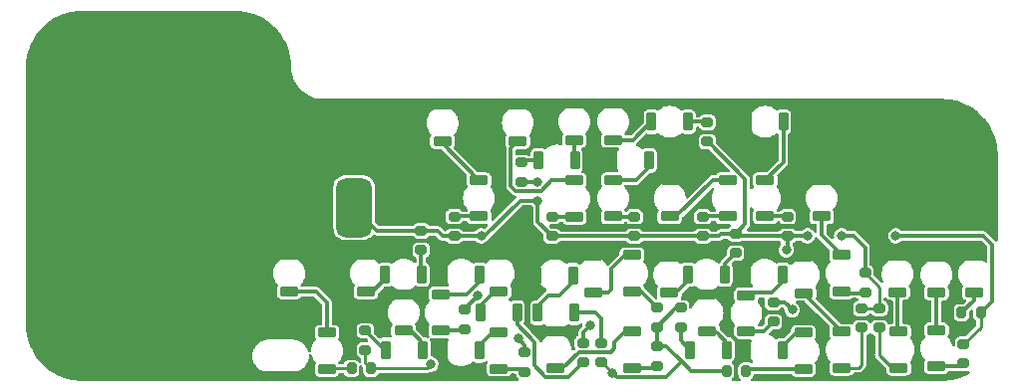
<source format=gbr>
%TF.GenerationSoftware,KiCad,Pcbnew,6.0.0-rc1-unknown-65cbf2d2b7~144~ubuntu18.04.1*%
%TF.CreationDate,2022-01-27T22:01:48+01:00*%
%TF.ProjectId,voll_verteilt,766f6c6c-5f76-4657-9274-65696c742e6b,rev?*%
%TF.SameCoordinates,PX52f83c0PY660b0c0*%
%TF.FileFunction,Copper,L2,Bot*%
%TF.FilePolarity,Positive*%
%FSLAX46Y46*%
G04 Gerber Fmt 4.6, Leading zero omitted, Abs format (unit mm)*
G04 Created by KiCad (PCBNEW 6.0.0-rc1-unknown-65cbf2d2b7~144~ubuntu18.04.1) date 2022-01-27 22:01:48*
%MOMM*%
%LPD*%
G01*
G04 APERTURE LIST*
G04 Aperture macros list*
%AMRoundRect*
0 Rectangle with rounded corners*
0 $1 Rounding radius*
0 $2 $3 $4 $5 $6 $7 $8 $9 X,Y pos of 4 corners*
0 Add a 4 corners polygon primitive as box body*
4,1,4,$2,$3,$4,$5,$6,$7,$8,$9,$2,$3,0*
0 Add four circle primitives for the rounded corners*
1,1,$1+$1,$2,$3*
1,1,$1+$1,$4,$5*
1,1,$1+$1,$6,$7*
1,1,$1+$1,$8,$9*
0 Add four rect primitives between the rounded corners*
20,1,$1+$1,$2,$3,$4,$5,0*
20,1,$1+$1,$4,$5,$6,$7,0*
20,1,$1+$1,$6,$7,$8,$9,0*
20,1,$1+$1,$8,$9,$2,$3,0*%
G04 Aperture macros list end*
%TA.AperFunction,SMDPad,CuDef*%
%ADD10RoundRect,0.750000X0.750000X-1.750000X0.750000X1.750000X-0.750000X1.750000X-0.750000X-1.750000X0*%
%TD*%
%TA.AperFunction,SMDPad,CuDef*%
%ADD11RoundRect,0.200000X0.275000X-0.200000X0.275000X0.200000X-0.275000X0.200000X-0.275000X-0.200000X0*%
%TD*%
%TA.AperFunction,SMDPad,CuDef*%
%ADD12RoundRect,0.200000X-0.275000X0.200000X-0.275000X-0.200000X0.275000X-0.200000X0.275000X0.200000X0*%
%TD*%
%TA.AperFunction,SMDPad,CuDef*%
%ADD13RoundRect,0.200000X0.200000X-0.600000X0.200000X0.600000X-0.200000X0.600000X-0.200000X-0.600000X0*%
%TD*%
%TA.AperFunction,SMDPad,CuDef*%
%ADD14RoundRect,0.200000X-0.600000X-0.200000X0.600000X-0.200000X0.600000X0.200000X-0.600000X0.200000X0*%
%TD*%
%TA.AperFunction,SMDPad,CuDef*%
%ADD15RoundRect,0.200000X-0.200000X0.600000X-0.200000X-0.600000X0.200000X-0.600000X0.200000X0.600000X0*%
%TD*%
%TA.AperFunction,SMDPad,CuDef*%
%ADD16RoundRect,0.200000X-0.200000X-0.275000X0.200000X-0.275000X0.200000X0.275000X-0.200000X0.275000X0*%
%TD*%
%TA.AperFunction,SMDPad,CuDef*%
%ADD17RoundRect,0.200000X0.200000X0.275000X-0.200000X0.275000X-0.200000X-0.275000X0.200000X-0.275000X0*%
%TD*%
%TA.AperFunction,ViaPad*%
%ADD18C,0.800000*%
%TD*%
%TA.AperFunction,Conductor*%
%ADD19C,0.250000*%
%TD*%
%TA.AperFunction,Conductor*%
%ADD20C,0.300000*%
%TD*%
G04 APERTURE END LIST*
D10*
%TO.P,J102,1,Pin_1*%
%TO.N,GND*%
X28100000Y15000000D03*
%TD*%
%TO.P,J101,1,Pin_1*%
%TO.N,+5V*%
X23800000Y15000000D03*
%TD*%
D11*
%TO.P,R123,1*%
%TO.N,Net-(D146-Pad1)*%
X71200000Y4775000D03*
%TO.P,R123,2*%
%TO.N,GND*%
X71200000Y6425000D03*
%TD*%
D12*
%TO.P,R107,1*%
%TO.N,Net-(D114-Pad1)*%
X57700000Y14225000D03*
%TO.P,R107,2*%
%TO.N,GND*%
X57700000Y12575000D03*
%TD*%
D13*
%TO.P,D132,1,K*%
%TO.N,Net-(D132-Pad1)*%
X46800000Y6050000D03*
%TO.P,D132,2,A*%
%TO.N,Net-(D131-Pad1)*%
X43700000Y6050000D03*
%TD*%
D14*
%TO.P,D126,1,K*%
%TO.N,Net-(D126-Pad1)*%
X40400000Y1275000D03*
%TO.P,D126,2,A*%
%TO.N,Net-(D125-Pad1)*%
X40400000Y4375000D03*
%TD*%
%TO.P,D117,1,K*%
%TO.N,Net-(D117-Pad1)*%
X40400000Y7875000D03*
%TO.P,D117,2,A*%
%TO.N,+5V*%
X40400000Y10975000D03*
%TD*%
D11*
%TO.P,R120,1*%
%TO.N,Net-(D140-Pad1)*%
X55850000Y4825000D03*
%TO.P,R120,2*%
%TO.N,GND*%
X55850000Y6475000D03*
%TD*%
D15*
%TO.P,D122,1,K*%
%TO.N,Net-(D122-Pad1)*%
X30825000Y2900000D03*
%TO.P,D122,2,A*%
%TO.N,Net-(D121-Pad1)*%
X33925000Y2900000D03*
%TD*%
D11*
%TO.P,R117,1*%
%TO.N,Net-(D134-Pad1)*%
X60500000Y11125000D03*
%TO.P,R117,2*%
%TO.N,GND*%
X60500000Y12775000D03*
%TD*%
D13*
%TO.P,D141,1,K*%
%TO.N,Net-(D141-Pad1)*%
X64500000Y2850000D03*
%TO.P,D141,2,A*%
%TO.N,+5V*%
X61400000Y2850000D03*
%TD*%
D16*
%TO.P,R114,1*%
%TO.N,Net-(D128-Pad1)*%
X27875000Y1300000D03*
%TO.P,R114,2*%
%TO.N,GND*%
X29525000Y1300000D03*
%TD*%
D14*
%TO.P,D130,1,K*%
%TO.N,Net-(D130-Pad1)*%
X35450000Y4525000D03*
%TO.P,D130,2,A*%
%TO.N,Net-(D129-Pad1)*%
X35450000Y7625000D03*
%TD*%
D11*
%TO.P,R122,1*%
%TO.N,Net-(D144-Pad1)*%
X79850000Y1725000D03*
%TO.P,R122,2*%
%TO.N,GND*%
X79850000Y3375000D03*
%TD*%
D14*
%TO.P,D138,1,K*%
%TO.N,Net-(D138-Pad1)*%
X51700000Y7865000D03*
%TO.P,D138,2,A*%
%TO.N,Net-(D137-Pad1)*%
X51700000Y10965000D03*
%TD*%
%TO.P,D136,1,K*%
%TO.N,Net-(D136-Pad1)*%
X61400000Y4450000D03*
%TO.P,D136,2,A*%
%TO.N,Net-(D135-Pad1)*%
X61400000Y7550000D03*
%TD*%
%TO.P,D139,1,K*%
%TO.N,Net-(D139-Pad1)*%
X58100000Y4500000D03*
%TO.P,D139,2,A*%
%TO.N,+5V*%
X58100000Y7600000D03*
%TD*%
D11*
%TO.P,R113,1*%
%TO.N,Net-(D126-Pad1)*%
X42600000Y1025000D03*
%TO.P,R113,2*%
%TO.N,GND*%
X42600000Y2675000D03*
%TD*%
D12*
%TO.P,R101,1*%
%TO.N,Net-(D102-Pad1)*%
X44900000Y14225000D03*
%TO.P,R101,2*%
%TO.N,GND*%
X44900000Y12575000D03*
%TD*%
D11*
%TO.P,R108,1*%
%TO.N,Net-(D116-Pad1)*%
X71500000Y7775000D03*
%TO.P,R108,2*%
%TO.N,GND*%
X71500000Y9425000D03*
%TD*%
D14*
%TO.P,D146,1,K*%
%TO.N,Net-(D146-Pad1)*%
X69500000Y1350000D03*
%TO.P,D146,2,A*%
%TO.N,Net-(D145-Pad1)*%
X69500000Y4450000D03*
%TD*%
%TO.P,D115,1,K*%
%TO.N,Net-(D115-Pad1)*%
X67800000Y14250000D03*
%TO.P,D115,2,A*%
%TO.N,+5V*%
X67800000Y17350000D03*
%TD*%
%TO.P,D128,1,K*%
%TO.N,Net-(D128-Pad1)*%
X25800000Y1250000D03*
%TO.P,D128,2,A*%
%TO.N,Net-(D127-Pad1)*%
X25800000Y4350000D03*
%TD*%
D12*
%TO.P,R105,1*%
%TO.N,Net-(D110-Pad1)*%
X51900000Y14225000D03*
%TO.P,R105,2*%
%TO.N,GND*%
X51900000Y12575000D03*
%TD*%
D14*
%TO.P,D147,1,K*%
%TO.N,Net-(D147-Pad1)*%
X74250000Y7800000D03*
%TO.P,D147,2,A*%
%TO.N,+5V*%
X74250000Y10900000D03*
%TD*%
D11*
%TO.P,R115,1*%
%TO.N,Net-(D130-Pad1)*%
X37450000Y4675000D03*
%TO.P,R115,2*%
%TO.N,GND*%
X37450000Y6325000D03*
%TD*%
%TO.P,R112,1*%
%TO.N,Net-(D124-Pad1)*%
X33800000Y11375000D03*
%TO.P,R112,2*%
%TO.N,GND*%
X33800000Y13025000D03*
%TD*%
D12*
%TO.P,R103,1*%
%TO.N,Net-(D106-Pad1)*%
X42300000Y18825000D03*
%TO.P,R103,2*%
%TO.N,GND*%
X42300000Y17175000D03*
%TD*%
D11*
%TO.P,R109,1*%
%TO.N,Net-(D118-Pad1)*%
X47550000Y1825000D03*
%TO.P,R109,2*%
%TO.N,GND*%
X47550000Y3475000D03*
%TD*%
D14*
%TO.P,D104,1,K*%
%TO.N,Net-(D104-Pad1)*%
X63000000Y14250000D03*
%TO.P,D104,2,A*%
%TO.N,Net-(D103-Pad1)*%
X63000000Y17350000D03*
%TD*%
%TO.P,D112,1,K*%
%TO.N,Net-(D112-Pad1)*%
X38700000Y14250000D03*
%TO.P,D112,2,A*%
%TO.N,Net-(D111-Pad1)*%
X38700000Y17350000D03*
%TD*%
D12*
%TO.P,R106,1*%
%TO.N,Net-(D112-Pad1)*%
X36600000Y14225000D03*
%TO.P,R106,2*%
%TO.N,GND*%
X36600000Y12575000D03*
%TD*%
%TO.P,R111,1*%
%TO.N,Net-(D122-Pad1)*%
X29050000Y4525000D03*
%TO.P,R111,2*%
%TO.N,GND*%
X29050000Y2875000D03*
%TD*%
D15*
%TO.P,D140,1,K*%
%TO.N,Net-(D140-Pad1)*%
X56650000Y2900000D03*
%TO.P,D140,2,A*%
%TO.N,Net-(D139-Pad1)*%
X59750000Y2900000D03*
%TD*%
D14*
%TO.P,D105,1,K*%
%TO.N,Net-(D105-Pad1)*%
X46800000Y20750000D03*
%TO.P,D105,2,A*%
%TO.N,+5V*%
X46800000Y23850000D03*
%TD*%
D13*
%TO.P,D118,1,K*%
%TO.N,Net-(D118-Pad1)*%
X41950000Y6050000D03*
%TO.P,D118,2,A*%
%TO.N,Net-(D117-Pad1)*%
X38850000Y6050000D03*
%TD*%
D14*
%TO.P,D120,1,K*%
%TO.N,Net-(D120-Pad1)*%
X51680000Y1340000D03*
%TO.P,D120,2,A*%
%TO.N,Net-(D119-Pad1)*%
X51680000Y4440000D03*
%TD*%
%TO.P,D101,1,K*%
%TO.N,Net-(D101-Pad1)*%
X42000000Y20650000D03*
%TO.P,D101,2,A*%
%TO.N,+5V*%
X42000000Y23750000D03*
%TD*%
D13*
%TO.P,D109,1,K*%
%TO.N,Net-(D109-Pad1)*%
X53150000Y19000000D03*
%TO.P,D109,2,A*%
%TO.N,+5V*%
X50050000Y19000000D03*
%TD*%
D11*
%TO.P,R110,1*%
%TO.N,Net-(D120-Pad1)*%
X53800000Y1545000D03*
%TO.P,R110,2*%
%TO.N,GND*%
X53800000Y3195000D03*
%TD*%
D14*
%TO.P,D110,1,K*%
%TO.N,Net-(D110-Pad1)*%
X50100000Y14250000D03*
%TO.P,D110,2,A*%
%TO.N,Net-(D109-Pad1)*%
X50100000Y17350000D03*
%TD*%
%TO.P,D142,1,K*%
%TO.N,Net-(D142-Pad1)*%
X66250000Y1250000D03*
%TO.P,D142,2,A*%
%TO.N,Net-(D141-Pad1)*%
X66250000Y4350000D03*
%TD*%
D13*
%TO.P,D131,1,K*%
%TO.N,Net-(D131-Pad1)*%
X46675000Y9250000D03*
%TO.P,D131,2,A*%
%TO.N,+5V*%
X43575000Y9250000D03*
%TD*%
D12*
%TO.P,R116,1*%
%TO.N,Net-(D132-Pad1)*%
X49100000Y3475000D03*
%TO.P,R116,2*%
%TO.N,GND*%
X49100000Y1825000D03*
%TD*%
D14*
%TO.P,D149,1,K*%
%TO.N,Net-(D149-Pad1)*%
X80750000Y7800000D03*
%TO.P,D149,2,A*%
%TO.N,+5V*%
X80750000Y10900000D03*
%TD*%
%TO.P,D144,1,K*%
%TO.N,Net-(D144-Pad1)*%
X77550000Y1475000D03*
%TO.P,D144,2,A*%
%TO.N,Net-(D143-Pad1)*%
X77550000Y4575000D03*
%TD*%
%TO.P,D121,1,K*%
%TO.N,Net-(D121-Pad1)*%
X32300000Y4525000D03*
%TO.P,D121,2,A*%
%TO.N,+5V*%
X32300000Y7625000D03*
%TD*%
%TO.P,D145,1,K*%
%TO.N,Net-(D145-Pad1)*%
X66300000Y7725000D03*
%TO.P,D145,2,A*%
%TO.N,+5V*%
X66300000Y10825000D03*
%TD*%
%TO.P,D114,1,K*%
%TO.N,Net-(D114-Pad1)*%
X59800000Y14250000D03*
%TO.P,D114,2,A*%
%TO.N,Net-(D113-Pad1)*%
X59800000Y17350000D03*
%TD*%
D12*
%TO.P,R104,1*%
%TO.N,Net-(D108-Pad1)*%
X58100000Y22250000D03*
%TO.P,R104,2*%
%TO.N,GND*%
X58100000Y20600000D03*
%TD*%
%TO.P,R119,1*%
%TO.N,Net-(D138-Pad1)*%
X53810000Y6495000D03*
%TO.P,R119,2*%
%TO.N,GND*%
X53810000Y4845000D03*
%TD*%
D11*
%TO.P,R118,1*%
%TO.N,Net-(D136-Pad1)*%
X63700000Y5275000D03*
%TO.P,R118,2*%
%TO.N,GND*%
X63700000Y6925000D03*
%TD*%
D13*
%TO.P,D108,1,K*%
%TO.N,Net-(D108-Pad1)*%
X56450000Y22300000D03*
%TO.P,D108,2,A*%
%TO.N,Net-(D107-Pad1)*%
X53350000Y22300000D03*
%TD*%
%TO.P,D134,1,K*%
%TO.N,Net-(D134-Pad1)*%
X59575000Y9300000D03*
%TO.P,D134,2,A*%
%TO.N,Net-(D133-Pad1)*%
X56475000Y9300000D03*
%TD*%
D14*
%TO.P,D111,1,K*%
%TO.N,Net-(D111-Pad1)*%
X35600000Y20650000D03*
%TO.P,D111,2,A*%
%TO.N,+5V*%
X35600000Y23750000D03*
%TD*%
%TO.P,D107,1,K*%
%TO.N,Net-(D107-Pad1)*%
X50100000Y20750000D03*
%TO.P,D107,2,A*%
%TO.N,+5V*%
X50100000Y23850000D03*
%TD*%
D13*
%TO.P,D103,1,K*%
%TO.N,Net-(D103-Pad1)*%
X64550000Y22300000D03*
%TO.P,D103,2,A*%
%TO.N,+5V*%
X61450000Y22300000D03*
%TD*%
%TO.P,D125,1,K*%
%TO.N,Net-(D125-Pad1)*%
X38725000Y2850000D03*
%TO.P,D125,2,A*%
%TO.N,+5V*%
X35625000Y2850000D03*
%TD*%
D14*
%TO.P,D127,1,K*%
%TO.N,Net-(D127-Pad1)*%
X22600000Y7850000D03*
%TO.P,D127,2,A*%
%TO.N,+5V*%
X22600000Y10950000D03*
%TD*%
D13*
%TO.P,D124,1,K*%
%TO.N,Net-(D124-Pad1)*%
X33850000Y9300000D03*
%TO.P,D124,2,A*%
%TO.N,Net-(D123-Pad1)*%
X30750000Y9300000D03*
%TD*%
D14*
%TO.P,D137,1,K*%
%TO.N,Net-(D137-Pad1)*%
X48440000Y7805000D03*
%TO.P,D137,2,A*%
%TO.N,+5V*%
X48440000Y10905000D03*
%TD*%
%TO.P,D148,1,K*%
%TO.N,Net-(D148-Pad1)*%
X74350000Y1350000D03*
%TO.P,D148,2,A*%
%TO.N,Net-(D147-Pad1)*%
X74350000Y4450000D03*
%TD*%
D13*
%TO.P,D129,1,K*%
%TO.N,Net-(D129-Pad1)*%
X38750000Y9300000D03*
%TO.P,D129,2,A*%
%TO.N,+5V*%
X35650000Y9300000D03*
%TD*%
D14*
%TO.P,D123,1,K*%
%TO.N,Net-(D123-Pad1)*%
X29100000Y7850000D03*
%TO.P,D123,2,A*%
%TO.N,+5V*%
X29100000Y10950000D03*
%TD*%
D16*
%TO.P,R125,1*%
%TO.N,Net-(D149-Pad1)*%
X79675000Y6050000D03*
%TO.P,R125,2*%
%TO.N,GND*%
X81325000Y6050000D03*
%TD*%
D14*
%TO.P,D116,1,K*%
%TO.N,Net-(D116-Pad1)*%
X69500000Y7850000D03*
%TO.P,D116,2,A*%
%TO.N,Net-(D115-Pad1)*%
X69500000Y10950000D03*
%TD*%
%TO.P,D113,1,K*%
%TO.N,Net-(D113-Pad1)*%
X54900000Y14250000D03*
%TO.P,D113,2,A*%
%TO.N,+5V*%
X54900000Y17350000D03*
%TD*%
D12*
%TO.P,R102,1*%
%TO.N,Net-(D104-Pad1)*%
X64900000Y14225000D03*
%TO.P,R102,2*%
%TO.N,GND*%
X64900000Y12575000D03*
%TD*%
D13*
%TO.P,D135,1,K*%
%TO.N,Net-(D135-Pad1)*%
X64500000Y9300000D03*
%TO.P,D135,2,A*%
%TO.N,+5V*%
X61400000Y9300000D03*
%TD*%
D11*
%TO.P,R124,1*%
%TO.N,Net-(D148-Pad1)*%
X72700000Y4775000D03*
%TO.P,R124,2*%
%TO.N,GND*%
X72700000Y6425000D03*
%TD*%
D14*
%TO.P,D143,1,K*%
%TO.N,Net-(D143-Pad1)*%
X77550000Y7750000D03*
%TO.P,D143,2,A*%
%TO.N,+5V*%
X77550000Y10850000D03*
%TD*%
%TO.P,D102,1,K*%
%TO.N,Net-(D102-Pad1)*%
X46800000Y14200000D03*
%TO.P,D102,2,A*%
%TO.N,Net-(D101-Pad1)*%
X46800000Y17300000D03*
%TD*%
D15*
%TO.P,D106,1,K*%
%TO.N,Net-(D106-Pad1)*%
X43750000Y19000000D03*
%TO.P,D106,2,A*%
%TO.N,Net-(D105-Pad1)*%
X46850000Y19000000D03*
%TD*%
D14*
%TO.P,D133,1,K*%
%TO.N,Net-(D133-Pad1)*%
X54850000Y7750000D03*
%TO.P,D133,2,A*%
%TO.N,+5V*%
X54850000Y10850000D03*
%TD*%
D17*
%TO.P,R121,1*%
%TO.N,Net-(D142-Pad1)*%
X61375000Y1100000D03*
%TO.P,R121,2*%
%TO.N,GND*%
X59725000Y1100000D03*
%TD*%
D14*
%TO.P,D119,1,K*%
%TO.N,Net-(D119-Pad1)*%
X45210000Y1340000D03*
%TO.P,D119,2,A*%
%TO.N,+5V*%
X45210000Y4440000D03*
%TD*%
D18*
%TO.N,GND*%
X34604700Y1660400D03*
X43700000Y17200000D03*
X38565299Y7484701D03*
X64800000Y11400000D03*
X65300000Y6300000D03*
X38900000Y12600000D03*
X43700000Y15600000D03*
X50050000Y950000D03*
X69500000Y12600000D03*
X74100000Y12600000D03*
X48150000Y4950000D03*
X42050000Y3850000D03*
X66600000Y12600000D03*
%TD*%
D19*
%TO.N,GND*%
X49100000Y1825000D02*
X49175000Y1825000D01*
X49175000Y1825000D02*
X50050000Y950000D01*
D20*
%TO.N,Net-(D139-Pad1)*%
X58960322Y4260322D02*
X59750000Y3470644D01*
D19*
X58100000Y4500000D02*
X58720644Y4500000D01*
X58720644Y4500000D02*
X58960322Y4260322D01*
D20*
%TO.N,GND*%
X33800000Y13025000D02*
X30075000Y13025000D01*
X30075000Y13025000D02*
X28100000Y15000000D01*
D19*
X34604700Y1660400D02*
X34244300Y1300000D01*
X34244300Y1300000D02*
X29525000Y1300000D01*
%TO.N,Net-(D128-Pad1)*%
X27875000Y1300000D02*
X25850000Y1300000D01*
X25850000Y1300000D02*
X25800000Y1250000D01*
%TO.N,GND*%
X29050000Y2875000D02*
X29050000Y1775000D01*
X29050000Y1775000D02*
X29525000Y1300000D01*
D20*
%TO.N,Net-(D122-Pad1)*%
X30825000Y2900000D02*
X30675000Y2900000D01*
X30675000Y2900000D02*
X29050000Y4525000D01*
D19*
%TO.N,GND*%
X79850000Y3375000D02*
X81325000Y4850000D01*
X81325000Y4850000D02*
X81325000Y6050000D01*
D20*
X70500000Y12600000D02*
X71500000Y11600000D01*
X71500000Y11600000D02*
X71500000Y9425000D01*
D19*
X72700000Y6425000D02*
X72700000Y8225000D01*
X72700000Y8225000D02*
X71500000Y9425000D01*
X72700000Y6425000D02*
X71200000Y6425000D01*
%TO.N,Net-(D148-Pad1)*%
X72700000Y2464711D02*
X73814711Y1350000D01*
X72700000Y4775000D02*
X72700000Y2464711D01*
X73814711Y1350000D02*
X74350000Y1350000D01*
%TO.N,Net-(D146-Pad1)*%
X71200000Y4775000D02*
X71200000Y1600000D01*
X71200000Y1600000D02*
X70950000Y1350000D01*
X70950000Y1350000D02*
X69500000Y1350000D01*
D20*
%TO.N,Net-(D101-Pad1)*%
X41797382Y16425480D02*
X41400000Y16822862D01*
X44859970Y17300000D02*
X43985450Y16425480D01*
X46800000Y17300000D02*
X44859970Y17300000D01*
X41400000Y16822862D02*
X41400000Y20050000D01*
X41400000Y20050000D02*
X42000000Y20650000D01*
X43985450Y16425480D02*
X41797382Y16425480D01*
%TO.N,+5V*%
X59900479Y4349521D02*
X61400000Y2850000D01*
X58670644Y7600000D02*
X59900479Y6370165D01*
X58100000Y7600000D02*
X58670644Y7600000D01*
X59900479Y6370165D02*
X59900479Y4349521D01*
%TO.N,Net-(D102-Pad1)*%
X44925000Y14200000D02*
X44900000Y14225000D01*
X46800000Y14200000D02*
X44925000Y14200000D01*
%TO.N,Net-(D103-Pad1)*%
X64550000Y22300000D02*
X64550000Y18900000D01*
X64550000Y18900000D02*
X63000000Y17350000D01*
%TO.N,Net-(D104-Pad1)*%
X63000000Y14250000D02*
X64875000Y14250000D01*
X64875000Y14250000D02*
X64900000Y14225000D01*
%TO.N,Net-(D105-Pad1)*%
X46800000Y20750000D02*
X46800000Y19050000D01*
X46800000Y19050000D02*
X46850000Y19000000D01*
%TO.N,Net-(D106-Pad1)*%
X42475000Y19000000D02*
X42300000Y18825000D01*
X43750000Y19000000D02*
X42475000Y19000000D01*
%TO.N,Net-(D107-Pad1)*%
X51800000Y20750000D02*
X53350000Y22300000D01*
X50100000Y20750000D02*
X51800000Y20750000D01*
%TO.N,Net-(D108-Pad1)*%
X58050000Y22300000D02*
X58100000Y22250000D01*
X56450000Y22300000D02*
X58050000Y22300000D01*
%TO.N,Net-(D109-Pad1)*%
X53150000Y18429356D02*
X52070644Y17350000D01*
X53150000Y19000000D02*
X53150000Y18429356D01*
X52070644Y17350000D02*
X50100000Y17350000D01*
%TO.N,Net-(D110-Pad1)*%
X51900000Y14225000D02*
X50125000Y14225000D01*
X50125000Y14225000D02*
X50100000Y14250000D01*
%TO.N,Net-(D111-Pad1)*%
X35600000Y20450000D02*
X38700000Y17350000D01*
X35600000Y20650000D02*
X35600000Y20450000D01*
%TO.N,Net-(D112-Pad1)*%
X36625000Y14250000D02*
X36600000Y14225000D01*
X38700000Y14250000D02*
X36625000Y14250000D01*
%TO.N,Net-(D113-Pad1)*%
X55470644Y14250000D02*
X58570644Y17350000D01*
X54900000Y14250000D02*
X55470644Y14250000D01*
X58570644Y17350000D02*
X59800000Y17350000D01*
%TO.N,Net-(D114-Pad1)*%
X59800000Y14250000D02*
X57725000Y14250000D01*
X57725000Y14250000D02*
X57700000Y14225000D01*
%TO.N,Net-(D115-Pad1)*%
X67800000Y14250000D02*
X67800000Y12650000D01*
X67800000Y12650000D02*
X69500000Y10950000D01*
%TO.N,Net-(D116-Pad1)*%
X71500000Y7725000D02*
X69625000Y7725000D01*
X69625000Y7725000D02*
X69500000Y7850000D01*
%TO.N,GND*%
X47550000Y3475000D02*
X47550000Y4350000D01*
X51900000Y12575000D02*
X57700000Y12575000D01*
X57700000Y12575000D02*
X59075000Y12575000D01*
X37450000Y6369402D02*
X37450000Y6325000D01*
X33800000Y13025000D02*
X35175000Y13025000D01*
X74100000Y12600000D02*
X81500000Y12600000D01*
X35625000Y12575000D02*
X35200000Y13000000D01*
X82249521Y6974521D02*
X81325000Y6050000D01*
X42600000Y3300000D02*
X42050000Y3850000D01*
X55900000Y1900000D02*
X55300000Y2500000D01*
X64900000Y11500000D02*
X64800000Y11400000D01*
X59725000Y1100000D02*
X56700000Y1100000D01*
X56700000Y1100000D02*
X55900000Y1900000D01*
X53810000Y3205000D02*
X53800000Y3195000D01*
X36600000Y12575000D02*
X35675000Y12575000D01*
X53800000Y3195000D02*
X54605000Y3195000D01*
X36600000Y12575000D02*
X39175000Y12575000D01*
X59275000Y12775000D02*
X59150000Y12650000D01*
X42200000Y15600000D02*
X43700000Y15600000D01*
X64925000Y12600000D02*
X66600000Y12600000D01*
X53810000Y4845000D02*
X53810000Y3205000D01*
X64675000Y6925000D02*
X65300000Y6300000D01*
X50050000Y950000D02*
X50409520Y590480D01*
X42300000Y17175000D02*
X43675000Y17175000D01*
X64900000Y12575000D02*
X60700000Y12575000D01*
X35675000Y12575000D02*
X35625000Y12575000D01*
X63700000Y6925000D02*
X64675000Y6925000D01*
X55850000Y6475000D02*
X55440000Y6475000D01*
X58127138Y20600000D02*
X61300000Y17427138D01*
X59075000Y12575000D02*
X59150000Y12650000D01*
X43675000Y17175000D02*
X43700000Y17200000D01*
X35175000Y13025000D02*
X35200000Y13000000D01*
X82249521Y11850479D02*
X82249521Y6974521D01*
X44900000Y12575000D02*
X43700000Y13775000D01*
X38565299Y7484701D02*
X37450000Y6369402D01*
X54590480Y590480D02*
X55900000Y1900000D01*
X60500000Y12775000D02*
X59275000Y12775000D01*
X47550000Y4350000D02*
X48150000Y4950000D01*
X69500000Y12600000D02*
X70500000Y12600000D01*
X61300000Y13575000D02*
X60500000Y12775000D01*
X42600000Y2675000D02*
X42600000Y3300000D01*
X43700000Y13775000D02*
X43700000Y15600000D01*
X81500000Y12600000D02*
X82249521Y11850479D01*
X60700000Y12575000D02*
X60500000Y12775000D01*
X39175000Y12575000D02*
X42200000Y15600000D01*
X50409520Y590480D02*
X54590480Y590480D01*
X55440000Y6475000D02*
X53810000Y4845000D01*
X54605000Y3195000D02*
X55300000Y2500000D01*
X64900000Y12575000D02*
X64900000Y11500000D01*
X64900000Y12575000D02*
X64925000Y12600000D01*
X44900000Y12575000D02*
X51900000Y12575000D01*
X61300000Y17427138D02*
X61300000Y13575000D01*
%TO.N,Net-(D117-Pad1)*%
X38850000Y6700000D02*
X38850000Y6050000D01*
X40400000Y7875000D02*
X40025000Y7875000D01*
X40025000Y7875000D02*
X38850000Y6700000D01*
%TO.N,Net-(D118-Pad1)*%
X41950000Y6050000D02*
X41950000Y5050000D01*
X46315480Y590480D02*
X47550000Y1825000D01*
X43424520Y1548342D02*
X44382382Y590480D01*
X44382382Y590480D02*
X46315480Y590480D01*
X41950000Y5050000D02*
X43424520Y3575480D01*
X43424520Y3575480D02*
X43424520Y1548342D01*
%TO.N,Net-(D119-Pad1)*%
X47198342Y2725480D02*
X49905959Y2725480D01*
X45812862Y1340000D02*
X47198342Y2725480D01*
X51109356Y4440000D02*
X51680000Y4440000D01*
X45210000Y1340000D02*
X45812862Y1340000D01*
X50180479Y3000000D02*
X50180479Y3511123D01*
X49905959Y2725480D02*
X50180479Y3000000D01*
X50180479Y3511123D02*
X51109356Y4440000D01*
%TO.N,Net-(D120-Pad1)*%
X53595000Y1340000D02*
X53800000Y1545000D01*
X51680000Y1340000D02*
X53595000Y1340000D01*
%TO.N,Net-(D121-Pad1)*%
X32300000Y4525000D02*
X32870644Y4525000D01*
X33925000Y3470644D02*
X33925000Y2900000D01*
X32870644Y4525000D02*
X33925000Y3470644D01*
%TO.N,Net-(D122-Pad1)*%
X30800000Y2925000D02*
X30825000Y2900000D01*
%TO.N,Net-(D123-Pad1)*%
X30750000Y8929356D02*
X30750000Y9300000D01*
X29670644Y7850000D02*
X30750000Y8929356D01*
X29100000Y7850000D02*
X29670644Y7850000D01*
%TO.N,Net-(D124-Pad1)*%
X33800000Y11375000D02*
X33800000Y9350000D01*
X33800000Y9350000D02*
X33850000Y9300000D01*
%TO.N,Net-(D125-Pad1)*%
X38725000Y2850000D02*
X38725000Y3270644D01*
X38725000Y3270644D02*
X39829356Y4375000D01*
X39829356Y4375000D02*
X40400000Y4375000D01*
%TO.N,Net-(D126-Pad1)*%
X40400000Y1275000D02*
X42350000Y1275000D01*
X42350000Y1275000D02*
X42600000Y1025000D01*
%TO.N,Net-(D127-Pad1)*%
X24850000Y7850000D02*
X25800000Y6900000D01*
X25800000Y6900000D02*
X25800000Y4350000D01*
X22600000Y7850000D02*
X24850000Y7850000D01*
%TO.N,Net-(D128-Pad1)*%
X25800000Y1250000D02*
X25229356Y1250000D01*
%TO.N,Net-(D129-Pad1)*%
X38750000Y9300000D02*
X38750000Y8729356D01*
X38750000Y8729356D02*
X37645644Y7625000D01*
X37645644Y7625000D02*
X35450000Y7625000D01*
%TO.N,Net-(D130-Pad1)*%
X37300000Y4525000D02*
X37450000Y4675000D01*
X35450000Y4525000D02*
X37300000Y4525000D01*
%TO.N,Net-(D131-Pad1)*%
X45545165Y7549521D02*
X44628877Y7549521D01*
X43700000Y6620644D02*
X43700000Y6050000D01*
X46675000Y8679356D02*
X45545165Y7549521D01*
X46675000Y9250000D02*
X46675000Y8679356D01*
X46675000Y9250000D02*
X46800000Y9125000D01*
X44628877Y7549521D02*
X43700000Y6620644D01*
%TO.N,Net-(D132-Pad1)*%
X46800000Y6050000D02*
X48600000Y6050000D01*
X49100000Y5550000D02*
X49100000Y3475000D01*
X48600000Y6050000D02*
X49100000Y5550000D01*
%TO.N,Net-(D133-Pad1)*%
X56475000Y8804356D02*
X55420644Y7750000D01*
X55420644Y7750000D02*
X54850000Y7750000D01*
X56475000Y9300000D02*
X56475000Y8804356D01*
%TO.N,Net-(D134-Pad1)*%
X59575000Y10200000D02*
X60500000Y11125000D01*
X59575000Y9300000D02*
X59575000Y10200000D01*
%TO.N,Net-(D135-Pad1)*%
X64500000Y8729356D02*
X63520644Y7750000D01*
X63520644Y7750000D02*
X61600000Y7750000D01*
X61600000Y7750000D02*
X61400000Y7550000D01*
X64500000Y9300000D02*
X64500000Y8729356D01*
%TO.N,Net-(D136-Pad1)*%
X61400000Y4450000D02*
X62875000Y4450000D01*
X62875000Y4450000D02*
X63700000Y5275000D01*
%TO.N,Net-(D137-Pad1)*%
X51129356Y10965000D02*
X49950000Y9785644D01*
X49950000Y8050000D02*
X49705000Y7805000D01*
X49705000Y7805000D02*
X48440000Y7805000D01*
X49950000Y9785644D02*
X49950000Y8050000D01*
X51700000Y10965000D02*
X51129356Y10965000D01*
%TO.N,Net-(D138-Pad1)*%
X52440000Y7865000D02*
X53810000Y6495000D01*
X51700000Y7865000D02*
X52440000Y7865000D01*
%TO.N,Net-(D139-Pad1)*%
X59750000Y3470644D02*
X59750000Y2900000D01*
%TO.N,Net-(D140-Pad1)*%
X55850000Y3700000D02*
X56650000Y2900000D01*
X55850000Y4825000D02*
X55850000Y3700000D01*
%TO.N,Net-(D141-Pad1)*%
X65679356Y4350000D02*
X64500000Y3170644D01*
X64500000Y3170644D02*
X64500000Y2850000D01*
X66250000Y4350000D02*
X65679356Y4350000D01*
%TO.N,Net-(D142-Pad1)*%
X66250000Y1250000D02*
X61525000Y1250000D01*
X61525000Y1250000D02*
X61375000Y1100000D01*
%TO.N,Net-(D143-Pad1)*%
X77550000Y7750000D02*
X77550000Y4575000D01*
%TO.N,Net-(D144-Pad1)*%
X79600000Y1475000D02*
X77550000Y1475000D01*
X79850000Y1725000D02*
X79600000Y1475000D01*
%TO.N,Net-(D145-Pad1)*%
X66300000Y7650000D02*
X69500000Y4450000D01*
X66300000Y7725000D02*
X66300000Y7650000D01*
%TO.N,Net-(D147-Pad1)*%
X74250000Y7800000D02*
X74250000Y4550000D01*
X74250000Y4550000D02*
X74350000Y4450000D01*
%TO.N,Net-(D149-Pad1)*%
X80750000Y7800000D02*
X80750000Y7125000D01*
X80750000Y7125000D02*
X79675000Y6050000D01*
%TD*%
%TA.AperFunction,Conductor*%
%TO.N,+5V*%
G36*
X11500012Y31749998D02*
G01*
X17963180Y31749997D01*
X17987371Y31747614D01*
X18000000Y31745102D01*
X18011978Y31747484D01*
X18022295Y31747484D01*
X18035127Y31748466D01*
X18337411Y31735268D01*
X18408584Y31732161D01*
X18419361Y31731218D01*
X18819462Y31678544D01*
X18830101Y31676668D01*
X19224119Y31589315D01*
X19234543Y31586522D01*
X19542923Y31489291D01*
X19619432Y31465168D01*
X19629597Y31461468D01*
X19780694Y31398882D01*
X20002445Y31307030D01*
X20012236Y31302464D01*
X20370204Y31116117D01*
X20379550Y31110721D01*
X20719937Y30893871D01*
X20728766Y30887690D01*
X21048958Y30641998D01*
X21057224Y30635061D01*
X21354789Y30362393D01*
X21362393Y30354789D01*
X21635061Y30057224D01*
X21641998Y30048958D01*
X21887690Y29728766D01*
X21893871Y29719937D01*
X22110721Y29379550D01*
X22116117Y29370204D01*
X22302461Y29012242D01*
X22307033Y29002438D01*
X22461468Y28629597D01*
X22465167Y28619435D01*
X22586522Y28234543D01*
X22589315Y28224119D01*
X22676667Y27830108D01*
X22678545Y27819454D01*
X22731218Y27419360D01*
X22732161Y27408584D01*
X22748466Y27035128D01*
X22747484Y27022294D01*
X22747484Y27011975D01*
X22745102Y27000000D01*
X22745889Y26996042D01*
X22746469Y26985712D01*
X22747050Y26975376D01*
X22762986Y26691613D01*
X22814724Y26387103D01*
X22900231Y26090301D01*
X23018432Y25804940D01*
X23167840Y25534606D01*
X23346576Y25282701D01*
X23552392Y25052392D01*
X23782701Y24846576D01*
X24034606Y24667840D01*
X24037641Y24666163D01*
X24037642Y24666162D01*
X24301896Y24520114D01*
X24301901Y24520112D01*
X24304940Y24518432D01*
X24590301Y24400231D01*
X24887103Y24314724D01*
X25191613Y24262986D01*
X25195077Y24262791D01*
X25195081Y24262791D01*
X25484218Y24246553D01*
X25496042Y24245889D01*
X25500000Y24245102D01*
X25512644Y24247617D01*
X25536835Y24250000D01*
X77963165Y24250000D01*
X77987356Y24247617D01*
X78000000Y24245102D01*
X78011978Y24247484D01*
X78022295Y24247484D01*
X78035127Y24248466D01*
X78337411Y24235268D01*
X78408584Y24232161D01*
X78419361Y24231218D01*
X78819462Y24178544D01*
X78830101Y24176668D01*
X79224119Y24089315D01*
X79234543Y24086522D01*
X79542923Y23989291D01*
X79619432Y23965168D01*
X79629597Y23961468D01*
X79780694Y23898882D01*
X80002445Y23807030D01*
X80012236Y23802464D01*
X80370204Y23616117D01*
X80379550Y23610721D01*
X80719937Y23393871D01*
X80728766Y23387690D01*
X81048958Y23141998D01*
X81057224Y23135061D01*
X81354789Y22862393D01*
X81362393Y22854789D01*
X81635061Y22557224D01*
X81641998Y22548958D01*
X81887690Y22228766D01*
X81893871Y22219937D01*
X82110721Y21879550D01*
X82116117Y21870204D01*
X82299599Y21517740D01*
X82302461Y21512242D01*
X82307030Y21502445D01*
X82335781Y21433034D01*
X82461468Y21129597D01*
X82465168Y21119432D01*
X82586522Y20734543D01*
X82589315Y20724119D01*
X82675180Y20336816D01*
X82676667Y20330108D01*
X82678544Y20319462D01*
X82721353Y19994296D01*
X82731218Y19919360D01*
X82732161Y19908584D01*
X82741907Y19685369D01*
X82748466Y19535128D01*
X82747484Y19522295D01*
X82747484Y19511978D01*
X82745102Y19500000D01*
X82747485Y19488021D01*
X82747617Y19487356D01*
X82750000Y19463165D01*
X82750000Y12215755D01*
X82730315Y12148716D01*
X82677511Y12102961D01*
X82608353Y12093017D01*
X82544797Y12122042D01*
X82538319Y12128074D01*
X81760909Y12905484D01*
X81760905Y12905487D01*
X81738342Y12928050D01*
X81718602Y12938108D01*
X81702016Y12948272D01*
X81684090Y12961296D01*
X81671653Y12965337D01*
X81663019Y12968143D01*
X81645048Y12975587D01*
X81634002Y12981215D01*
X81633997Y12981217D01*
X81625304Y12985646D01*
X81603424Y12989111D01*
X81584499Y12993655D01*
X81579790Y12995185D01*
X81563433Y13000500D01*
X74675277Y13000500D01*
X74608238Y13020185D01*
X74592134Y13034019D01*
X74591531Y13033343D01*
X74479559Y13133107D01*
X74479558Y13133108D01*
X74473976Y13138081D01*
X74334831Y13211755D01*
X74232968Y13237341D01*
X74189378Y13248290D01*
X74182128Y13250111D01*
X74100329Y13250539D01*
X74032158Y13250896D01*
X74032157Y13250896D01*
X74024684Y13250935D01*
X74017421Y13249191D01*
X74017418Y13249191D01*
X73948136Y13232558D01*
X73871588Y13214180D01*
X73731679Y13141968D01*
X73726048Y13137055D01*
X73726047Y13137055D01*
X73687067Y13103050D01*
X73613034Y13038467D01*
X73522501Y12909652D01*
X73465309Y12762961D01*
X73444758Y12606862D01*
X73445578Y12599434D01*
X73445578Y12599432D01*
X73448367Y12574171D01*
X73462035Y12450367D01*
X73464601Y12443355D01*
X73464602Y12443351D01*
X73488707Y12377481D01*
X73516143Y12302510D01*
X73603958Y12171828D01*
X73649944Y12129984D01*
X73714878Y12070898D01*
X73714882Y12070895D01*
X73720410Y12065865D01*
X73726980Y12062298D01*
X73726981Y12062297D01*
X73795259Y12025225D01*
X73858776Y11990738D01*
X73929714Y11972128D01*
X74003841Y11952681D01*
X74003843Y11952681D01*
X74011069Y11950785D01*
X74088127Y11949575D01*
X74161025Y11948429D01*
X74161028Y11948429D01*
X74168495Y11948312D01*
X74175776Y11949980D01*
X74175780Y11949980D01*
X74314681Y11981793D01*
X74321968Y11983462D01*
X74462625Y12054205D01*
X74468306Y12059057D01*
X74468309Y12059059D01*
X74576666Y12151605D01*
X74576667Y12151606D01*
X74582348Y12156458D01*
X74584958Y12160091D01*
X74643728Y12195456D01*
X74675139Y12199500D01*
X81282745Y12199500D01*
X81349784Y12179815D01*
X81370426Y12163181D01*
X81812702Y11720905D01*
X81846187Y11659582D01*
X81849021Y11633224D01*
X81849021Y10460237D01*
X81829336Y10393198D01*
X81776532Y10347443D01*
X81707374Y10337499D01*
X81643818Y10366524D01*
X81637340Y10372556D01*
X81621401Y10388495D01*
X81616970Y10391597D01*
X81616966Y10391601D01*
X81432268Y10520927D01*
X81432266Y10520928D01*
X81427829Y10524035D01*
X81400420Y10536816D01*
X81218573Y10621614D01*
X81218567Y10621616D01*
X81213663Y10623903D01*
X81115281Y10650264D01*
X80990634Y10683663D01*
X80990631Y10683664D01*
X80985408Y10685063D01*
X80980021Y10685534D01*
X80980017Y10685535D01*
X80811665Y10700264D01*
X80811662Y10700264D01*
X80808966Y10700500D01*
X80691034Y10700500D01*
X80688338Y10700264D01*
X80688335Y10700264D01*
X80519983Y10685535D01*
X80519979Y10685534D01*
X80514592Y10685063D01*
X80509369Y10683664D01*
X80509366Y10683663D01*
X80384719Y10650264D01*
X80286337Y10623903D01*
X80281433Y10621616D01*
X80281427Y10621614D01*
X80099580Y10536816D01*
X80072171Y10524035D01*
X80067734Y10520928D01*
X80067732Y10520927D01*
X79883034Y10391601D01*
X79883030Y10391597D01*
X79878599Y10388495D01*
X79711505Y10221401D01*
X79575965Y10027830D01*
X79476097Y9813663D01*
X79474695Y9808430D01*
X79429735Y9640634D01*
X79414937Y9585408D01*
X79414466Y9580021D01*
X79414465Y9580017D01*
X79394813Y9355395D01*
X79394341Y9350000D01*
X79394813Y9344605D01*
X79411020Y9159366D01*
X79414937Y9114592D01*
X79416336Y9109369D01*
X79416337Y9109366D01*
X79430254Y9057427D01*
X79476097Y8886337D01*
X79478384Y8881433D01*
X79478386Y8881427D01*
X79552649Y8722171D01*
X79575965Y8672171D01*
X79579068Y8667740D01*
X79579073Y8667732D01*
X79708399Y8483034D01*
X79708403Y8483030D01*
X79711505Y8478599D01*
X79769403Y8420701D01*
X79802888Y8359378D01*
X79797904Y8289686D01*
X79781467Y8259353D01*
X79747366Y8213184D01*
X79744297Y8204445D01*
X79744296Y8204443D01*
X79732424Y8170634D01*
X79702481Y8085369D01*
X79701770Y8077850D01*
X79701770Y8077849D01*
X79699973Y8058834D01*
X79699500Y8053834D01*
X79699500Y7546166D01*
X79702481Y7514631D01*
X79717269Y7472520D01*
X79742561Y7400500D01*
X79747366Y7386816D01*
X79752871Y7379363D01*
X79752872Y7379361D01*
X79802000Y7312848D01*
X79827850Y7277850D01*
X79835306Y7272343D01*
X79929361Y7202872D01*
X79929363Y7202871D01*
X79936816Y7197366D01*
X79945561Y7194295D01*
X79987056Y7179723D01*
X80043787Y7138938D01*
X80069462Y7073957D01*
X80055930Y7005411D01*
X80033653Y6975046D01*
X79870426Y6811819D01*
X79809103Y6778334D01*
X79782745Y6775500D01*
X79421166Y6775500D01*
X79418262Y6775225D01*
X79418252Y6775225D01*
X79397151Y6773230D01*
X79397150Y6773230D01*
X79389631Y6772519D01*
X79322185Y6748834D01*
X79270557Y6730704D01*
X79270555Y6730703D01*
X79261816Y6727634D01*
X79254363Y6722129D01*
X79254361Y6722128D01*
X79200396Y6682268D01*
X79152850Y6647150D01*
X79147343Y6639694D01*
X79082947Y6552509D01*
X79072366Y6538184D01*
X79069297Y6529445D01*
X79069296Y6529443D01*
X79067030Y6522989D01*
X79027481Y6410369D01*
X79026770Y6402852D01*
X79026770Y6402850D01*
X79024845Y6382480D01*
X79024500Y6378834D01*
X79024500Y5721166D01*
X79024775Y5718262D01*
X79024775Y5718252D01*
X79026147Y5703740D01*
X79027481Y5689631D01*
X79041574Y5649500D01*
X79058629Y5600935D01*
X79072366Y5561816D01*
X79077871Y5554363D01*
X79077872Y5554361D01*
X79112224Y5507853D01*
X79152850Y5452850D01*
X79160306Y5447343D01*
X79254361Y5377872D01*
X79254363Y5377871D01*
X79261816Y5372366D01*
X79270555Y5369297D01*
X79270557Y5369296D01*
X79312708Y5354494D01*
X79389631Y5327481D01*
X79397150Y5326770D01*
X79397151Y5326770D01*
X79418252Y5324775D01*
X79418262Y5324775D01*
X79421166Y5324500D01*
X79928834Y5324500D01*
X79931738Y5324775D01*
X79931748Y5324775D01*
X79952849Y5326770D01*
X79952850Y5326770D01*
X79960369Y5327481D01*
X80037292Y5354494D01*
X80079443Y5369296D01*
X80079445Y5369297D01*
X80088184Y5372366D01*
X80095637Y5377871D01*
X80095639Y5377872D01*
X80189694Y5447343D01*
X80197150Y5452850D01*
X80237776Y5507853D01*
X80272128Y5554361D01*
X80272129Y5554363D01*
X80277634Y5561816D01*
X80291372Y5600935D01*
X80308426Y5649500D01*
X80322519Y5689631D01*
X80323853Y5703740D01*
X80325225Y5718252D01*
X80325225Y5718262D01*
X80325500Y5721166D01*
X80325500Y6082745D01*
X80345185Y6149784D01*
X80361819Y6170426D01*
X80462819Y6271426D01*
X80524142Y6304911D01*
X80593834Y6299927D01*
X80649767Y6258055D01*
X80674184Y6192591D01*
X80674500Y6183745D01*
X80674500Y5721166D01*
X80674775Y5718262D01*
X80674775Y5718252D01*
X80676147Y5703740D01*
X80677481Y5689631D01*
X80691574Y5649500D01*
X80708629Y5600935D01*
X80722366Y5561816D01*
X80727871Y5554363D01*
X80727872Y5554361D01*
X80762224Y5507853D01*
X80802850Y5452850D01*
X80896955Y5383343D01*
X80899171Y5381706D01*
X80941401Y5326043D01*
X80949500Y5281964D01*
X80949500Y5056899D01*
X80929815Y4989860D01*
X80913181Y4969218D01*
X80005782Y4061819D01*
X79944459Y4028334D01*
X79918101Y4025500D01*
X79521166Y4025500D01*
X79518262Y4025225D01*
X79518252Y4025225D01*
X79497151Y4023230D01*
X79497150Y4023230D01*
X79489631Y4022519D01*
X79433072Y4002657D01*
X79370557Y3980704D01*
X79370555Y3980703D01*
X79361816Y3977634D01*
X79354363Y3972129D01*
X79354361Y3972128D01*
X79324828Y3950314D01*
X79252850Y3897150D01*
X79236120Y3874500D01*
X79182401Y3801770D01*
X79172366Y3788184D01*
X79169297Y3779445D01*
X79169296Y3779443D01*
X79158957Y3750000D01*
X79127481Y3660369D01*
X79126770Y3652850D01*
X79126770Y3652849D01*
X79125233Y3636586D01*
X79124500Y3628834D01*
X79124500Y3308691D01*
X79104815Y3241652D01*
X79052011Y3195897D01*
X78982853Y3185953D01*
X78919297Y3214978D01*
X78880725Y3276598D01*
X78850421Y3389694D01*
X78823903Y3488663D01*
X78821616Y3493567D01*
X78821614Y3493573D01*
X78726325Y3697918D01*
X78724035Y3702829D01*
X78716997Y3712881D01*
X78591601Y3891966D01*
X78591597Y3891970D01*
X78588495Y3896401D01*
X78530597Y3954299D01*
X78497112Y4015622D01*
X78502096Y4085314D01*
X78518533Y4115647D01*
X78552634Y4161816D01*
X78556264Y4172151D01*
X78574353Y4223663D01*
X78597519Y4289631D01*
X78598769Y4302850D01*
X78600225Y4318252D01*
X78600225Y4318262D01*
X78600500Y4321166D01*
X78600500Y4828834D01*
X78599025Y4844443D01*
X78598230Y4852849D01*
X78598230Y4852850D01*
X78597519Y4860369D01*
X78563860Y4956216D01*
X78555704Y4979443D01*
X78555703Y4979445D01*
X78552634Y4988184D01*
X78545224Y4998217D01*
X78477657Y5089694D01*
X78472150Y5097150D01*
X78373498Y5170016D01*
X78370639Y5172128D01*
X78370637Y5172129D01*
X78363184Y5177634D01*
X78354445Y5180703D01*
X78354443Y5180704D01*
X78300149Y5199770D01*
X78235369Y5222519D01*
X78227850Y5223230D01*
X78227849Y5223230D01*
X78206748Y5225225D01*
X78206738Y5225225D01*
X78203834Y5225500D01*
X78074500Y5225500D01*
X78007461Y5245185D01*
X77961706Y5297989D01*
X77950500Y5349500D01*
X77950500Y6975500D01*
X77970185Y7042539D01*
X78022989Y7088294D01*
X78074500Y7099500D01*
X78203834Y7099500D01*
X78206738Y7099775D01*
X78206748Y7099775D01*
X78227849Y7101770D01*
X78227850Y7101770D01*
X78235369Y7102481D01*
X78313206Y7129815D01*
X78354443Y7144296D01*
X78354445Y7144297D01*
X78363184Y7147366D01*
X78370637Y7152871D01*
X78370639Y7152872D01*
X78448523Y7210399D01*
X78472150Y7227850D01*
X78518282Y7290307D01*
X78547128Y7329361D01*
X78547129Y7329363D01*
X78552634Y7336816D01*
X78556264Y7347151D01*
X78577461Y7407515D01*
X78597519Y7464631D01*
X78599336Y7483851D01*
X78600225Y7493252D01*
X78600225Y7493262D01*
X78600500Y7496166D01*
X78600500Y8003834D01*
X78599883Y8010369D01*
X78598230Y8027849D01*
X78598230Y8027850D01*
X78597519Y8035369D01*
X78569238Y8115903D01*
X78555704Y8154443D01*
X78555703Y8154445D01*
X78552634Y8163184D01*
X78518534Y8209351D01*
X78494540Y8274969D01*
X78509830Y8343145D01*
X78530597Y8370701D01*
X78588495Y8428599D01*
X78724035Y8622170D01*
X78823903Y8836337D01*
X78858798Y8966570D01*
X78883663Y9059366D01*
X78883664Y9059369D01*
X78885063Y9064592D01*
X78888981Y9109366D01*
X78905187Y9294605D01*
X78905659Y9300000D01*
X78901757Y9344604D01*
X78885535Y9530017D01*
X78885534Y9530021D01*
X78885063Y9535408D01*
X78870266Y9590634D01*
X78837300Y9713663D01*
X78823903Y9763663D01*
X78821616Y9768567D01*
X78821614Y9768573D01*
X78726325Y9972918D01*
X78724035Y9977829D01*
X78720927Y9982268D01*
X78591601Y10166966D01*
X78591597Y10166970D01*
X78588495Y10171401D01*
X78421401Y10338495D01*
X78416970Y10341597D01*
X78416966Y10341601D01*
X78232268Y10470927D01*
X78232266Y10470928D01*
X78227829Y10474035D01*
X78160029Y10505651D01*
X78018573Y10571614D01*
X78018567Y10571616D01*
X78013663Y10573903D01*
X77915281Y10600264D01*
X77790634Y10633663D01*
X77790631Y10633664D01*
X77785408Y10635063D01*
X77780021Y10635534D01*
X77780017Y10635535D01*
X77611665Y10650264D01*
X77611662Y10650264D01*
X77608966Y10650500D01*
X77491034Y10650500D01*
X77488338Y10650264D01*
X77488335Y10650264D01*
X77319983Y10635535D01*
X77319979Y10635534D01*
X77314592Y10635063D01*
X77309369Y10633664D01*
X77309366Y10633663D01*
X77184719Y10600264D01*
X77086337Y10573903D01*
X77081433Y10571616D01*
X77081427Y10571614D01*
X76939971Y10505651D01*
X76872171Y10474035D01*
X76867734Y10470928D01*
X76867732Y10470927D01*
X76683034Y10341601D01*
X76683030Y10341597D01*
X76678599Y10338495D01*
X76511505Y10171401D01*
X76375965Y9977830D01*
X76276097Y9763663D01*
X76262700Y9713663D01*
X76229735Y9590634D01*
X76214937Y9535408D01*
X76214466Y9530021D01*
X76214465Y9530017D01*
X76198243Y9344604D01*
X76194341Y9300000D01*
X76194813Y9294605D01*
X76211020Y9109366D01*
X76214937Y9064592D01*
X76216336Y9059369D01*
X76216337Y9059366D01*
X76241202Y8966570D01*
X76276097Y8836337D01*
X76278384Y8831433D01*
X76278386Y8831427D01*
X76352649Y8672171D01*
X76375965Y8622171D01*
X76379068Y8617740D01*
X76379073Y8617732D01*
X76508399Y8433034D01*
X76508403Y8433030D01*
X76511505Y8428599D01*
X76569403Y8370701D01*
X76602888Y8309378D01*
X76597904Y8239686D01*
X76581467Y8209353D01*
X76547366Y8163184D01*
X76544297Y8154445D01*
X76544296Y8154443D01*
X76530762Y8115903D01*
X76502481Y8035369D01*
X76501770Y8027850D01*
X76501770Y8027849D01*
X76500118Y8010369D01*
X76499500Y8003834D01*
X76499500Y7496166D01*
X76499775Y7493262D01*
X76499775Y7493252D01*
X76500664Y7483851D01*
X76502481Y7464631D01*
X76522539Y7407515D01*
X76543737Y7347151D01*
X76547366Y7336816D01*
X76552871Y7329363D01*
X76552872Y7329361D01*
X76581718Y7290307D01*
X76627850Y7227850D01*
X76651477Y7210399D01*
X76729361Y7152872D01*
X76729363Y7152871D01*
X76736816Y7147366D01*
X76745555Y7144297D01*
X76745557Y7144296D01*
X76786794Y7129815D01*
X76864631Y7102481D01*
X76872150Y7101770D01*
X76872151Y7101770D01*
X76893252Y7099775D01*
X76893262Y7099775D01*
X76896166Y7099500D01*
X77025500Y7099500D01*
X77092539Y7079815D01*
X77138294Y7027011D01*
X77149500Y6975500D01*
X77149500Y5349500D01*
X77129815Y5282461D01*
X77077011Y5236706D01*
X77025500Y5225500D01*
X76896166Y5225500D01*
X76893262Y5225225D01*
X76893252Y5225225D01*
X76872151Y5223230D01*
X76872150Y5223230D01*
X76864631Y5222519D01*
X76799851Y5199770D01*
X76745557Y5180704D01*
X76745555Y5180703D01*
X76736816Y5177634D01*
X76729363Y5172129D01*
X76729361Y5172128D01*
X76726502Y5170016D01*
X76627850Y5097150D01*
X76622343Y5089694D01*
X76554777Y4998217D01*
X76547366Y4988184D01*
X76544297Y4979445D01*
X76544296Y4979443D01*
X76536140Y4956216D01*
X76502481Y4860369D01*
X76501770Y4852850D01*
X76501770Y4852849D01*
X76500976Y4844443D01*
X76499500Y4828834D01*
X76499500Y4321166D01*
X76499775Y4318262D01*
X76499775Y4318252D01*
X76501231Y4302850D01*
X76502481Y4289631D01*
X76525647Y4223663D01*
X76543737Y4172151D01*
X76547366Y4161816D01*
X76581466Y4115649D01*
X76605460Y4050031D01*
X76590170Y3981855D01*
X76569403Y3954299D01*
X76511505Y3896401D01*
X76375965Y3702830D01*
X76276097Y3488663D01*
X76262814Y3439091D01*
X76217125Y3268573D01*
X76214937Y3260408D01*
X76214466Y3255021D01*
X76214465Y3255017D01*
X76199626Y3085408D01*
X76194341Y3025000D01*
X76194813Y3019605D01*
X76213547Y2805484D01*
X76214937Y2789592D01*
X76216336Y2784369D01*
X76216337Y2784366D01*
X76251110Y2654592D01*
X76276097Y2561337D01*
X76278384Y2556433D01*
X76278386Y2556427D01*
X76352529Y2397430D01*
X76375965Y2347171D01*
X76379068Y2342740D01*
X76379073Y2342732D01*
X76508399Y2158034D01*
X76508403Y2158030D01*
X76511505Y2153599D01*
X76569403Y2095701D01*
X76602888Y2034378D01*
X76597904Y1964686D01*
X76581467Y1934353D01*
X76547366Y1888184D01*
X76544297Y1879445D01*
X76544296Y1879443D01*
X76530335Y1839686D01*
X76502481Y1760369D01*
X76501770Y1752850D01*
X76501770Y1752849D01*
X76499843Y1732461D01*
X76499500Y1728834D01*
X76499500Y1221166D01*
X76499775Y1218262D01*
X76499775Y1218252D01*
X76501231Y1202850D01*
X76502481Y1189631D01*
X76522784Y1131816D01*
X76543737Y1072151D01*
X76547366Y1061816D01*
X76552871Y1054363D01*
X76552872Y1054361D01*
X76599615Y991077D01*
X76627850Y952850D01*
X76635306Y947343D01*
X76729361Y877872D01*
X76729363Y877871D01*
X76736816Y872366D01*
X76745555Y869297D01*
X76745557Y869296D01*
X76766858Y861816D01*
X76864631Y827481D01*
X76872150Y826770D01*
X76872151Y826770D01*
X76893252Y824775D01*
X76893262Y824775D01*
X76896166Y824500D01*
X78203834Y824500D01*
X78206738Y824775D01*
X78206748Y824775D01*
X78227849Y826770D01*
X78227850Y826770D01*
X78235369Y827481D01*
X78333142Y861816D01*
X78354443Y869296D01*
X78354445Y869297D01*
X78363184Y872366D01*
X78370637Y877871D01*
X78370639Y877872D01*
X78464694Y947343D01*
X78472150Y952850D01*
X78480328Y963922D01*
X78524829Y1024171D01*
X78580492Y1066401D01*
X78624571Y1074500D01*
X80178834Y1074500D01*
X80181738Y1074775D01*
X80181748Y1074775D01*
X80202850Y1076770D01*
X80202852Y1076770D01*
X80210369Y1077481D01*
X80217494Y1079983D01*
X80220310Y1080601D01*
X80290011Y1075741D01*
X80346019Y1033969D01*
X80370552Y968548D01*
X80355822Y900249D01*
X80304141Y849493D01*
X80012236Y697536D01*
X80002445Y692970D01*
X79884935Y644296D01*
X79629597Y538532D01*
X79619432Y534832D01*
X79542923Y510709D01*
X79234543Y413478D01*
X79224119Y410685D01*
X78830101Y323332D01*
X78819462Y321456D01*
X78491991Y278344D01*
X78419360Y268782D01*
X78408584Y267839D01*
X78337411Y264732D01*
X78035127Y251534D01*
X78022295Y252516D01*
X78011978Y252516D01*
X78000000Y254898D01*
X77987449Y252401D01*
X77987356Y252383D01*
X77963165Y250000D01*
X61931412Y250000D01*
X61864373Y269685D01*
X61818618Y322489D01*
X61808674Y391647D01*
X61837699Y455203D01*
X61857735Y473738D01*
X61897150Y502850D01*
X61950275Y574775D01*
X61972128Y604361D01*
X61972129Y604363D01*
X61977634Y611816D01*
X61981279Y622193D01*
X62006859Y695038D01*
X62022519Y739631D01*
X62023231Y747158D01*
X62024310Y752074D01*
X62057904Y813337D01*
X62119287Y846713D01*
X62145429Y849500D01*
X65175429Y849500D01*
X65242468Y829815D01*
X65275171Y799171D01*
X65309958Y752074D01*
X65327850Y727850D01*
X65335306Y722343D01*
X65429361Y652872D01*
X65429363Y652871D01*
X65436816Y647366D01*
X65445555Y644297D01*
X65445557Y644296D01*
X65486313Y629984D01*
X65564631Y602481D01*
X65572150Y601770D01*
X65572151Y601770D01*
X65593252Y599775D01*
X65593262Y599775D01*
X65596166Y599500D01*
X66903834Y599500D01*
X66906738Y599775D01*
X66906748Y599775D01*
X66927849Y601770D01*
X66927850Y601770D01*
X66935369Y602481D01*
X67013687Y629984D01*
X67054443Y644296D01*
X67054445Y644297D01*
X67063184Y647366D01*
X67070637Y652871D01*
X67070639Y652872D01*
X67164694Y722343D01*
X67172150Y727850D01*
X67220530Y793351D01*
X67247128Y829361D01*
X67247129Y829363D01*
X67252634Y836816D01*
X67256789Y848646D01*
X67282174Y920935D01*
X67297519Y964631D01*
X67298794Y978118D01*
X67300225Y993252D01*
X67300225Y993262D01*
X67300500Y996166D01*
X67300500Y1503834D01*
X67299451Y1514937D01*
X67298230Y1527849D01*
X67298230Y1527850D01*
X67297519Y1535369D01*
X67261624Y1637584D01*
X67255704Y1654443D01*
X67255703Y1654445D01*
X67252634Y1663184D01*
X67218534Y1709351D01*
X67194540Y1774969D01*
X67209830Y1843145D01*
X67230597Y1870701D01*
X67288495Y1928599D01*
X67424035Y2122170D01*
X67523903Y2336337D01*
X67552680Y2443734D01*
X67583663Y2559366D01*
X67583664Y2559369D01*
X67585063Y2564592D01*
X67585759Y2572541D01*
X67605187Y2794605D01*
X67605659Y2800000D01*
X67602675Y2834107D01*
X67585535Y3030017D01*
X67585534Y3030021D01*
X67585063Y3035408D01*
X67582081Y3046539D01*
X67535290Y3221166D01*
X67523903Y3263663D01*
X67521616Y3268567D01*
X67521614Y3268573D01*
X67426325Y3472918D01*
X67424035Y3477829D01*
X67413011Y3493573D01*
X67291601Y3666966D01*
X67291597Y3666970D01*
X67288495Y3671401D01*
X67230597Y3729299D01*
X67197112Y3790622D01*
X67202096Y3860314D01*
X67218533Y3890647D01*
X67252634Y3936816D01*
X67256643Y3948230D01*
X67275823Y4002850D01*
X67297519Y4064631D01*
X67299474Y4085314D01*
X67300225Y4093252D01*
X67300225Y4093262D01*
X67300500Y4096166D01*
X67300500Y4603834D01*
X67299832Y4610909D01*
X67298230Y4627849D01*
X67298230Y4627850D01*
X67297519Y4635369D01*
X67262910Y4733923D01*
X67255704Y4754443D01*
X67255703Y4754445D01*
X67252634Y4763184D01*
X67243097Y4776097D01*
X67185229Y4854443D01*
X67172150Y4872150D01*
X67133322Y4900829D01*
X67070639Y4947128D01*
X67070637Y4947129D01*
X67063184Y4952634D01*
X67054445Y4955703D01*
X67054443Y4955704D01*
X67006758Y4972449D01*
X66935369Y4997519D01*
X66927850Y4998230D01*
X66927849Y4998230D01*
X66906748Y5000225D01*
X66906738Y5000225D01*
X66903834Y5000500D01*
X65596166Y5000500D01*
X65593262Y5000225D01*
X65593252Y5000225D01*
X65572151Y4998230D01*
X65572150Y4998230D01*
X65564631Y4997519D01*
X65493242Y4972449D01*
X65445557Y4955704D01*
X65445555Y4955703D01*
X65436816Y4952634D01*
X65429363Y4947129D01*
X65429361Y4947128D01*
X65366678Y4900829D01*
X65327850Y4872150D01*
X65314771Y4854443D01*
X65256904Y4776097D01*
X65247366Y4763184D01*
X65244297Y4754445D01*
X65244296Y4754443D01*
X65237090Y4733923D01*
X65202481Y4635369D01*
X65201770Y4627850D01*
X65201770Y4627849D01*
X65200169Y4610909D01*
X65199500Y4603834D01*
X65199500Y4487898D01*
X65179815Y4420859D01*
X65163181Y4400217D01*
X64699782Y3936819D01*
X64638459Y3903334D01*
X64612101Y3900500D01*
X64246166Y3900500D01*
X64243262Y3900225D01*
X64243252Y3900225D01*
X64222151Y3898230D01*
X64222150Y3898230D01*
X64214631Y3897519D01*
X64163739Y3879647D01*
X64095557Y3855704D01*
X64095555Y3855703D01*
X64086816Y3852634D01*
X64040649Y3818534D01*
X63975031Y3794540D01*
X63906855Y3809830D01*
X63879299Y3830597D01*
X63821401Y3888495D01*
X63816970Y3891597D01*
X63816966Y3891601D01*
X63632268Y4020927D01*
X63632266Y4020928D01*
X63627829Y4024035D01*
X63593187Y4040189D01*
X63418573Y4121614D01*
X63418567Y4121616D01*
X63413663Y4123903D01*
X63385803Y4131368D01*
X63326142Y4167734D01*
X63295614Y4230581D01*
X63303909Y4299956D01*
X63330215Y4338822D01*
X63579573Y4588181D01*
X63640896Y4621666D01*
X63667254Y4624500D01*
X64028834Y4624500D01*
X64031738Y4624775D01*
X64031748Y4624775D01*
X64052849Y4626770D01*
X64052850Y4626770D01*
X64060369Y4627481D01*
X64131758Y4652551D01*
X64179443Y4669296D01*
X64179445Y4669297D01*
X64188184Y4672366D01*
X64195637Y4677871D01*
X64195639Y4677872D01*
X64275252Y4736676D01*
X64297150Y4752850D01*
X64336885Y4806646D01*
X64372128Y4854361D01*
X64372129Y4854363D01*
X64377634Y4861816D01*
X64380733Y4870639D01*
X64399998Y4925500D01*
X64422519Y4989631D01*
X64423499Y5000000D01*
X64425225Y5018252D01*
X64425225Y5018262D01*
X64425500Y5021166D01*
X64425500Y5528834D01*
X64422519Y5560369D01*
X64390809Y5650668D01*
X64380704Y5679443D01*
X64380703Y5679445D01*
X64377634Y5688184D01*
X64366800Y5702853D01*
X64313880Y5774500D01*
X64297150Y5797150D01*
X64245070Y5835617D01*
X64195639Y5872128D01*
X64195637Y5872129D01*
X64188184Y5877634D01*
X64179445Y5880703D01*
X64179443Y5880704D01*
X64130554Y5897872D01*
X64060369Y5922519D01*
X64052850Y5923230D01*
X64052849Y5923230D01*
X64031748Y5925225D01*
X64031738Y5925225D01*
X64028834Y5925500D01*
X63371166Y5925500D01*
X63368262Y5925225D01*
X63368252Y5925225D01*
X63347151Y5923230D01*
X63347150Y5923230D01*
X63339631Y5922519D01*
X63269446Y5897872D01*
X63220557Y5880704D01*
X63220555Y5880703D01*
X63211816Y5877634D01*
X63204363Y5872129D01*
X63204361Y5872128D01*
X63154930Y5835617D01*
X63102850Y5797150D01*
X63086120Y5774500D01*
X63033201Y5702853D01*
X63022366Y5688184D01*
X63019297Y5679445D01*
X63019296Y5679443D01*
X63009191Y5650668D01*
X62977481Y5560369D01*
X62974500Y5528834D01*
X62974500Y5167255D01*
X62954815Y5100216D01*
X62938181Y5079574D01*
X62745426Y4886819D01*
X62684103Y4853334D01*
X62657745Y4850500D01*
X62474571Y4850500D01*
X62407532Y4870185D01*
X62374829Y4900829D01*
X62368536Y4909349D01*
X62344540Y4974969D01*
X62359830Y5043145D01*
X62380597Y5070701D01*
X62438495Y5128599D01*
X62574035Y5322170D01*
X62673903Y5536337D01*
X62705276Y5653425D01*
X62733663Y5759366D01*
X62733664Y5759369D01*
X62735063Y5764592D01*
X62736129Y5776770D01*
X62755187Y5994605D01*
X62755659Y6000000D01*
X62752192Y6039631D01*
X62735535Y6230017D01*
X62735534Y6230021D01*
X62735063Y6235408D01*
X62724589Y6274500D01*
X62688200Y6410306D01*
X62673903Y6463663D01*
X62671616Y6468567D01*
X62671614Y6468573D01*
X62576325Y6672918D01*
X62574035Y6677829D01*
X62565215Y6690426D01*
X62441601Y6866966D01*
X62441597Y6866970D01*
X62438495Y6871401D01*
X62380597Y6929299D01*
X62347112Y6990622D01*
X62352096Y7060314D01*
X62368533Y7090647D01*
X62402634Y7136816D01*
X62407089Y7149500D01*
X62447519Y7264631D01*
X62450195Y7263691D01*
X62477422Y7313340D01*
X62538806Y7346714D01*
X62564944Y7349500D01*
X62854790Y7349500D01*
X62921829Y7329815D01*
X62967584Y7277011D01*
X62977162Y7210399D01*
X62977481Y7210369D01*
X62976480Y7199775D01*
X62975962Y7194295D01*
X62974500Y7178834D01*
X62974500Y6671166D01*
X62974775Y6668262D01*
X62974775Y6668252D01*
X62976770Y6647151D01*
X62977481Y6639631D01*
X62992595Y6596592D01*
X63017912Y6524500D01*
X63022366Y6511816D01*
X63027871Y6504363D01*
X63027872Y6504361D01*
X63067655Y6450500D01*
X63102850Y6402850D01*
X63110306Y6397343D01*
X63204361Y6327872D01*
X63204363Y6327871D01*
X63211816Y6322366D01*
X63220555Y6319297D01*
X63220557Y6319296D01*
X63255965Y6306862D01*
X63339631Y6277481D01*
X63347150Y6276770D01*
X63347151Y6276770D01*
X63368252Y6274775D01*
X63368262Y6274775D01*
X63371166Y6274500D01*
X64028834Y6274500D01*
X64031738Y6274775D01*
X64031748Y6274775D01*
X64052849Y6276770D01*
X64052850Y6276770D01*
X64060369Y6277481D01*
X64144035Y6306862D01*
X64179443Y6319296D01*
X64179445Y6319297D01*
X64188184Y6322366D01*
X64195637Y6327871D01*
X64195639Y6327872D01*
X64289694Y6397343D01*
X64297150Y6402850D01*
X64310673Y6421158D01*
X64349829Y6474171D01*
X64405492Y6516401D01*
X64449571Y6524500D01*
X64457745Y6524500D01*
X64524784Y6504815D01*
X64545426Y6488181D01*
X64611056Y6422551D01*
X64644541Y6361228D01*
X64646315Y6318690D01*
X64644758Y6306862D01*
X64645578Y6299434D01*
X64645578Y6299432D01*
X64652646Y6235408D01*
X64662035Y6150367D01*
X64664601Y6143355D01*
X64664602Y6143351D01*
X64669341Y6130402D01*
X64716143Y6002510D01*
X64803958Y5871828D01*
X64845128Y5834366D01*
X64914878Y5770898D01*
X64914882Y5770895D01*
X64920410Y5765865D01*
X64926980Y5762298D01*
X64926981Y5762297D01*
X65052208Y5694304D01*
X65058776Y5690738D01*
X65154342Y5665667D01*
X65203841Y5652681D01*
X65203843Y5652681D01*
X65211069Y5650785D01*
X65288127Y5649575D01*
X65361025Y5648429D01*
X65361028Y5648429D01*
X65368495Y5648312D01*
X65375776Y5649980D01*
X65375780Y5649980D01*
X65514681Y5681793D01*
X65521968Y5683462D01*
X65662625Y5754205D01*
X65668306Y5759057D01*
X65668309Y5759059D01*
X65776666Y5851605D01*
X65776667Y5851606D01*
X65782348Y5856458D01*
X65793393Y5871828D01*
X65828019Y5920016D01*
X65874224Y5984317D01*
X65932950Y6130402D01*
X65934003Y6137799D01*
X65954562Y6282256D01*
X65954562Y6282260D01*
X65955134Y6286277D01*
X65955278Y6300000D01*
X65952849Y6320072D01*
X65937262Y6448881D01*
X65937261Y6448885D01*
X65936363Y6456306D01*
X65927276Y6480354D01*
X65883354Y6596592D01*
X65883352Y6596595D01*
X65880710Y6603588D01*
X65855895Y6639694D01*
X65795768Y6727179D01*
X65795765Y6727182D01*
X65791531Y6733343D01*
X65693391Y6820783D01*
X65679559Y6833107D01*
X65679558Y6833108D01*
X65673976Y6838081D01*
X65667369Y6841579D01*
X65661230Y6845846D01*
X65662174Y6847204D01*
X65618593Y6889677D01*
X65602863Y6957753D01*
X65626435Y7023526D01*
X65681825Y7066114D01*
X65726651Y7074500D01*
X66257745Y7074500D01*
X66324784Y7054815D01*
X66345426Y7038181D01*
X67405362Y5978246D01*
X68448196Y4935412D01*
X68481681Y4874089D01*
X68477511Y4806646D01*
X68454984Y4742498D01*
X68454983Y4742495D01*
X68452481Y4735369D01*
X68451770Y4727850D01*
X68451770Y4727849D01*
X68450550Y4714937D01*
X68449500Y4703834D01*
X68449500Y4196166D01*
X68449775Y4193262D01*
X68449775Y4193252D01*
X68451750Y4172366D01*
X68452481Y4164631D01*
X68469939Y4114918D01*
X68494296Y4045559D01*
X68497366Y4036816D01*
X68531466Y3990649D01*
X68555460Y3925031D01*
X68540170Y3856855D01*
X68519403Y3829299D01*
X68461505Y3771401D01*
X68325965Y3577830D01*
X68226097Y3363663D01*
X68209084Y3300167D01*
X68166412Y3140911D01*
X68164937Y3135408D01*
X68164466Y3130021D01*
X68164465Y3130017D01*
X68150514Y2970557D01*
X68144341Y2900000D01*
X68144813Y2894605D01*
X68164391Y2670836D01*
X68164937Y2664592D01*
X68166336Y2659369D01*
X68166337Y2659366D01*
X68184290Y2592366D01*
X68226097Y2436337D01*
X68228384Y2431433D01*
X68228386Y2431427D01*
X68305296Y2266496D01*
X68325965Y2222171D01*
X68329068Y2217740D01*
X68329073Y2217732D01*
X68458399Y2033034D01*
X68458403Y2033030D01*
X68461505Y2028599D01*
X68519403Y1970701D01*
X68552888Y1909378D01*
X68547904Y1839686D01*
X68531467Y1809353D01*
X68497366Y1763184D01*
X68494297Y1754445D01*
X68494296Y1754443D01*
X68479526Y1712384D01*
X68452481Y1635369D01*
X68451770Y1627850D01*
X68451770Y1627849D01*
X68451358Y1623486D01*
X68449500Y1603834D01*
X68449500Y1096166D01*
X68449775Y1093262D01*
X68449775Y1093252D01*
X68451431Y1075741D01*
X68452481Y1064631D01*
X68472077Y1008829D01*
X68493737Y947151D01*
X68497366Y936816D01*
X68502871Y929363D01*
X68502872Y929361D01*
X68544970Y872366D01*
X68577850Y827850D01*
X68585306Y822343D01*
X68679361Y752872D01*
X68679363Y752871D01*
X68686816Y747366D01*
X68695555Y744297D01*
X68695557Y744296D01*
X68721155Y735307D01*
X68814631Y702481D01*
X68822150Y701770D01*
X68822151Y701770D01*
X68843252Y699775D01*
X68843262Y699775D01*
X68846166Y699500D01*
X70153834Y699500D01*
X70156738Y699775D01*
X70156748Y699775D01*
X70177849Y701770D01*
X70177850Y701770D01*
X70185369Y702481D01*
X70278845Y735307D01*
X70304443Y744296D01*
X70304445Y744297D01*
X70313184Y747366D01*
X70320637Y752871D01*
X70320639Y752872D01*
X70414694Y822343D01*
X70422150Y827850D01*
X70493294Y924171D01*
X70548957Y966401D01*
X70593036Y974500D01*
X70896716Y974500D01*
X70920651Y971953D01*
X70922052Y971887D01*
X70932066Y969731D01*
X70942239Y970935D01*
X70965102Y973641D01*
X70970984Y973988D01*
X70970977Y974078D01*
X70976082Y974500D01*
X70981193Y974500D01*
X71000053Y977639D01*
X71005832Y978461D01*
X71046032Y983219D01*
X71046034Y983220D01*
X71056210Y984424D01*
X71064377Y988346D01*
X71073313Y989833D01*
X71117958Y1013923D01*
X71123163Y1016575D01*
X71123836Y1016898D01*
X71168900Y1038537D01*
X71173131Y1042094D01*
X71175017Y1043980D01*
X71176947Y1045751D01*
X71177000Y1045779D01*
X71177117Y1045652D01*
X71177674Y1046143D01*
X71183329Y1049194D01*
X71212702Y1080969D01*
X71219553Y1088381D01*
X71222928Y1091891D01*
X71427839Y1296802D01*
X71446568Y1311929D01*
X71447602Y1312870D01*
X71456210Y1318428D01*
X71476807Y1344555D01*
X71480720Y1348958D01*
X71480650Y1349017D01*
X71483957Y1352920D01*
X71487575Y1356538D01*
X71498681Y1372080D01*
X71502170Y1376728D01*
X71533603Y1416600D01*
X71536605Y1425149D01*
X71541872Y1432519D01*
X71556405Y1481115D01*
X71558211Y1486672D01*
X71572438Y1527183D01*
X71572440Y1527193D01*
X71575023Y1534548D01*
X71575500Y1540055D01*
X71575500Y1542738D01*
X71575613Y1545340D01*
X71575635Y1545415D01*
X71575804Y1545408D01*
X71575850Y1546132D01*
X71577690Y1552286D01*
X71577247Y1563577D01*
X71575596Y1605580D01*
X71575500Y1610448D01*
X71575500Y4044916D01*
X71595185Y4111955D01*
X71647989Y4157710D01*
X71658415Y4161912D01*
X71670517Y4166162D01*
X71688184Y4172366D01*
X71695639Y4177872D01*
X71695642Y4177874D01*
X71780110Y4240264D01*
X71797150Y4252850D01*
X71850258Y4324752D01*
X71905921Y4366982D01*
X71975579Y4372414D01*
X72037116Y4339324D01*
X72049742Y4324752D01*
X72102850Y4252850D01*
X72119890Y4240264D01*
X72204358Y4177874D01*
X72204361Y4177872D01*
X72211816Y4172366D01*
X72229483Y4166162D01*
X72241585Y4161912D01*
X72298316Y4121127D01*
X72323991Y4056145D01*
X72324500Y4044916D01*
X72324500Y2517995D01*
X72321953Y2494060D01*
X72321887Y2492659D01*
X72319731Y2482645D01*
X72320935Y2472472D01*
X72323641Y2449609D01*
X72323988Y2443727D01*
X72324078Y2443734D01*
X72324500Y2438629D01*
X72324500Y2433518D01*
X72326512Y2421427D01*
X72327639Y2414658D01*
X72328461Y2408879D01*
X72332765Y2372519D01*
X72334424Y2358501D01*
X72338346Y2350334D01*
X72339833Y2341398D01*
X72356499Y2310511D01*
X72363922Y2296754D01*
X72366574Y2291551D01*
X72388537Y2245811D01*
X72392094Y2241580D01*
X72393980Y2239694D01*
X72395751Y2237764D01*
X72395779Y2237711D01*
X72395652Y2237594D01*
X72396143Y2237037D01*
X72399194Y2231382D01*
X72406723Y2224422D01*
X72406724Y2224421D01*
X72438381Y2195158D01*
X72441891Y2191783D01*
X73263181Y1370493D01*
X73296666Y1309170D01*
X73299500Y1282812D01*
X73299500Y1096166D01*
X73299775Y1093262D01*
X73299775Y1093252D01*
X73301431Y1075741D01*
X73302481Y1064631D01*
X73322077Y1008829D01*
X73343737Y947151D01*
X73347366Y936816D01*
X73352871Y929363D01*
X73352872Y929361D01*
X73394970Y872366D01*
X73427850Y827850D01*
X73435306Y822343D01*
X73529361Y752872D01*
X73529363Y752871D01*
X73536816Y747366D01*
X73545555Y744297D01*
X73545557Y744296D01*
X73571155Y735307D01*
X73664631Y702481D01*
X73672150Y701770D01*
X73672151Y701770D01*
X73693252Y699775D01*
X73693262Y699775D01*
X73696166Y699500D01*
X75003834Y699500D01*
X75006738Y699775D01*
X75006748Y699775D01*
X75027849Y701770D01*
X75027850Y701770D01*
X75035369Y702481D01*
X75128845Y735307D01*
X75154443Y744296D01*
X75154445Y744297D01*
X75163184Y747366D01*
X75170637Y752871D01*
X75170639Y752872D01*
X75264694Y822343D01*
X75272150Y827850D01*
X75305030Y872366D01*
X75347128Y929361D01*
X75347129Y929363D01*
X75352634Y936816D01*
X75356264Y947151D01*
X75377923Y1008829D01*
X75397519Y1064631D01*
X75398569Y1075741D01*
X75400225Y1093252D01*
X75400225Y1093262D01*
X75400500Y1096166D01*
X75400500Y1603834D01*
X75398643Y1623486D01*
X75398230Y1627849D01*
X75398230Y1627850D01*
X75397519Y1635369D01*
X75370474Y1712384D01*
X75355704Y1754443D01*
X75355703Y1754445D01*
X75352634Y1763184D01*
X75318534Y1809351D01*
X75294540Y1874969D01*
X75309830Y1943145D01*
X75330597Y1970701D01*
X75388495Y2028599D01*
X75524035Y2222170D01*
X75623903Y2436337D01*
X75665710Y2592366D01*
X75683663Y2659366D01*
X75683664Y2659369D01*
X75685063Y2664592D01*
X75685610Y2670836D01*
X75705187Y2894605D01*
X75705659Y2900000D01*
X75699486Y2970557D01*
X75685535Y3130017D01*
X75685534Y3130021D01*
X75685063Y3135408D01*
X75683589Y3140911D01*
X75640916Y3300167D01*
X75623903Y3363663D01*
X75621616Y3368567D01*
X75621614Y3368573D01*
X75526325Y3572918D01*
X75524035Y3577829D01*
X75520927Y3582268D01*
X75391601Y3766966D01*
X75391597Y3766970D01*
X75388495Y3771401D01*
X75330597Y3829299D01*
X75297112Y3890622D01*
X75302096Y3960314D01*
X75318533Y3990647D01*
X75352634Y4036816D01*
X75355705Y4045559D01*
X75380061Y4114918D01*
X75397519Y4164631D01*
X75398250Y4172366D01*
X75400225Y4193252D01*
X75400225Y4193262D01*
X75400500Y4196166D01*
X75400500Y4703834D01*
X75399451Y4714937D01*
X75398230Y4727849D01*
X75398230Y4727850D01*
X75397519Y4735369D01*
X75371181Y4810369D01*
X75355704Y4854443D01*
X75355703Y4854445D01*
X75352634Y4863184D01*
X75344886Y4873675D01*
X75288930Y4949432D01*
X75272150Y4972150D01*
X75227697Y5004984D01*
X75170639Y5047128D01*
X75170637Y5047129D01*
X75163184Y5052634D01*
X75154445Y5055703D01*
X75154443Y5055704D01*
X75096923Y5075903D01*
X75035369Y5097519D01*
X75027850Y5098230D01*
X75027849Y5098230D01*
X75006748Y5100225D01*
X75006738Y5100225D01*
X75003834Y5100500D01*
X74774500Y5100500D01*
X74707461Y5120185D01*
X74661706Y5172989D01*
X74650500Y5224500D01*
X74650500Y7025500D01*
X74670185Y7092539D01*
X74722989Y7138294D01*
X74774500Y7149500D01*
X74903834Y7149500D01*
X74906738Y7149775D01*
X74906748Y7149775D01*
X74927849Y7151770D01*
X74927850Y7151770D01*
X74935369Y7152481D01*
X75018710Y7181748D01*
X75054443Y7194296D01*
X75054445Y7194297D01*
X75063184Y7197366D01*
X75070637Y7202871D01*
X75070639Y7202872D01*
X75164694Y7272343D01*
X75172150Y7277850D01*
X75198000Y7312848D01*
X75247128Y7379361D01*
X75247129Y7379363D01*
X75252634Y7386816D01*
X75257440Y7400500D01*
X75282731Y7472520D01*
X75297519Y7514631D01*
X75300500Y7546166D01*
X75300500Y8053834D01*
X75300028Y8058834D01*
X75298230Y8077849D01*
X75298230Y8077850D01*
X75297519Y8085369D01*
X75267576Y8170634D01*
X75255704Y8204443D01*
X75255703Y8204445D01*
X75252634Y8213184D01*
X75218534Y8259351D01*
X75194540Y8324969D01*
X75209830Y8393145D01*
X75230597Y8420701D01*
X75288495Y8478599D01*
X75424035Y8672170D01*
X75523903Y8886337D01*
X75569746Y9057427D01*
X75583663Y9109366D01*
X75583664Y9109369D01*
X75585063Y9114592D01*
X75588981Y9159366D01*
X75605187Y9344605D01*
X75605659Y9350000D01*
X75605187Y9355395D01*
X75585535Y9580017D01*
X75585534Y9580021D01*
X75585063Y9585408D01*
X75570266Y9640634D01*
X75525305Y9808430D01*
X75523903Y9813663D01*
X75521616Y9818567D01*
X75521614Y9818573D01*
X75426325Y10022918D01*
X75424035Y10027829D01*
X75420534Y10032829D01*
X75291601Y10216966D01*
X75291597Y10216970D01*
X75288495Y10221401D01*
X75121401Y10388495D01*
X75116970Y10391597D01*
X75116966Y10391601D01*
X74932268Y10520927D01*
X74932266Y10520928D01*
X74927829Y10524035D01*
X74900420Y10536816D01*
X74718573Y10621614D01*
X74718567Y10621616D01*
X74713663Y10623903D01*
X74615281Y10650264D01*
X74490634Y10683663D01*
X74490631Y10683664D01*
X74485408Y10685063D01*
X74480021Y10685534D01*
X74480017Y10685535D01*
X74311665Y10700264D01*
X74311662Y10700264D01*
X74308966Y10700500D01*
X74191034Y10700500D01*
X74188338Y10700264D01*
X74188335Y10700264D01*
X74019983Y10685535D01*
X74019979Y10685534D01*
X74014592Y10685063D01*
X74009369Y10683664D01*
X74009366Y10683663D01*
X73884719Y10650264D01*
X73786337Y10623903D01*
X73781433Y10621616D01*
X73781427Y10621614D01*
X73599580Y10536816D01*
X73572171Y10524035D01*
X73567734Y10520928D01*
X73567732Y10520927D01*
X73383034Y10391601D01*
X73383030Y10391597D01*
X73378599Y10388495D01*
X73211505Y10221401D01*
X73075965Y10027830D01*
X72976097Y9813663D01*
X72974695Y9808430D01*
X72929735Y9640634D01*
X72914937Y9585408D01*
X72914466Y9580021D01*
X72914465Y9580017D01*
X72894813Y9355395D01*
X72894341Y9350000D01*
X72894813Y9344605D01*
X72911020Y9159366D01*
X72914937Y9114592D01*
X72916336Y9109369D01*
X72916337Y9109366D01*
X72930254Y9057427D01*
X72976097Y8886337D01*
X73007359Y8819296D01*
X73033981Y8762205D01*
X73044473Y8693127D01*
X73015953Y8629343D01*
X72957477Y8591104D01*
X72887609Y8590549D01*
X72833918Y8622119D01*
X72261819Y9194218D01*
X72228334Y9255541D01*
X72225500Y9281899D01*
X72225500Y9678834D01*
X72222519Y9710369D01*
X72177634Y9838184D01*
X72140350Y9888663D01*
X72102657Y9939694D01*
X72097150Y9947150D01*
X72049615Y9982260D01*
X71995642Y10022126D01*
X71995639Y10022128D01*
X71988184Y10027634D01*
X71979439Y10030705D01*
X71971244Y10035044D01*
X71972400Y10037227D01*
X71926680Y10070099D01*
X71901009Y10135082D01*
X71900500Y10146305D01*
X71900500Y11663433D01*
X71893653Y11684506D01*
X71889111Y11703426D01*
X71887173Y11715662D01*
X71885646Y11725304D01*
X71875588Y11745044D01*
X71868142Y11763021D01*
X71864312Y11774808D01*
X71861297Y11784089D01*
X71848270Y11802019D01*
X71838108Y11818602D01*
X71828050Y11838342D01*
X71805487Y11860905D01*
X71805484Y11860909D01*
X70760909Y12905484D01*
X70760905Y12905487D01*
X70738342Y12928050D01*
X70718602Y12938108D01*
X70702016Y12948272D01*
X70684090Y12961296D01*
X70671653Y12965337D01*
X70663019Y12968143D01*
X70645048Y12975587D01*
X70634002Y12981215D01*
X70633997Y12981217D01*
X70625304Y12985646D01*
X70603424Y12989111D01*
X70584499Y12993655D01*
X70579790Y12995185D01*
X70563433Y13000500D01*
X70075277Y13000500D01*
X70008238Y13020185D01*
X69992134Y13034019D01*
X69991531Y13033343D01*
X69879559Y13133107D01*
X69879558Y13133108D01*
X69873976Y13138081D01*
X69734831Y13211755D01*
X69632968Y13237341D01*
X69589378Y13248290D01*
X69582128Y13250111D01*
X69500329Y13250539D01*
X69432158Y13250896D01*
X69432157Y13250896D01*
X69424684Y13250935D01*
X69417421Y13249191D01*
X69417418Y13249191D01*
X69348136Y13232558D01*
X69271588Y13214180D01*
X69131679Y13141968D01*
X69126048Y13137055D01*
X69126047Y13137055D01*
X69087067Y13103050D01*
X69013034Y13038467D01*
X68922501Y12909652D01*
X68865309Y12762961D01*
X68844758Y12606862D01*
X68845578Y12599434D01*
X68845578Y12599432D01*
X68860023Y12468590D01*
X68847814Y12399795D01*
X68800350Y12348522D01*
X68732700Y12331050D01*
X68666343Y12352925D01*
X68649091Y12367302D01*
X68236819Y12779574D01*
X68203334Y12840897D01*
X68200500Y12867255D01*
X68200500Y13475500D01*
X68220185Y13542539D01*
X68272989Y13588294D01*
X68324500Y13599500D01*
X68453834Y13599500D01*
X68456738Y13599775D01*
X68456748Y13599775D01*
X68477849Y13601770D01*
X68477850Y13601770D01*
X68485369Y13602481D01*
X68565737Y13630704D01*
X68604443Y13644296D01*
X68604445Y13644297D01*
X68613184Y13647366D01*
X68620637Y13652871D01*
X68620639Y13652872D01*
X68714694Y13722343D01*
X68722150Y13727850D01*
X68769090Y13791401D01*
X68797128Y13829361D01*
X68797129Y13829363D01*
X68802634Y13836816D01*
X68807089Y13849500D01*
X68836237Y13932505D01*
X68847519Y13964631D01*
X68850500Y13996166D01*
X68850500Y14503834D01*
X68849883Y14510369D01*
X68848230Y14527849D01*
X68848230Y14527850D01*
X68847519Y14535369D01*
X68814483Y14629443D01*
X68805704Y14654443D01*
X68805703Y14654445D01*
X68802634Y14663184D01*
X68768534Y14709352D01*
X68744540Y14774969D01*
X68759830Y14843145D01*
X68780597Y14870701D01*
X68838495Y14928599D01*
X68974035Y15122170D01*
X69073903Y15336337D01*
X69101089Y15437799D01*
X69133663Y15559366D01*
X69133664Y15559369D01*
X69135063Y15564592D01*
X69136609Y15582256D01*
X69155187Y15794605D01*
X69155659Y15800000D01*
X69144456Y15928050D01*
X69135535Y16030017D01*
X69135534Y16030021D01*
X69135063Y16035408D01*
X69119632Y16093000D01*
X69075305Y16258430D01*
X69073903Y16263663D01*
X69071616Y16268567D01*
X69071614Y16268573D01*
X68976325Y16472918D01*
X68974035Y16477829D01*
X68943585Y16521317D01*
X68841601Y16666966D01*
X68841597Y16666970D01*
X68838495Y16671401D01*
X68671401Y16838495D01*
X68666970Y16841597D01*
X68666966Y16841601D01*
X68482268Y16970927D01*
X68482266Y16970928D01*
X68477829Y16974035D01*
X68452841Y16985687D01*
X68268573Y17071614D01*
X68268567Y17071616D01*
X68263663Y17073903D01*
X68169637Y17099097D01*
X68040634Y17133663D01*
X68040631Y17133664D01*
X68035408Y17135063D01*
X68030021Y17135534D01*
X68030017Y17135535D01*
X67861665Y17150264D01*
X67861662Y17150264D01*
X67858966Y17150500D01*
X67741034Y17150500D01*
X67738338Y17150264D01*
X67738335Y17150264D01*
X67569983Y17135535D01*
X67569979Y17135534D01*
X67564592Y17135063D01*
X67559369Y17133664D01*
X67559366Y17133663D01*
X67430363Y17099097D01*
X67336337Y17073903D01*
X67331433Y17071616D01*
X67331427Y17071614D01*
X67147159Y16985687D01*
X67122171Y16974035D01*
X67117734Y16970928D01*
X67117732Y16970927D01*
X66933034Y16841601D01*
X66933030Y16841597D01*
X66928599Y16838495D01*
X66761505Y16671401D01*
X66625965Y16477830D01*
X66526097Y16263663D01*
X66524695Y16258430D01*
X66480369Y16093000D01*
X66464937Y16035408D01*
X66464466Y16030021D01*
X66464465Y16030017D01*
X66455544Y15928050D01*
X66444341Y15800000D01*
X66444813Y15794605D01*
X66463392Y15582256D01*
X66464937Y15564592D01*
X66466336Y15559369D01*
X66466337Y15559366D01*
X66498911Y15437799D01*
X66526097Y15336337D01*
X66528384Y15331433D01*
X66528386Y15331427D01*
X66591227Y15196666D01*
X66625965Y15122171D01*
X66629068Y15117740D01*
X66629073Y15117732D01*
X66758399Y14933034D01*
X66758400Y14933033D01*
X66761505Y14928599D01*
X66819403Y14870701D01*
X66852888Y14809378D01*
X66847904Y14739686D01*
X66831467Y14709353D01*
X66797366Y14663184D01*
X66794297Y14654445D01*
X66794296Y14654443D01*
X66785517Y14629443D01*
X66752481Y14535369D01*
X66751770Y14527850D01*
X66751770Y14527849D01*
X66750118Y14510369D01*
X66749500Y14503834D01*
X66749500Y13996166D01*
X66752481Y13964631D01*
X66763763Y13932505D01*
X66792912Y13849500D01*
X66797366Y13836816D01*
X66802871Y13829363D01*
X66802872Y13829361D01*
X66830910Y13791401D01*
X66877850Y13727850D01*
X66885306Y13722343D01*
X66979361Y13652872D01*
X66979363Y13652871D01*
X66986816Y13647366D01*
X66995555Y13644297D01*
X66995557Y13644296D01*
X67034263Y13630704D01*
X67114631Y13602481D01*
X67122150Y13601770D01*
X67122151Y13601770D01*
X67143252Y13599775D01*
X67143262Y13599775D01*
X67146166Y13599500D01*
X67275500Y13599500D01*
X67342539Y13579815D01*
X67388294Y13527011D01*
X67399500Y13475500D01*
X67399500Y12984591D01*
X67379815Y12917552D01*
X67327011Y12871797D01*
X67257853Y12861853D01*
X67194297Y12890878D01*
X67173309Y12914356D01*
X67172337Y12915771D01*
X67141048Y12961296D01*
X67095768Y13027179D01*
X67095765Y13027182D01*
X67091531Y13033343D01*
X67008324Y13107478D01*
X66979559Y13133107D01*
X66979558Y13133108D01*
X66973976Y13138081D01*
X66834831Y13211755D01*
X66732968Y13237341D01*
X66689378Y13248290D01*
X66682128Y13250111D01*
X66600329Y13250539D01*
X66532158Y13250896D01*
X66532157Y13250896D01*
X66524684Y13250935D01*
X66517421Y13249191D01*
X66517418Y13249191D01*
X66448136Y13232558D01*
X66371588Y13214180D01*
X66231679Y13141968D01*
X66226048Y13137055D01*
X66226047Y13137055D01*
X66127205Y13050829D01*
X66115449Y13040574D01*
X66115446Y13040572D01*
X66113034Y13038467D01*
X66112683Y13038869D01*
X66057512Y13004880D01*
X66024848Y13000500D01*
X65631105Y13000500D01*
X65564066Y13020185D01*
X65531366Y13050825D01*
X65497150Y13097150D01*
X65451915Y13130561D01*
X65395639Y13172128D01*
X65395637Y13172129D01*
X65388184Y13177634D01*
X65379445Y13180703D01*
X65379443Y13180704D01*
X65300984Y13208256D01*
X65260369Y13222519D01*
X65252850Y13223230D01*
X65252849Y13223230D01*
X65231748Y13225225D01*
X65231738Y13225225D01*
X65228834Y13225500D01*
X64571166Y13225500D01*
X64568262Y13225225D01*
X64568252Y13225225D01*
X64547151Y13223230D01*
X64547150Y13223230D01*
X64539631Y13222519D01*
X64499016Y13208256D01*
X64420557Y13180704D01*
X64420555Y13180703D01*
X64411816Y13177634D01*
X64404363Y13172129D01*
X64404361Y13172128D01*
X64348085Y13130561D01*
X64302850Y13097150D01*
X64297343Y13089694D01*
X64297342Y13089693D01*
X64250171Y13025829D01*
X64194508Y12983599D01*
X64150429Y12975500D01*
X61566255Y12975500D01*
X61499216Y12995185D01*
X61453461Y13047989D01*
X61443517Y13117147D01*
X61472542Y13180703D01*
X61478574Y13187181D01*
X61605484Y13314091D01*
X61605487Y13314095D01*
X61628050Y13336658D01*
X61638109Y13356401D01*
X61648274Y13372988D01*
X61655561Y13383017D01*
X61655562Y13383019D01*
X61661296Y13390911D01*
X61668141Y13411979D01*
X61675587Y13429954D01*
X61681216Y13441002D01*
X61685646Y13449696D01*
X61689111Y13471576D01*
X61693655Y13490501D01*
X61697485Y13502289D01*
X61700500Y13511567D01*
X61700500Y14908075D01*
X61720185Y14975114D01*
X61772989Y15020869D01*
X61842147Y15030813D01*
X61905703Y15001788D01*
X61926075Y14979199D01*
X61958400Y14933034D01*
X61961505Y14928599D01*
X62019403Y14870701D01*
X62052888Y14809378D01*
X62047904Y14739686D01*
X62031467Y14709353D01*
X61997366Y14663184D01*
X61994297Y14654445D01*
X61994296Y14654443D01*
X61985517Y14629443D01*
X61952481Y14535369D01*
X61951770Y14527850D01*
X61951770Y14527849D01*
X61950118Y14510369D01*
X61949500Y14503834D01*
X61949500Y13996166D01*
X61952481Y13964631D01*
X61963763Y13932505D01*
X61992912Y13849500D01*
X61997366Y13836816D01*
X62002871Y13829363D01*
X62002872Y13829361D01*
X62030910Y13791401D01*
X62077850Y13727850D01*
X62085306Y13722343D01*
X62179361Y13652872D01*
X62179363Y13652871D01*
X62186816Y13647366D01*
X62195555Y13644297D01*
X62195557Y13644296D01*
X62234263Y13630704D01*
X62314631Y13602481D01*
X62322150Y13601770D01*
X62322151Y13601770D01*
X62343252Y13599775D01*
X62343262Y13599775D01*
X62346166Y13599500D01*
X63653834Y13599500D01*
X63656738Y13599775D01*
X63656748Y13599775D01*
X63677849Y13601770D01*
X63677850Y13601770D01*
X63685369Y13602481D01*
X63765737Y13630704D01*
X63804443Y13644296D01*
X63804445Y13644297D01*
X63813184Y13647366D01*
X63820637Y13652871D01*
X63820639Y13652872D01*
X63914694Y13722343D01*
X63922150Y13727850D01*
X63969090Y13791401D01*
X63974829Y13799171D01*
X64030492Y13841401D01*
X64074571Y13849500D01*
X64131964Y13849500D01*
X64199003Y13829815D01*
X64231705Y13799172D01*
X64302850Y13702850D01*
X64310306Y13697343D01*
X64404361Y13627872D01*
X64404363Y13627871D01*
X64411816Y13622366D01*
X64420555Y13619297D01*
X64420557Y13619296D01*
X64441388Y13611981D01*
X64539631Y13577481D01*
X64547150Y13576770D01*
X64547151Y13576770D01*
X64568252Y13574775D01*
X64568262Y13574775D01*
X64571166Y13574500D01*
X65228834Y13574500D01*
X65231738Y13574775D01*
X65231748Y13574775D01*
X65252849Y13576770D01*
X65252850Y13576770D01*
X65260369Y13577481D01*
X65358612Y13611981D01*
X65379443Y13619296D01*
X65379445Y13619297D01*
X65388184Y13622366D01*
X65395637Y13627871D01*
X65395639Y13627872D01*
X65489694Y13697343D01*
X65497150Y13702850D01*
X65525249Y13740893D01*
X65572128Y13804361D01*
X65572129Y13804363D01*
X65577634Y13811816D01*
X65582089Y13824500D01*
X65611237Y13907505D01*
X65622519Y13939631D01*
X65624209Y13957505D01*
X65625225Y13968252D01*
X65625225Y13968262D01*
X65625500Y13971166D01*
X65625500Y14478834D01*
X65624883Y14485369D01*
X65623230Y14502849D01*
X65623230Y14502850D01*
X65622519Y14510369D01*
X65589483Y14604443D01*
X65580704Y14629443D01*
X65580703Y14629445D01*
X65577634Y14638184D01*
X65568538Y14650500D01*
X65505544Y14735785D01*
X65497150Y14747150D01*
X65412901Y14809378D01*
X65395639Y14822128D01*
X65395637Y14822129D01*
X65388184Y14827634D01*
X65379445Y14830703D01*
X65379443Y14830704D01*
X65331758Y14847449D01*
X65260369Y14872519D01*
X65252850Y14873230D01*
X65252849Y14873230D01*
X65231748Y14875225D01*
X65231738Y14875225D01*
X65228834Y14875500D01*
X64571166Y14875500D01*
X64568262Y14875225D01*
X64568252Y14875225D01*
X64547151Y14873230D01*
X64547150Y14873230D01*
X64539631Y14872519D01*
X64468242Y14847449D01*
X64420557Y14830704D01*
X64420555Y14830703D01*
X64411816Y14827634D01*
X64404363Y14822129D01*
X64404361Y14822128D01*
X64387099Y14809378D01*
X64302850Y14747150D01*
X64268635Y14700827D01*
X64212975Y14658599D01*
X64168895Y14650500D01*
X64074571Y14650500D01*
X64007532Y14670185D01*
X63974829Y14700829D01*
X63968536Y14709349D01*
X63944540Y14774969D01*
X63959830Y14843145D01*
X63980597Y14870701D01*
X64038495Y14928599D01*
X64174035Y15122170D01*
X64273903Y15336337D01*
X64301089Y15437799D01*
X64333663Y15559366D01*
X64333664Y15559369D01*
X64335063Y15564592D01*
X64336609Y15582256D01*
X64355187Y15794605D01*
X64355659Y15800000D01*
X64344456Y15928050D01*
X64335535Y16030017D01*
X64335534Y16030021D01*
X64335063Y16035408D01*
X64319632Y16093000D01*
X64275305Y16258430D01*
X64273903Y16263663D01*
X64271616Y16268567D01*
X64271614Y16268573D01*
X64176325Y16472918D01*
X64174035Y16477829D01*
X64143585Y16521317D01*
X64041601Y16666966D01*
X64041597Y16666970D01*
X64038495Y16671401D01*
X63980597Y16729299D01*
X63947112Y16790622D01*
X63952096Y16860314D01*
X63968533Y16890647D01*
X64002634Y16936816D01*
X64007089Y16949500D01*
X64030975Y17017520D01*
X64047519Y17064631D01*
X64048230Y17072151D01*
X64050225Y17093252D01*
X64050225Y17093262D01*
X64050500Y17096166D01*
X64050500Y17603834D01*
X64048864Y17621148D01*
X64048230Y17627849D01*
X64048230Y17627850D01*
X64047519Y17635369D01*
X64044706Y17643382D01*
X64023262Y17704443D01*
X64022489Y17706645D01*
X64018849Y17776419D01*
X64051804Y17835411D01*
X64855484Y18639091D01*
X64855487Y18639095D01*
X64878050Y18661658D01*
X64888108Y18681398D01*
X64898272Y18697984D01*
X64911296Y18715910D01*
X64915337Y18728347D01*
X64918143Y18736981D01*
X64925587Y18754952D01*
X64931215Y18765998D01*
X64931217Y18766003D01*
X64935646Y18774696D01*
X64939111Y18796576D01*
X64943655Y18815501D01*
X64947485Y18827289D01*
X64950500Y18836567D01*
X64950500Y21225429D01*
X64970185Y21292468D01*
X65000829Y21325171D01*
X65064693Y21372342D01*
X65064694Y21372343D01*
X65072150Y21377850D01*
X65152634Y21486816D01*
X65165050Y21522170D01*
X65192302Y21599775D01*
X65197519Y21614631D01*
X65200500Y21646166D01*
X65200500Y22953834D01*
X65197519Y22985369D01*
X65171743Y23058768D01*
X65155704Y23104443D01*
X65155703Y23104445D01*
X65152634Y23113184D01*
X65133780Y23138711D01*
X65077657Y23214694D01*
X65072150Y23222150D01*
X64993020Y23280597D01*
X64970639Y23297128D01*
X64970637Y23297129D01*
X64963184Y23302634D01*
X64954445Y23305703D01*
X64954443Y23305704D01*
X64906758Y23322449D01*
X64835369Y23347519D01*
X64827850Y23348230D01*
X64827849Y23348230D01*
X64806748Y23350225D01*
X64806738Y23350225D01*
X64803834Y23350500D01*
X64296166Y23350500D01*
X64293262Y23350225D01*
X64293252Y23350225D01*
X64272151Y23348230D01*
X64272150Y23348230D01*
X64264631Y23347519D01*
X64193242Y23322449D01*
X64145557Y23305704D01*
X64145555Y23305703D01*
X64136816Y23302634D01*
X64090649Y23268534D01*
X64025031Y23244540D01*
X63956855Y23259830D01*
X63929299Y23280597D01*
X63871401Y23338495D01*
X63866970Y23341597D01*
X63866966Y23341601D01*
X63682268Y23470927D01*
X63682266Y23470928D01*
X63677829Y23474035D01*
X63655669Y23484369D01*
X63468573Y23571614D01*
X63468567Y23571616D01*
X63463663Y23573903D01*
X63326277Y23610715D01*
X63240634Y23633663D01*
X63240631Y23633664D01*
X63235408Y23635063D01*
X63230021Y23635534D01*
X63230017Y23635535D01*
X63061665Y23650264D01*
X63061662Y23650264D01*
X63058966Y23650500D01*
X62941034Y23650500D01*
X62938338Y23650264D01*
X62938335Y23650264D01*
X62769983Y23635535D01*
X62769979Y23635534D01*
X62764592Y23635063D01*
X62759369Y23633664D01*
X62759366Y23633663D01*
X62673723Y23610715D01*
X62536337Y23573903D01*
X62531433Y23571616D01*
X62531427Y23571614D01*
X62344331Y23484369D01*
X62322171Y23474035D01*
X62317734Y23470928D01*
X62317732Y23470927D01*
X62133034Y23341601D01*
X62133030Y23341597D01*
X62128599Y23338495D01*
X61961505Y23171401D01*
X61825965Y22977830D01*
X61726097Y22763663D01*
X61664937Y22535408D01*
X61664466Y22530021D01*
X61664465Y22530017D01*
X61661918Y22500903D01*
X61644341Y22300000D01*
X61644813Y22294605D01*
X61651700Y22215893D01*
X61664937Y22064592D01*
X61666336Y22059369D01*
X61666337Y22059366D01*
X61703643Y21920137D01*
X61726097Y21836337D01*
X61728384Y21831433D01*
X61728386Y21831427D01*
X61811649Y21652872D01*
X61825965Y21622171D01*
X61829068Y21617740D01*
X61829073Y21617732D01*
X61958399Y21433034D01*
X61958403Y21433030D01*
X61961505Y21428599D01*
X62128599Y21261505D01*
X62133030Y21258403D01*
X62133034Y21258399D01*
X62287131Y21150500D01*
X62322171Y21125965D01*
X62327082Y21123675D01*
X62531427Y21028386D01*
X62531433Y21028384D01*
X62536337Y21026097D01*
X62556707Y21020639D01*
X62759366Y20966337D01*
X62759369Y20966336D01*
X62764592Y20964937D01*
X62769979Y20964466D01*
X62769983Y20964465D01*
X62938335Y20949736D01*
X62938338Y20949736D01*
X62941034Y20949500D01*
X63058966Y20949500D01*
X63061662Y20949736D01*
X63061665Y20949736D01*
X63230017Y20964465D01*
X63230021Y20964466D01*
X63235408Y20964937D01*
X63240631Y20966336D01*
X63240634Y20966337D01*
X63443293Y21020639D01*
X63463663Y21026097D01*
X63468567Y21028384D01*
X63468573Y21028386D01*
X63672918Y21123675D01*
X63677829Y21125965D01*
X63712869Y21150500D01*
X63866966Y21258399D01*
X63866970Y21258403D01*
X63871401Y21261505D01*
X63929299Y21319403D01*
X63990622Y21352888D01*
X64060314Y21347904D01*
X64090651Y21331464D01*
X64099171Y21325171D01*
X64141401Y21269508D01*
X64149500Y21225429D01*
X64149500Y19117255D01*
X64129815Y19050216D01*
X64113181Y19029574D01*
X63120426Y18036819D01*
X63059103Y18003334D01*
X63032745Y18000500D01*
X62346166Y18000500D01*
X62343262Y18000225D01*
X62343252Y18000225D01*
X62322151Y17998230D01*
X62322150Y17998230D01*
X62314631Y17997519D01*
X62243242Y17972449D01*
X62195557Y17955704D01*
X62195555Y17955703D01*
X62186816Y17952634D01*
X62179363Y17947129D01*
X62179361Y17947128D01*
X62133401Y17913181D01*
X62077850Y17872150D01*
X62062180Y17850935D01*
X62004791Y17773236D01*
X61997366Y17763184D01*
X61994297Y17754445D01*
X61994296Y17754443D01*
X61988231Y17737172D01*
X61952481Y17635369D01*
X61951770Y17627850D01*
X61951770Y17627849D01*
X61951137Y17621148D01*
X61949500Y17603834D01*
X61949500Y17096166D01*
X61949775Y17093262D01*
X61949775Y17093252D01*
X61951770Y17072151D01*
X61952481Y17064631D01*
X61969025Y17017520D01*
X61992912Y16949500D01*
X61997366Y16936816D01*
X62031466Y16890649D01*
X62055460Y16825031D01*
X62040170Y16756855D01*
X62019403Y16729299D01*
X61961505Y16671401D01*
X61953412Y16659843D01*
X61926075Y16620802D01*
X61871498Y16577177D01*
X61801999Y16569985D01*
X61739645Y16601507D01*
X61704231Y16661737D01*
X61700500Y16691926D01*
X61700500Y17458657D01*
X61700499Y17458663D01*
X61700499Y17490571D01*
X61693651Y17511648D01*
X61689114Y17530544D01*
X61685646Y17552442D01*
X61675586Y17572186D01*
X61668140Y17590163D01*
X61667383Y17592495D01*
X61661296Y17611228D01*
X61648274Y17629152D01*
X61638107Y17645742D01*
X61633143Y17655484D01*
X61628050Y17665480D01*
X61538342Y17755188D01*
X58861819Y20431712D01*
X58828334Y20493035D01*
X58825500Y20519393D01*
X58825500Y20853834D01*
X58822519Y20885369D01*
X58781947Y21000903D01*
X58780704Y21004443D01*
X58780703Y21004445D01*
X58777634Y21013184D01*
X58768097Y21026097D01*
X58702657Y21114694D01*
X58697150Y21122150D01*
X58658767Y21150500D01*
X58595639Y21197128D01*
X58595637Y21197129D01*
X58588184Y21202634D01*
X58579445Y21205703D01*
X58579443Y21205704D01*
X58523273Y21225429D01*
X58460369Y21247519D01*
X58452850Y21248230D01*
X58452849Y21248230D01*
X58431748Y21250225D01*
X58431738Y21250225D01*
X58428834Y21250500D01*
X57771166Y21250500D01*
X57768262Y21250225D01*
X57768252Y21250225D01*
X57747151Y21248230D01*
X57747150Y21248230D01*
X57739631Y21247519D01*
X57676727Y21225429D01*
X57620557Y21205704D01*
X57620555Y21205703D01*
X57611816Y21202634D01*
X57604363Y21197129D01*
X57604361Y21197128D01*
X57541233Y21150500D01*
X57502850Y21122150D01*
X57497343Y21114694D01*
X57431904Y21026097D01*
X57422366Y21013184D01*
X57419297Y21004445D01*
X57419296Y21004443D01*
X57418053Y21000903D01*
X57377481Y20885369D01*
X57374500Y20853834D01*
X57374500Y20346166D01*
X57374775Y20343262D01*
X57374775Y20343252D01*
X57376517Y20324829D01*
X57377481Y20314631D01*
X57422366Y20186816D01*
X57427871Y20179363D01*
X57427872Y20179361D01*
X57451504Y20147366D01*
X57502850Y20077850D01*
X57510306Y20072343D01*
X57604361Y20002872D01*
X57604363Y20002871D01*
X57611816Y19997366D01*
X57620555Y19994297D01*
X57620557Y19994296D01*
X57661794Y19979815D01*
X57739631Y19952481D01*
X57747150Y19951770D01*
X57747151Y19951770D01*
X57768252Y19949775D01*
X57768262Y19949775D01*
X57771166Y19949500D01*
X58159883Y19949500D01*
X58226922Y19929815D01*
X58247564Y19913181D01*
X59166141Y18994605D01*
X59948565Y18212181D01*
X59982050Y18150858D01*
X59977066Y18081166D01*
X59935194Y18025233D01*
X59869730Y18000816D01*
X59860884Y18000500D01*
X59146166Y18000500D01*
X59143262Y18000225D01*
X59143252Y18000225D01*
X59122151Y17998230D01*
X59122150Y17998230D01*
X59114631Y17997519D01*
X59043242Y17972449D01*
X58995557Y17955704D01*
X58995555Y17955703D01*
X58986816Y17952634D01*
X58979363Y17947129D01*
X58979361Y17947128D01*
X58933401Y17913181D01*
X58877850Y17872150D01*
X58872343Y17864694D01*
X58872342Y17864693D01*
X58825171Y17800829D01*
X58769508Y17758599D01*
X58725429Y17750500D01*
X58507211Y17750500D01*
X58492888Y17745846D01*
X58486145Y17743655D01*
X58467220Y17739111D01*
X58445340Y17735646D01*
X58436647Y17731217D01*
X58436642Y17731215D01*
X58425596Y17725587D01*
X58407625Y17718143D01*
X58398991Y17715337D01*
X58386554Y17711296D01*
X58368628Y17698272D01*
X58352042Y17688108D01*
X58332302Y17678050D01*
X58309739Y17655487D01*
X58309735Y17655484D01*
X56459668Y15805417D01*
X56398345Y15771932D01*
X56328653Y15776916D01*
X56272720Y15818788D01*
X56248459Y15882291D01*
X56235535Y16030016D01*
X56235535Y16030019D01*
X56235063Y16035408D01*
X56219632Y16093000D01*
X56175305Y16258430D01*
X56173903Y16263663D01*
X56171616Y16268567D01*
X56171614Y16268573D01*
X56076325Y16472918D01*
X56074035Y16477829D01*
X56043585Y16521317D01*
X55941601Y16666966D01*
X55941597Y16666970D01*
X55938495Y16671401D01*
X55771401Y16838495D01*
X55766970Y16841597D01*
X55766966Y16841601D01*
X55582268Y16970927D01*
X55582266Y16970928D01*
X55577829Y16974035D01*
X55552841Y16985687D01*
X55368573Y17071614D01*
X55368567Y17071616D01*
X55363663Y17073903D01*
X55269637Y17099097D01*
X55140634Y17133663D01*
X55140631Y17133664D01*
X55135408Y17135063D01*
X55130021Y17135534D01*
X55130017Y17135535D01*
X54961665Y17150264D01*
X54961662Y17150264D01*
X54958966Y17150500D01*
X54841034Y17150500D01*
X54838338Y17150264D01*
X54838335Y17150264D01*
X54669983Y17135535D01*
X54669979Y17135534D01*
X54664592Y17135063D01*
X54659369Y17133664D01*
X54659366Y17133663D01*
X54530363Y17099097D01*
X54436337Y17073903D01*
X54431433Y17071616D01*
X54431427Y17071614D01*
X54247159Y16985687D01*
X54222171Y16974035D01*
X54217734Y16970928D01*
X54217732Y16970927D01*
X54033034Y16841601D01*
X54033030Y16841597D01*
X54028599Y16838495D01*
X53861505Y16671401D01*
X53725965Y16477830D01*
X53626097Y16263663D01*
X53624695Y16258430D01*
X53580369Y16093000D01*
X53564937Y16035408D01*
X53564466Y16030021D01*
X53564465Y16030017D01*
X53555544Y15928050D01*
X53544341Y15800000D01*
X53544813Y15794605D01*
X53563392Y15582256D01*
X53564937Y15564592D01*
X53566336Y15559369D01*
X53566337Y15559366D01*
X53598911Y15437799D01*
X53626097Y15336337D01*
X53628384Y15331433D01*
X53628386Y15331427D01*
X53691227Y15196666D01*
X53725965Y15122171D01*
X53729068Y15117740D01*
X53729073Y15117732D01*
X53858399Y14933034D01*
X53858400Y14933033D01*
X53861505Y14928599D01*
X53919403Y14870701D01*
X53952888Y14809378D01*
X53947904Y14739686D01*
X53931467Y14709353D01*
X53897366Y14663184D01*
X53894297Y14654445D01*
X53894296Y14654443D01*
X53885517Y14629443D01*
X53852481Y14535369D01*
X53851770Y14527850D01*
X53851770Y14527849D01*
X53850118Y14510369D01*
X53849500Y14503834D01*
X53849500Y13996166D01*
X53852481Y13964631D01*
X53863763Y13932505D01*
X53892912Y13849500D01*
X53897366Y13836816D01*
X53902871Y13829363D01*
X53902872Y13829361D01*
X53930910Y13791401D01*
X53977850Y13727850D01*
X53985306Y13722343D01*
X54079361Y13652872D01*
X54079363Y13652871D01*
X54086816Y13647366D01*
X54095555Y13644297D01*
X54095557Y13644296D01*
X54134263Y13630704D01*
X54214631Y13602481D01*
X54222150Y13601770D01*
X54222151Y13601770D01*
X54243252Y13599775D01*
X54243262Y13599775D01*
X54246166Y13599500D01*
X55553834Y13599500D01*
X55556738Y13599775D01*
X55556748Y13599775D01*
X55577849Y13601770D01*
X55577850Y13601770D01*
X55585369Y13602481D01*
X55665737Y13630704D01*
X55704443Y13644296D01*
X55704445Y13644297D01*
X55713184Y13647366D01*
X55720637Y13652871D01*
X55720639Y13652872D01*
X55814694Y13722343D01*
X55822150Y13727850D01*
X55869090Y13791401D01*
X55897128Y13829361D01*
X55897129Y13829363D01*
X55902634Y13836816D01*
X55907089Y13849500D01*
X55936237Y13932505D01*
X55947519Y13964631D01*
X55950500Y13996166D01*
X55950500Y14112101D01*
X55970185Y14179140D01*
X55986819Y14199782D01*
X58467159Y16680122D01*
X58528482Y16713607D01*
X58598174Y16708623D01*
X58654107Y16666751D01*
X58678524Y16601287D01*
X58663672Y16533014D01*
X58656415Y16521318D01*
X58625965Y16477830D01*
X58526097Y16263663D01*
X58524695Y16258430D01*
X58480369Y16093000D01*
X58464937Y16035408D01*
X58464466Y16030021D01*
X58464465Y16030017D01*
X58455544Y15928050D01*
X58444341Y15800000D01*
X58444813Y15794605D01*
X58463392Y15582256D01*
X58464937Y15564592D01*
X58466336Y15559369D01*
X58466337Y15559366D01*
X58498911Y15437799D01*
X58526097Y15336337D01*
X58528384Y15331433D01*
X58528386Y15331427D01*
X58591227Y15196666D01*
X58625965Y15122171D01*
X58629068Y15117740D01*
X58629073Y15117732D01*
X58758399Y14933034D01*
X58758400Y14933033D01*
X58761505Y14928599D01*
X58819403Y14870701D01*
X58852888Y14809378D01*
X58847904Y14739686D01*
X58831464Y14709349D01*
X58825171Y14700829D01*
X58769508Y14658599D01*
X58725429Y14650500D01*
X58431105Y14650500D01*
X58364066Y14670185D01*
X58331366Y14700825D01*
X58297150Y14747150D01*
X58212901Y14809378D01*
X58195639Y14822128D01*
X58195637Y14822129D01*
X58188184Y14827634D01*
X58179445Y14830703D01*
X58179443Y14830704D01*
X58131758Y14847449D01*
X58060369Y14872519D01*
X58052850Y14873230D01*
X58052849Y14873230D01*
X58031748Y14875225D01*
X58031738Y14875225D01*
X58028834Y14875500D01*
X57371166Y14875500D01*
X57368262Y14875225D01*
X57368252Y14875225D01*
X57347151Y14873230D01*
X57347150Y14873230D01*
X57339631Y14872519D01*
X57268242Y14847449D01*
X57220557Y14830704D01*
X57220555Y14830703D01*
X57211816Y14827634D01*
X57204363Y14822129D01*
X57204361Y14822128D01*
X57187099Y14809378D01*
X57102850Y14747150D01*
X57094456Y14735785D01*
X57031463Y14650500D01*
X57022366Y14638184D01*
X57019297Y14629445D01*
X57019296Y14629443D01*
X57010517Y14604443D01*
X56977481Y14510369D01*
X56976770Y14502850D01*
X56976770Y14502849D01*
X56975118Y14485369D01*
X56974500Y14478834D01*
X56974500Y13971166D01*
X56974775Y13968262D01*
X56974775Y13968252D01*
X56975791Y13957505D01*
X56977481Y13939631D01*
X56988763Y13907505D01*
X57017912Y13824500D01*
X57022366Y13811816D01*
X57027871Y13804363D01*
X57027872Y13804361D01*
X57074751Y13740893D01*
X57102850Y13702850D01*
X57110306Y13697343D01*
X57204361Y13627872D01*
X57204363Y13627871D01*
X57211816Y13622366D01*
X57220555Y13619297D01*
X57220557Y13619296D01*
X57241388Y13611981D01*
X57339631Y13577481D01*
X57347150Y13576770D01*
X57347151Y13576770D01*
X57368252Y13574775D01*
X57368262Y13574775D01*
X57371166Y13574500D01*
X58028834Y13574500D01*
X58031738Y13574775D01*
X58031748Y13574775D01*
X58052849Y13576770D01*
X58052850Y13576770D01*
X58060369Y13577481D01*
X58158612Y13611981D01*
X58179443Y13619296D01*
X58179445Y13619297D01*
X58188184Y13622366D01*
X58195637Y13627871D01*
X58195639Y13627872D01*
X58289694Y13697343D01*
X58297150Y13702850D01*
X58368294Y13799171D01*
X58423957Y13841401D01*
X58468036Y13849500D01*
X58725429Y13849500D01*
X58792468Y13829815D01*
X58825171Y13799171D01*
X58830910Y13791401D01*
X58877850Y13727850D01*
X58885306Y13722343D01*
X58979361Y13652872D01*
X58979363Y13652871D01*
X58986816Y13647366D01*
X58995555Y13644297D01*
X58995557Y13644296D01*
X59034263Y13630704D01*
X59114631Y13602481D01*
X59122150Y13601770D01*
X59122151Y13601770D01*
X59143252Y13599775D01*
X59143262Y13599775D01*
X59146166Y13599500D01*
X59935605Y13599500D01*
X60002644Y13579815D01*
X60048399Y13527011D01*
X60058343Y13457853D01*
X60029318Y13394297D01*
X60009276Y13375758D01*
X59978532Y13353050D01*
X59902850Y13297150D01*
X59897343Y13289694D01*
X59897342Y13289693D01*
X59850171Y13225829D01*
X59794508Y13183599D01*
X59750429Y13175500D01*
X59211567Y13175500D01*
X59190893Y13168782D01*
X59190501Y13168655D01*
X59171576Y13164111D01*
X59149696Y13160646D01*
X59141001Y13156216D01*
X59141002Y13156216D01*
X59129954Y13150587D01*
X59111979Y13143141D01*
X59090911Y13136296D01*
X59083019Y13130562D01*
X59083017Y13130561D01*
X59072988Y13123274D01*
X59056401Y13113109D01*
X59036658Y13103050D01*
X59014095Y13080487D01*
X59014091Y13080484D01*
X58945426Y13011819D01*
X58884103Y12978334D01*
X58857745Y12975500D01*
X58449571Y12975500D01*
X58382532Y12995185D01*
X58349829Y13025829D01*
X58302658Y13089693D01*
X58302657Y13089694D01*
X58297150Y13097150D01*
X58251915Y13130561D01*
X58195639Y13172128D01*
X58195637Y13172129D01*
X58188184Y13177634D01*
X58179445Y13180703D01*
X58179443Y13180704D01*
X58100984Y13208256D01*
X58060369Y13222519D01*
X58052850Y13223230D01*
X58052849Y13223230D01*
X58031748Y13225225D01*
X58031738Y13225225D01*
X58028834Y13225500D01*
X57371166Y13225500D01*
X57368262Y13225225D01*
X57368252Y13225225D01*
X57347151Y13223230D01*
X57347150Y13223230D01*
X57339631Y13222519D01*
X57299016Y13208256D01*
X57220557Y13180704D01*
X57220555Y13180703D01*
X57211816Y13177634D01*
X57204363Y13172129D01*
X57204361Y13172128D01*
X57148085Y13130561D01*
X57102850Y13097150D01*
X57097343Y13089694D01*
X57097342Y13089693D01*
X57050171Y13025829D01*
X56994508Y12983599D01*
X56950429Y12975500D01*
X52649571Y12975500D01*
X52582532Y12995185D01*
X52549829Y13025829D01*
X52502658Y13089693D01*
X52502657Y13089694D01*
X52497150Y13097150D01*
X52451915Y13130561D01*
X52395639Y13172128D01*
X52395637Y13172129D01*
X52388184Y13177634D01*
X52379445Y13180703D01*
X52379443Y13180704D01*
X52300984Y13208256D01*
X52260369Y13222519D01*
X52252850Y13223230D01*
X52252849Y13223230D01*
X52231748Y13225225D01*
X52231738Y13225225D01*
X52228834Y13225500D01*
X51571166Y13225500D01*
X51568262Y13225225D01*
X51568252Y13225225D01*
X51547151Y13223230D01*
X51547150Y13223230D01*
X51539631Y13222519D01*
X51499016Y13208256D01*
X51420557Y13180704D01*
X51420555Y13180703D01*
X51411816Y13177634D01*
X51404363Y13172129D01*
X51404361Y13172128D01*
X51348085Y13130561D01*
X51302850Y13097150D01*
X51297343Y13089694D01*
X51297342Y13089693D01*
X51250171Y13025829D01*
X51194508Y12983599D01*
X51150429Y12975500D01*
X45649571Y12975500D01*
X45582532Y12995185D01*
X45549829Y13025829D01*
X45502658Y13089693D01*
X45502657Y13089694D01*
X45497150Y13097150D01*
X45451915Y13130561D01*
X45395639Y13172128D01*
X45395637Y13172129D01*
X45388184Y13177634D01*
X45379445Y13180703D01*
X45379443Y13180704D01*
X45300984Y13208256D01*
X45260369Y13222519D01*
X45252850Y13223230D01*
X45252849Y13223230D01*
X45231748Y13225225D01*
X45231738Y13225225D01*
X45228834Y13225500D01*
X44867254Y13225500D01*
X44800215Y13245185D01*
X44779573Y13261819D01*
X44678573Y13362819D01*
X44645088Y13424142D01*
X44650072Y13493834D01*
X44691944Y13549767D01*
X44757408Y13574184D01*
X44766254Y13574500D01*
X45228834Y13574500D01*
X45231738Y13574775D01*
X45231748Y13574775D01*
X45252849Y13576770D01*
X45252850Y13576770D01*
X45260369Y13577481D01*
X45358612Y13611981D01*
X45379443Y13619296D01*
X45379445Y13619297D01*
X45388184Y13622366D01*
X45395637Y13627871D01*
X45395639Y13627872D01*
X45489694Y13697343D01*
X45497150Y13702850D01*
X45531365Y13749173D01*
X45587025Y13791401D01*
X45631105Y13799500D01*
X45725429Y13799500D01*
X45792468Y13779815D01*
X45825171Y13749171D01*
X45859799Y13702289D01*
X45877850Y13677850D01*
X45885306Y13672343D01*
X45979361Y13602872D01*
X45979363Y13602871D01*
X45986816Y13597366D01*
X45995555Y13594297D01*
X45995557Y13594296D01*
X46027685Y13583014D01*
X46114631Y13552481D01*
X46122150Y13551770D01*
X46122151Y13551770D01*
X46143252Y13549775D01*
X46143262Y13549775D01*
X46146166Y13549500D01*
X47453834Y13549500D01*
X47456738Y13549775D01*
X47456748Y13549775D01*
X47477849Y13551770D01*
X47477850Y13551770D01*
X47485369Y13552481D01*
X47572315Y13583014D01*
X47604443Y13594296D01*
X47604445Y13594297D01*
X47613184Y13597366D01*
X47620637Y13602871D01*
X47620639Y13602872D01*
X47714694Y13672343D01*
X47722150Y13677850D01*
X47790456Y13770328D01*
X47797128Y13779361D01*
X47797129Y13779363D01*
X47802634Y13786816D01*
X47807089Y13799500D01*
X47840656Y13895089D01*
X47847519Y13914631D01*
X47849209Y13932505D01*
X47850225Y13943252D01*
X47850225Y13943262D01*
X47850500Y13946166D01*
X47850500Y14453834D01*
X47847519Y14485369D01*
X47822449Y14556758D01*
X47805704Y14604443D01*
X47805703Y14604445D01*
X47802634Y14613184D01*
X47768534Y14659351D01*
X47744540Y14724969D01*
X47759830Y14793145D01*
X47780597Y14820701D01*
X47838495Y14878599D01*
X47974035Y15072170D01*
X48073903Y15286337D01*
X48135063Y15514592D01*
X48138981Y15559366D01*
X48155187Y15744605D01*
X48155659Y15750000D01*
X48153304Y15776916D01*
X48151284Y15800000D01*
X48744341Y15800000D01*
X48744813Y15794605D01*
X48763392Y15582256D01*
X48764937Y15564592D01*
X48766336Y15559369D01*
X48766337Y15559366D01*
X48798911Y15437799D01*
X48826097Y15336337D01*
X48828384Y15331433D01*
X48828386Y15331427D01*
X48891227Y15196666D01*
X48925965Y15122171D01*
X48929068Y15117740D01*
X48929073Y15117732D01*
X49058399Y14933034D01*
X49058400Y14933033D01*
X49061505Y14928599D01*
X49119403Y14870701D01*
X49152888Y14809378D01*
X49147904Y14739686D01*
X49131467Y14709353D01*
X49097366Y14663184D01*
X49094297Y14654445D01*
X49094296Y14654443D01*
X49085517Y14629443D01*
X49052481Y14535369D01*
X49051770Y14527850D01*
X49051770Y14527849D01*
X49050118Y14510369D01*
X49049500Y14503834D01*
X49049500Y13996166D01*
X49052481Y13964631D01*
X49063763Y13932505D01*
X49092912Y13849500D01*
X49097366Y13836816D01*
X49102871Y13829363D01*
X49102872Y13829361D01*
X49130910Y13791401D01*
X49177850Y13727850D01*
X49185306Y13722343D01*
X49279361Y13652872D01*
X49279363Y13652871D01*
X49286816Y13647366D01*
X49295555Y13644297D01*
X49295557Y13644296D01*
X49334263Y13630704D01*
X49414631Y13602481D01*
X49422150Y13601770D01*
X49422151Y13601770D01*
X49443252Y13599775D01*
X49443262Y13599775D01*
X49446166Y13599500D01*
X50753834Y13599500D01*
X50756738Y13599775D01*
X50756748Y13599775D01*
X50777849Y13601770D01*
X50777850Y13601770D01*
X50785369Y13602481D01*
X50865737Y13630704D01*
X50904443Y13644296D01*
X50904445Y13644297D01*
X50913184Y13647366D01*
X50920637Y13652871D01*
X50920639Y13652872D01*
X51014694Y13722343D01*
X51022150Y13727850D01*
X51053526Y13770329D01*
X51109187Y13812559D01*
X51178845Y13817991D01*
X51240382Y13784901D01*
X51253009Y13770329D01*
X51302850Y13702850D01*
X51310306Y13697343D01*
X51404361Y13627872D01*
X51404363Y13627871D01*
X51411816Y13622366D01*
X51420555Y13619297D01*
X51420557Y13619296D01*
X51441388Y13611981D01*
X51539631Y13577481D01*
X51547150Y13576770D01*
X51547151Y13576770D01*
X51568252Y13574775D01*
X51568262Y13574775D01*
X51571166Y13574500D01*
X52228834Y13574500D01*
X52231738Y13574775D01*
X52231748Y13574775D01*
X52252849Y13576770D01*
X52252850Y13576770D01*
X52260369Y13577481D01*
X52358612Y13611981D01*
X52379443Y13619296D01*
X52379445Y13619297D01*
X52388184Y13622366D01*
X52395637Y13627871D01*
X52395639Y13627872D01*
X52489694Y13697343D01*
X52497150Y13702850D01*
X52525249Y13740893D01*
X52572128Y13804361D01*
X52572129Y13804363D01*
X52577634Y13811816D01*
X52582089Y13824500D01*
X52611237Y13907505D01*
X52622519Y13939631D01*
X52624209Y13957505D01*
X52625225Y13968252D01*
X52625225Y13968262D01*
X52625500Y13971166D01*
X52625500Y14478834D01*
X52624883Y14485369D01*
X52623230Y14502849D01*
X52623230Y14502850D01*
X52622519Y14510369D01*
X52589483Y14604443D01*
X52580704Y14629443D01*
X52580703Y14629445D01*
X52577634Y14638184D01*
X52568538Y14650500D01*
X52505544Y14735785D01*
X52497150Y14747150D01*
X52412901Y14809378D01*
X52395639Y14822128D01*
X52395637Y14822129D01*
X52388184Y14827634D01*
X52379445Y14830703D01*
X52379443Y14830704D01*
X52331758Y14847449D01*
X52260369Y14872519D01*
X52252850Y14873230D01*
X52252849Y14873230D01*
X52231748Y14875225D01*
X52231738Y14875225D01*
X52228834Y14875500D01*
X51571166Y14875500D01*
X51568262Y14875225D01*
X51568252Y14875225D01*
X51547151Y14873230D01*
X51547150Y14873230D01*
X51539631Y14872519D01*
X51468242Y14847449D01*
X51420557Y14830704D01*
X51420555Y14830703D01*
X51411816Y14827634D01*
X51404363Y14822129D01*
X51404361Y14822128D01*
X51308137Y14751055D01*
X51303002Y14749177D01*
X51294458Y14735789D01*
X51271474Y14704670D01*
X51215813Y14662441D01*
X51146155Y14657009D01*
X51084618Y14690098D01*
X51071990Y14704672D01*
X51068532Y14709354D01*
X51044539Y14774973D01*
X51059832Y14843148D01*
X51080597Y14870701D01*
X51107032Y14897136D01*
X51131244Y14910357D01*
X51138655Y14928487D01*
X51138495Y14928599D01*
X51138988Y14929303D01*
X51141601Y14933034D01*
X51270933Y15117740D01*
X51274035Y15122170D01*
X51373903Y15336337D01*
X51401089Y15437799D01*
X51433663Y15559366D01*
X51433664Y15559369D01*
X51435063Y15564592D01*
X51436609Y15582256D01*
X51455187Y15794605D01*
X51455659Y15800000D01*
X51444456Y15928050D01*
X51435535Y16030017D01*
X51435534Y16030021D01*
X51435063Y16035408D01*
X51419632Y16093000D01*
X51375305Y16258430D01*
X51373903Y16263663D01*
X51371616Y16268567D01*
X51371614Y16268573D01*
X51276325Y16472918D01*
X51274035Y16477829D01*
X51243585Y16521317D01*
X51141601Y16666966D01*
X51141597Y16666970D01*
X51138495Y16671401D01*
X51080597Y16729299D01*
X51047112Y16790622D01*
X51052096Y16860314D01*
X51068536Y16890651D01*
X51074829Y16899171D01*
X51130492Y16941401D01*
X51174571Y16949500D01*
X52134077Y16949500D01*
X52155143Y16956345D01*
X52174068Y16960889D01*
X52195948Y16964354D01*
X52204641Y16968783D01*
X52204646Y16968785D01*
X52215692Y16974413D01*
X52233663Y16981857D01*
X52242297Y16984663D01*
X52254734Y16988704D01*
X52272660Y17001728D01*
X52289246Y17011892D01*
X52308986Y17021950D01*
X52331549Y17044513D01*
X52331553Y17044516D01*
X53200218Y17913181D01*
X53261541Y17946666D01*
X53287899Y17949500D01*
X53403834Y17949500D01*
X53406738Y17949775D01*
X53406748Y17949775D01*
X53427849Y17951770D01*
X53427850Y17951770D01*
X53435369Y17952481D01*
X53510546Y17978881D01*
X53554443Y17994296D01*
X53554445Y17994297D01*
X53563184Y17997366D01*
X53570637Y18002871D01*
X53570639Y18002872D01*
X53664694Y18072343D01*
X53672150Y18077850D01*
X53710238Y18129417D01*
X53747128Y18179361D01*
X53747129Y18179363D01*
X53752634Y18186816D01*
X53761542Y18212181D01*
X53772449Y18243242D01*
X53797519Y18314631D01*
X53800500Y18346166D01*
X53800500Y19653834D01*
X53797519Y19685369D01*
X53752634Y19813184D01*
X53672150Y19922150D01*
X53609350Y19968535D01*
X53570639Y19997128D01*
X53570637Y19997129D01*
X53563184Y20002634D01*
X53554445Y20005703D01*
X53554443Y20005704D01*
X53506758Y20022449D01*
X53435369Y20047519D01*
X53427850Y20048230D01*
X53427849Y20048230D01*
X53406748Y20050225D01*
X53406738Y20050225D01*
X53403834Y20050500D01*
X52896166Y20050500D01*
X52893262Y20050225D01*
X52893252Y20050225D01*
X52872151Y20048230D01*
X52872150Y20048230D01*
X52864631Y20047519D01*
X52793242Y20022449D01*
X52745557Y20005704D01*
X52745555Y20005703D01*
X52736816Y20002634D01*
X52690649Y19968534D01*
X52625031Y19944540D01*
X52556855Y19959830D01*
X52529299Y19980597D01*
X52471401Y20038495D01*
X52466970Y20041597D01*
X52466966Y20041601D01*
X52282268Y20170927D01*
X52282266Y20170928D01*
X52277829Y20174035D01*
X52146434Y20235306D01*
X52105927Y20254195D01*
X52053488Y20300368D01*
X52034336Y20367561D01*
X52054552Y20434442D01*
X52070651Y20454258D01*
X52864589Y21248196D01*
X52925912Y21281681D01*
X52993355Y21277511D01*
X53012748Y21270701D01*
X53057505Y21254983D01*
X53057508Y21254982D01*
X53064631Y21252481D01*
X53072150Y21251770D01*
X53072151Y21251770D01*
X53093252Y21249775D01*
X53093262Y21249775D01*
X53096166Y21249500D01*
X53603834Y21249500D01*
X53606738Y21249775D01*
X53606748Y21249775D01*
X53627849Y21251770D01*
X53627850Y21251770D01*
X53635369Y21252481D01*
X53706758Y21277551D01*
X53754443Y21294296D01*
X53754445Y21294297D01*
X53763184Y21297366D01*
X53809351Y21331466D01*
X53874969Y21355460D01*
X53943145Y21340170D01*
X53970701Y21319403D01*
X54028599Y21261505D01*
X54033030Y21258403D01*
X54033034Y21258399D01*
X54187131Y21150500D01*
X54222171Y21125965D01*
X54227082Y21123675D01*
X54431427Y21028386D01*
X54431433Y21028384D01*
X54436337Y21026097D01*
X54456707Y21020639D01*
X54659366Y20966337D01*
X54659369Y20966336D01*
X54664592Y20964937D01*
X54669979Y20964466D01*
X54669983Y20964465D01*
X54838335Y20949736D01*
X54838338Y20949736D01*
X54841034Y20949500D01*
X54958966Y20949500D01*
X54961662Y20949736D01*
X54961665Y20949736D01*
X55130017Y20964465D01*
X55130021Y20964466D01*
X55135408Y20964937D01*
X55140631Y20966336D01*
X55140634Y20966337D01*
X55343293Y21020639D01*
X55363663Y21026097D01*
X55368567Y21028384D01*
X55368573Y21028386D01*
X55572918Y21123675D01*
X55577829Y21125965D01*
X55612869Y21150500D01*
X55766966Y21258399D01*
X55766970Y21258403D01*
X55771401Y21261505D01*
X55829299Y21319403D01*
X55890622Y21352888D01*
X55960314Y21347904D01*
X55990647Y21331467D01*
X56036816Y21297366D01*
X56045555Y21294297D01*
X56045557Y21294296D01*
X56093242Y21277551D01*
X56164631Y21252481D01*
X56172150Y21251770D01*
X56172151Y21251770D01*
X56193252Y21249775D01*
X56193262Y21249775D01*
X56196166Y21249500D01*
X56703834Y21249500D01*
X56706738Y21249775D01*
X56706748Y21249775D01*
X56727849Y21251770D01*
X56727850Y21251770D01*
X56735369Y21252481D01*
X56806758Y21277551D01*
X56854443Y21294296D01*
X56854445Y21294297D01*
X56863184Y21297366D01*
X56870637Y21302871D01*
X56870639Y21302872D01*
X56964694Y21372343D01*
X56972150Y21377850D01*
X57052634Y21486816D01*
X57065050Y21522170D01*
X57092302Y21599775D01*
X57097519Y21614631D01*
X57100500Y21646166D01*
X57100500Y21775500D01*
X57120185Y21842539D01*
X57172989Y21888294D01*
X57224500Y21899500D01*
X57316082Y21899500D01*
X57383121Y21879815D01*
X57422194Y21837305D01*
X57422366Y21836816D01*
X57502850Y21727850D01*
X57510306Y21722343D01*
X57604361Y21652872D01*
X57604363Y21652871D01*
X57611816Y21647366D01*
X57620555Y21644297D01*
X57620557Y21644296D01*
X57668242Y21627551D01*
X57739631Y21602481D01*
X57747150Y21601770D01*
X57747151Y21601770D01*
X57768252Y21599775D01*
X57768262Y21599775D01*
X57771166Y21599500D01*
X58428834Y21599500D01*
X58431738Y21599775D01*
X58431748Y21599775D01*
X58452849Y21601770D01*
X58452850Y21601770D01*
X58460369Y21602481D01*
X58531758Y21627551D01*
X58579443Y21644296D01*
X58579445Y21644297D01*
X58588184Y21647366D01*
X58595637Y21652871D01*
X58595639Y21652872D01*
X58689694Y21722343D01*
X58697150Y21727850D01*
X58777634Y21836816D01*
X58822519Y21964631D01*
X58825500Y21996166D01*
X58825500Y22503834D01*
X58822519Y22535369D01*
X58777634Y22663184D01*
X58697150Y22772150D01*
X58626274Y22824500D01*
X58595639Y22847128D01*
X58595637Y22847129D01*
X58588184Y22852634D01*
X58579445Y22855703D01*
X58579443Y22855704D01*
X58516438Y22877829D01*
X58460369Y22897519D01*
X58452850Y22898230D01*
X58452849Y22898230D01*
X58431748Y22900225D01*
X58431738Y22900225D01*
X58428834Y22900500D01*
X57771166Y22900500D01*
X57768262Y22900225D01*
X57768252Y22900225D01*
X57747151Y22898230D01*
X57747150Y22898230D01*
X57739631Y22897519D01*
X57683562Y22877829D01*
X57620557Y22855704D01*
X57620555Y22855703D01*
X57611816Y22852634D01*
X57604363Y22847129D01*
X57604361Y22847128D01*
X57573726Y22824500D01*
X57502850Y22772150D01*
X57497343Y22764694D01*
X57487102Y22750829D01*
X57431439Y22708599D01*
X57387360Y22700500D01*
X57224500Y22700500D01*
X57157461Y22720185D01*
X57111706Y22772989D01*
X57100500Y22824500D01*
X57100500Y22953834D01*
X57097519Y22985369D01*
X57071743Y23058768D01*
X57055704Y23104443D01*
X57055703Y23104445D01*
X57052634Y23113184D01*
X57033780Y23138711D01*
X56977657Y23214694D01*
X56972150Y23222150D01*
X56893020Y23280597D01*
X56870639Y23297128D01*
X56870637Y23297129D01*
X56863184Y23302634D01*
X56854445Y23305703D01*
X56854443Y23305704D01*
X56806758Y23322449D01*
X56735369Y23347519D01*
X56727850Y23348230D01*
X56727849Y23348230D01*
X56706748Y23350225D01*
X56706738Y23350225D01*
X56703834Y23350500D01*
X56196166Y23350500D01*
X56193262Y23350225D01*
X56193252Y23350225D01*
X56172151Y23348230D01*
X56172150Y23348230D01*
X56164631Y23347519D01*
X56093242Y23322449D01*
X56045557Y23305704D01*
X56045555Y23305703D01*
X56036816Y23302634D01*
X55990649Y23268534D01*
X55925031Y23244540D01*
X55856855Y23259830D01*
X55829299Y23280597D01*
X55771401Y23338495D01*
X55766970Y23341597D01*
X55766966Y23341601D01*
X55582268Y23470927D01*
X55582266Y23470928D01*
X55577829Y23474035D01*
X55555669Y23484369D01*
X55368573Y23571614D01*
X55368567Y23571616D01*
X55363663Y23573903D01*
X55226277Y23610715D01*
X55140634Y23633663D01*
X55140631Y23633664D01*
X55135408Y23635063D01*
X55130021Y23635534D01*
X55130017Y23635535D01*
X54961665Y23650264D01*
X54961662Y23650264D01*
X54958966Y23650500D01*
X54841034Y23650500D01*
X54838338Y23650264D01*
X54838335Y23650264D01*
X54669983Y23635535D01*
X54669979Y23635534D01*
X54664592Y23635063D01*
X54659369Y23633664D01*
X54659366Y23633663D01*
X54573723Y23610715D01*
X54436337Y23573903D01*
X54431433Y23571616D01*
X54431427Y23571614D01*
X54244331Y23484369D01*
X54222171Y23474035D01*
X54217734Y23470928D01*
X54217732Y23470927D01*
X54033034Y23341601D01*
X54033030Y23341597D01*
X54028599Y23338495D01*
X53970701Y23280597D01*
X53909378Y23247112D01*
X53839686Y23252096D01*
X53809353Y23268533D01*
X53763184Y23302634D01*
X53754445Y23305703D01*
X53754443Y23305704D01*
X53706758Y23322449D01*
X53635369Y23347519D01*
X53627850Y23348230D01*
X53627849Y23348230D01*
X53606748Y23350225D01*
X53606738Y23350225D01*
X53603834Y23350500D01*
X53096166Y23350500D01*
X53093262Y23350225D01*
X53093252Y23350225D01*
X53072151Y23348230D01*
X53072150Y23348230D01*
X53064631Y23347519D01*
X52993242Y23322449D01*
X52945557Y23305704D01*
X52945555Y23305703D01*
X52936816Y23302634D01*
X52929363Y23297129D01*
X52929361Y23297128D01*
X52906980Y23280597D01*
X52827850Y23222150D01*
X52822343Y23214694D01*
X52766221Y23138711D01*
X52747366Y23113184D01*
X52744297Y23104445D01*
X52744296Y23104443D01*
X52728257Y23058768D01*
X52702481Y22985369D01*
X52699500Y22953834D01*
X52699500Y22267255D01*
X52679815Y22200216D01*
X52663181Y22179574D01*
X51670426Y21186819D01*
X51609103Y21153334D01*
X51582745Y21150500D01*
X51174571Y21150500D01*
X51107532Y21170185D01*
X51074829Y21200829D01*
X51068536Y21209349D01*
X51044540Y21274969D01*
X51059830Y21343145D01*
X51080597Y21370701D01*
X51138495Y21428599D01*
X51274035Y21622170D01*
X51373903Y21836337D01*
X51396357Y21920137D01*
X51433663Y22059366D01*
X51433664Y22059369D01*
X51435063Y22064592D01*
X51448301Y22215893D01*
X51455187Y22294605D01*
X51455659Y22300000D01*
X51438082Y22500903D01*
X51435535Y22530017D01*
X51435534Y22530021D01*
X51435063Y22535408D01*
X51373903Y22763663D01*
X51371616Y22768567D01*
X51371614Y22768573D01*
X51276325Y22972918D01*
X51274035Y22977829D01*
X51270927Y22982268D01*
X51141601Y23166966D01*
X51141597Y23166970D01*
X51138495Y23171401D01*
X50971401Y23338495D01*
X50966970Y23341597D01*
X50966966Y23341601D01*
X50782268Y23470927D01*
X50782266Y23470928D01*
X50777829Y23474035D01*
X50755669Y23484369D01*
X50568573Y23571614D01*
X50568567Y23571616D01*
X50563663Y23573903D01*
X50426277Y23610715D01*
X50340634Y23633663D01*
X50340631Y23633664D01*
X50335408Y23635063D01*
X50330021Y23635534D01*
X50330017Y23635535D01*
X50161665Y23650264D01*
X50161662Y23650264D01*
X50158966Y23650500D01*
X50041034Y23650500D01*
X50038338Y23650264D01*
X50038335Y23650264D01*
X49869983Y23635535D01*
X49869979Y23635534D01*
X49864592Y23635063D01*
X49859369Y23633664D01*
X49859366Y23633663D01*
X49773723Y23610715D01*
X49636337Y23573903D01*
X49631433Y23571616D01*
X49631427Y23571614D01*
X49444331Y23484369D01*
X49422171Y23474035D01*
X49417734Y23470928D01*
X49417732Y23470927D01*
X49233034Y23341601D01*
X49233030Y23341597D01*
X49228599Y23338495D01*
X49061505Y23171401D01*
X48925965Y22977830D01*
X48826097Y22763663D01*
X48764937Y22535408D01*
X48764466Y22530021D01*
X48764465Y22530017D01*
X48761918Y22500903D01*
X48744341Y22300000D01*
X48744813Y22294605D01*
X48751700Y22215893D01*
X48764937Y22064592D01*
X48766336Y22059369D01*
X48766337Y22059366D01*
X48803643Y21920137D01*
X48826097Y21836337D01*
X48828384Y21831433D01*
X48828386Y21831427D01*
X48911649Y21652872D01*
X48925965Y21622171D01*
X48929068Y21617740D01*
X48929073Y21617732D01*
X49058399Y21433034D01*
X49058403Y21433030D01*
X49061505Y21428599D01*
X49119403Y21370701D01*
X49152888Y21309378D01*
X49147904Y21239686D01*
X49131467Y21209353D01*
X49097366Y21163184D01*
X49094297Y21154445D01*
X49094296Y21154443D01*
X49080338Y21114694D01*
X49052481Y21035369D01*
X49051770Y21027850D01*
X49051770Y21027849D01*
X49050384Y21013184D01*
X49049500Y21003834D01*
X49049500Y20496166D01*
X49052481Y20464631D01*
X49072557Y20407463D01*
X49094083Y20346166D01*
X49097366Y20336816D01*
X49102871Y20329363D01*
X49102872Y20329361D01*
X49145525Y20271614D01*
X49177850Y20227850D01*
X49185306Y20222343D01*
X49279361Y20152872D01*
X49279363Y20152871D01*
X49286816Y20147366D01*
X49295555Y20144297D01*
X49295557Y20144296D01*
X49321158Y20135306D01*
X49414631Y20102481D01*
X49422150Y20101770D01*
X49422151Y20101770D01*
X49443252Y20099775D01*
X49443262Y20099775D01*
X49446166Y20099500D01*
X50490242Y20099500D01*
X50557281Y20079815D01*
X50603036Y20027011D01*
X50612980Y19957853D01*
X50583955Y19894297D01*
X50577923Y19887819D01*
X50561505Y19871401D01*
X50425965Y19677830D01*
X50326097Y19463663D01*
X50264937Y19235408D01*
X50244341Y19000000D01*
X50244813Y18994605D01*
X50262139Y18796575D01*
X50264937Y18764592D01*
X50326097Y18536337D01*
X50328384Y18531433D01*
X50328386Y18531427D01*
X50410963Y18354342D01*
X50425965Y18322171D01*
X50429072Y18317734D01*
X50429073Y18317732D01*
X50514574Y18195623D01*
X50536901Y18129417D01*
X50519891Y18061650D01*
X50468942Y18013837D01*
X50412999Y18000500D01*
X49446166Y18000500D01*
X49443262Y18000225D01*
X49443252Y18000225D01*
X49422151Y17998230D01*
X49422150Y17998230D01*
X49414631Y17997519D01*
X49343242Y17972449D01*
X49295557Y17955704D01*
X49295555Y17955703D01*
X49286816Y17952634D01*
X49279363Y17947129D01*
X49279361Y17947128D01*
X49233401Y17913181D01*
X49177850Y17872150D01*
X49162180Y17850935D01*
X49104791Y17773236D01*
X49097366Y17763184D01*
X49094297Y17754445D01*
X49094296Y17754443D01*
X49088231Y17737172D01*
X49052481Y17635369D01*
X49051770Y17627850D01*
X49051770Y17627849D01*
X49051137Y17621148D01*
X49049500Y17603834D01*
X49049500Y17096166D01*
X49049775Y17093262D01*
X49049775Y17093252D01*
X49051770Y17072151D01*
X49052481Y17064631D01*
X49069025Y17017520D01*
X49092912Y16949500D01*
X49097366Y16936816D01*
X49131466Y16890649D01*
X49155460Y16825031D01*
X49140170Y16756855D01*
X49119403Y16729299D01*
X49061505Y16671401D01*
X48925965Y16477830D01*
X48826097Y16263663D01*
X48824695Y16258430D01*
X48780369Y16093000D01*
X48764937Y16035408D01*
X48764466Y16030021D01*
X48764465Y16030017D01*
X48755544Y15928050D01*
X48744341Y15800000D01*
X48151284Y15800000D01*
X48135535Y15980017D01*
X48135534Y15980021D01*
X48135063Y15985408D01*
X48129735Y16005295D01*
X48075305Y16208430D01*
X48073903Y16213663D01*
X48071616Y16218567D01*
X48071614Y16218573D01*
X47976325Y16422918D01*
X47974035Y16427829D01*
X47970927Y16432268D01*
X47841601Y16616966D01*
X47841597Y16616970D01*
X47838495Y16621401D01*
X47780597Y16679299D01*
X47747112Y16740622D01*
X47752096Y16810314D01*
X47768533Y16840647D01*
X47802634Y16886816D01*
X47807089Y16899500D01*
X47825706Y16952515D01*
X47847519Y17014631D01*
X47850500Y17046166D01*
X47850500Y17553834D01*
X47849810Y17561139D01*
X47848230Y17577849D01*
X47848230Y17577850D01*
X47847519Y17585369D01*
X47819386Y17665480D01*
X47805704Y17704443D01*
X47805703Y17704445D01*
X47802634Y17713184D01*
X47796745Y17721158D01*
X47727657Y17814694D01*
X47722150Y17822150D01*
X47684294Y17850111D01*
X47620639Y17897128D01*
X47620637Y17897129D01*
X47613184Y17902634D01*
X47604445Y17905703D01*
X47604443Y17905704D01*
X47492491Y17945018D01*
X47486483Y17947128D01*
X47485369Y17947519D01*
X47485665Y17948361D01*
X47430011Y17978881D01*
X47396637Y18040264D01*
X47401748Y18109947D01*
X47418105Y18140068D01*
X47452634Y18186816D01*
X47461542Y18212181D01*
X47472449Y18243242D01*
X47497519Y18314631D01*
X47500500Y18346166D01*
X47500500Y19653834D01*
X47497519Y19685369D01*
X47452634Y19813184D01*
X47385383Y19904234D01*
X47361387Y19969854D01*
X47376677Y20038030D01*
X47426398Y20087117D01*
X47473458Y20101355D01*
X47477848Y20101770D01*
X47485369Y20102481D01*
X47578842Y20135306D01*
X47604443Y20144296D01*
X47604445Y20144297D01*
X47613184Y20147366D01*
X47620637Y20152871D01*
X47620639Y20152872D01*
X47714694Y20222343D01*
X47722150Y20227850D01*
X47754475Y20271614D01*
X47797128Y20329361D01*
X47797129Y20329363D01*
X47802634Y20336816D01*
X47805918Y20346166D01*
X47827443Y20407463D01*
X47847519Y20464631D01*
X47850500Y20496166D01*
X47850500Y21003834D01*
X47849617Y21013184D01*
X47848230Y21027849D01*
X47848230Y21027850D01*
X47847519Y21035369D01*
X47819662Y21114694D01*
X47805704Y21154443D01*
X47805703Y21154445D01*
X47802634Y21163184D01*
X47768534Y21209351D01*
X47744540Y21274969D01*
X47759830Y21343145D01*
X47780597Y21370701D01*
X47838495Y21428599D01*
X47974035Y21622170D01*
X48073903Y21836337D01*
X48096357Y21920137D01*
X48133663Y22059366D01*
X48133664Y22059369D01*
X48135063Y22064592D01*
X48148301Y22215893D01*
X48155187Y22294605D01*
X48155659Y22300000D01*
X48138082Y22500903D01*
X48135535Y22530017D01*
X48135534Y22530021D01*
X48135063Y22535408D01*
X48073903Y22763663D01*
X48071616Y22768567D01*
X48071614Y22768573D01*
X47976325Y22972918D01*
X47974035Y22977829D01*
X47970927Y22982268D01*
X47841601Y23166966D01*
X47841597Y23166970D01*
X47838495Y23171401D01*
X47671401Y23338495D01*
X47666970Y23341597D01*
X47666966Y23341601D01*
X47482268Y23470927D01*
X47482266Y23470928D01*
X47477829Y23474035D01*
X47455669Y23484369D01*
X47268573Y23571614D01*
X47268567Y23571616D01*
X47263663Y23573903D01*
X47126277Y23610715D01*
X47040634Y23633663D01*
X47040631Y23633664D01*
X47035408Y23635063D01*
X47030021Y23635534D01*
X47030017Y23635535D01*
X46861665Y23650264D01*
X46861662Y23650264D01*
X46858966Y23650500D01*
X46741034Y23650500D01*
X46738338Y23650264D01*
X46738335Y23650264D01*
X46569983Y23635535D01*
X46569979Y23635534D01*
X46564592Y23635063D01*
X46559369Y23633664D01*
X46559366Y23633663D01*
X46473723Y23610715D01*
X46336337Y23573903D01*
X46331433Y23571616D01*
X46331427Y23571614D01*
X46144331Y23484369D01*
X46122171Y23474035D01*
X46117734Y23470928D01*
X46117732Y23470927D01*
X45933034Y23341601D01*
X45933030Y23341597D01*
X45928599Y23338495D01*
X45761505Y23171401D01*
X45625965Y22977830D01*
X45526097Y22763663D01*
X45464937Y22535408D01*
X45464466Y22530021D01*
X45464465Y22530017D01*
X45461918Y22500903D01*
X45444341Y22300000D01*
X45444813Y22294605D01*
X45451700Y22215893D01*
X45464937Y22064592D01*
X45466336Y22059369D01*
X45466337Y22059366D01*
X45503643Y21920137D01*
X45526097Y21836337D01*
X45528384Y21831433D01*
X45528386Y21831427D01*
X45611649Y21652872D01*
X45625965Y21622171D01*
X45629068Y21617740D01*
X45629073Y21617732D01*
X45758399Y21433034D01*
X45758403Y21433030D01*
X45761505Y21428599D01*
X45819403Y21370701D01*
X45852888Y21309378D01*
X45847904Y21239686D01*
X45831467Y21209353D01*
X45797366Y21163184D01*
X45794297Y21154445D01*
X45794296Y21154443D01*
X45780338Y21114694D01*
X45752481Y21035369D01*
X45751770Y21027850D01*
X45751770Y21027849D01*
X45750384Y21013184D01*
X45749500Y21003834D01*
X45749500Y20496166D01*
X45752481Y20464631D01*
X45753413Y20461977D01*
X45748697Y20394316D01*
X45706927Y20338306D01*
X45641507Y20313771D01*
X45600344Y20317664D01*
X45540635Y20333663D01*
X45540629Y20333664D01*
X45535408Y20335063D01*
X45530021Y20335534D01*
X45530017Y20335535D01*
X45361665Y20350264D01*
X45361662Y20350264D01*
X45358966Y20350500D01*
X45241034Y20350500D01*
X45238338Y20350264D01*
X45238335Y20350264D01*
X45069983Y20335535D01*
X45069979Y20335534D01*
X45064592Y20335063D01*
X45059369Y20333664D01*
X45059366Y20333663D01*
X44985128Y20313771D01*
X44836337Y20273903D01*
X44831433Y20271616D01*
X44831427Y20271614D01*
X44725767Y20222343D01*
X44622171Y20174035D01*
X44617734Y20170928D01*
X44617732Y20170927D01*
X44433034Y20041601D01*
X44433030Y20041597D01*
X44428599Y20038495D01*
X44370701Y19980597D01*
X44309378Y19947112D01*
X44239686Y19952096D01*
X44209353Y19968533D01*
X44163184Y20002634D01*
X44154445Y20005703D01*
X44154443Y20005704D01*
X44106758Y20022449D01*
X44035369Y20047519D01*
X44027850Y20048230D01*
X44027849Y20048230D01*
X44006748Y20050225D01*
X44006738Y20050225D01*
X44003834Y20050500D01*
X43496166Y20050500D01*
X43493262Y20050225D01*
X43493252Y20050225D01*
X43472151Y20048230D01*
X43472150Y20048230D01*
X43464631Y20047519D01*
X43393242Y20022449D01*
X43345557Y20005704D01*
X43345555Y20005703D01*
X43336816Y20002634D01*
X43329363Y19997129D01*
X43329361Y19997128D01*
X43290650Y19968535D01*
X43227850Y19922150D01*
X43147366Y19813184D01*
X43102481Y19685369D01*
X43099500Y19653834D01*
X43099500Y19524500D01*
X43079815Y19457461D01*
X43027011Y19411706D01*
X42975500Y19400500D01*
X42865750Y19400500D01*
X42804240Y19418562D01*
X42803831Y19417790D01*
X42800051Y19419792D01*
X42798711Y19420185D01*
X42796737Y19421546D01*
X42795640Y19422127D01*
X42788184Y19427634D01*
X42660369Y19472519D01*
X42652850Y19473230D01*
X42652849Y19473230D01*
X42631748Y19475225D01*
X42631738Y19475225D01*
X42628834Y19475500D01*
X41971166Y19475500D01*
X41968262Y19475225D01*
X41968252Y19475225D01*
X41939631Y19472519D01*
X41939406Y19474902D01*
X41881362Y19478955D01*
X41825358Y19520733D01*
X41800831Y19586156D01*
X41800500Y19595210D01*
X41800500Y19832745D01*
X41820185Y19899784D01*
X41836819Y19920426D01*
X41879574Y19963181D01*
X41940897Y19996666D01*
X41967255Y19999500D01*
X42653834Y19999500D01*
X42656738Y19999775D01*
X42656748Y19999775D01*
X42677849Y20001770D01*
X42677850Y20001770D01*
X42685369Y20002481D01*
X42772378Y20033036D01*
X42804443Y20044296D01*
X42804445Y20044297D01*
X42813184Y20047366D01*
X42820637Y20052871D01*
X42820639Y20052872D01*
X42914694Y20122343D01*
X42922150Y20127850D01*
X42971296Y20194388D01*
X42997128Y20229361D01*
X42997129Y20229363D01*
X43002634Y20236816D01*
X43047519Y20364631D01*
X43048230Y20372151D01*
X43050225Y20393252D01*
X43050225Y20393262D01*
X43050500Y20396166D01*
X43050500Y20903834D01*
X43047519Y20935369D01*
X43012402Y21035369D01*
X43005704Y21054443D01*
X43005703Y21054445D01*
X43002634Y21063184D01*
X42968534Y21109351D01*
X42944540Y21174969D01*
X42959830Y21243145D01*
X42980597Y21270701D01*
X43038495Y21328599D01*
X43174035Y21522170D01*
X43273903Y21736337D01*
X43335063Y21964592D01*
X43335725Y21972151D01*
X43355187Y22194605D01*
X43355659Y22200000D01*
X43346438Y22305395D01*
X43335535Y22430017D01*
X43335534Y22430021D01*
X43335063Y22435408D01*
X43306370Y22542495D01*
X43275305Y22658430D01*
X43273903Y22663663D01*
X43271616Y22668567D01*
X43271614Y22668573D01*
X43176325Y22872918D01*
X43174035Y22877829D01*
X43158161Y22900500D01*
X43041601Y23066966D01*
X43041597Y23066970D01*
X43038495Y23071401D01*
X42871401Y23238495D01*
X42866970Y23241597D01*
X42866966Y23241601D01*
X42682268Y23370927D01*
X42682266Y23370928D01*
X42677829Y23374035D01*
X42635274Y23393879D01*
X42468573Y23471614D01*
X42468567Y23471616D01*
X42463663Y23473903D01*
X42379863Y23496357D01*
X42240634Y23533663D01*
X42240631Y23533664D01*
X42235408Y23535063D01*
X42230021Y23535534D01*
X42230017Y23535535D01*
X42061665Y23550264D01*
X42061662Y23550264D01*
X42058966Y23550500D01*
X41941034Y23550500D01*
X41938338Y23550264D01*
X41938335Y23550264D01*
X41769983Y23535535D01*
X41769979Y23535534D01*
X41764592Y23535063D01*
X41759369Y23533664D01*
X41759366Y23533663D01*
X41620137Y23496357D01*
X41536337Y23473903D01*
X41531433Y23471616D01*
X41531427Y23471614D01*
X41364726Y23393879D01*
X41322171Y23374035D01*
X41317734Y23370928D01*
X41317732Y23370927D01*
X41133034Y23241601D01*
X41133030Y23241597D01*
X41128599Y23238495D01*
X40961505Y23071401D01*
X40825965Y22877830D01*
X40726097Y22663663D01*
X40724695Y22658430D01*
X40693631Y22542495D01*
X40664937Y22435408D01*
X40664466Y22430021D01*
X40664465Y22430017D01*
X40653562Y22305395D01*
X40644341Y22200000D01*
X40644813Y22194605D01*
X40664276Y21972151D01*
X40664937Y21964592D01*
X40726097Y21736337D01*
X40728384Y21731433D01*
X40728386Y21731427D01*
X40815631Y21544331D01*
X40825965Y21522171D01*
X40829068Y21517740D01*
X40829073Y21517732D01*
X40958399Y21333034D01*
X40958403Y21333030D01*
X40961505Y21328599D01*
X41019403Y21270701D01*
X41052888Y21209378D01*
X41047904Y21139686D01*
X41031467Y21109353D01*
X40997366Y21063184D01*
X40994297Y21054445D01*
X40994296Y21054443D01*
X40987598Y21035369D01*
X40952481Y20935369D01*
X40949500Y20903834D01*
X40949500Y20396166D01*
X40949775Y20393262D01*
X40949775Y20393252D01*
X40951770Y20372151D01*
X40952481Y20364631D01*
X40997366Y20236816D01*
X40999535Y20233880D01*
X41012915Y20168324D01*
X41011831Y20159378D01*
X41010891Y20153438D01*
X41006345Y20134499D01*
X40999500Y20113433D01*
X40999500Y16759429D01*
X41002515Y16750151D01*
X41006345Y16738363D01*
X41010889Y16719438D01*
X41014354Y16697558D01*
X41018783Y16688865D01*
X41018785Y16688860D01*
X41024413Y16677814D01*
X41031857Y16659843D01*
X41034663Y16651209D01*
X41038704Y16638772D01*
X41051728Y16620846D01*
X41061892Y16604260D01*
X41071950Y16584520D01*
X41094513Y16561957D01*
X41094516Y16561953D01*
X41536473Y16119996D01*
X41536477Y16119993D01*
X41559040Y16097430D01*
X41578780Y16087372D01*
X41595366Y16077208D01*
X41613292Y16064184D01*
X41625729Y16060143D01*
X41634363Y16057337D01*
X41652334Y16049893D01*
X41663380Y16044265D01*
X41663385Y16044263D01*
X41672078Y16039834D01*
X41693958Y16036369D01*
X41712883Y16031825D01*
X41733949Y16024980D01*
X41759225Y16024980D01*
X41826264Y16005295D01*
X41872019Y15952491D01*
X41881963Y15883333D01*
X41852938Y15819777D01*
X41846906Y15813299D01*
X39962181Y13928574D01*
X39900858Y13895089D01*
X39831166Y13900073D01*
X39775233Y13941945D01*
X39750816Y14007409D01*
X39750500Y14016255D01*
X39750500Y14503834D01*
X39749883Y14510369D01*
X39748230Y14527849D01*
X39748230Y14527850D01*
X39747519Y14535369D01*
X39714483Y14629443D01*
X39705704Y14654443D01*
X39705703Y14654445D01*
X39702634Y14663184D01*
X39668534Y14709352D01*
X39644540Y14774969D01*
X39659830Y14843145D01*
X39680597Y14870701D01*
X39738495Y14928599D01*
X39874035Y15122170D01*
X39973903Y15336337D01*
X40001089Y15437799D01*
X40033663Y15559366D01*
X40033664Y15559369D01*
X40035063Y15564592D01*
X40036609Y15582256D01*
X40055187Y15794605D01*
X40055659Y15800000D01*
X40044456Y15928050D01*
X40035535Y16030017D01*
X40035534Y16030021D01*
X40035063Y16035408D01*
X40019632Y16093000D01*
X39975305Y16258430D01*
X39973903Y16263663D01*
X39971616Y16268567D01*
X39971614Y16268573D01*
X39876325Y16472918D01*
X39874035Y16477829D01*
X39843585Y16521317D01*
X39741601Y16666966D01*
X39741597Y16666970D01*
X39738495Y16671401D01*
X39680597Y16729299D01*
X39647112Y16790622D01*
X39652096Y16860314D01*
X39668533Y16890647D01*
X39702634Y16936816D01*
X39707089Y16949500D01*
X39730975Y17017520D01*
X39747519Y17064631D01*
X39748230Y17072151D01*
X39750225Y17093252D01*
X39750225Y17093262D01*
X39750500Y17096166D01*
X39750500Y17603834D01*
X39748864Y17621148D01*
X39748230Y17627849D01*
X39748230Y17627850D01*
X39747519Y17635369D01*
X39711769Y17737172D01*
X39705704Y17754443D01*
X39705703Y17754445D01*
X39702634Y17763184D01*
X39695210Y17773236D01*
X39637820Y17850935D01*
X39622150Y17872150D01*
X39566599Y17913181D01*
X39520639Y17947128D01*
X39520637Y17947129D01*
X39513184Y17952634D01*
X39504445Y17955703D01*
X39504443Y17955704D01*
X39456758Y17972449D01*
X39385369Y17997519D01*
X39377850Y17998230D01*
X39377849Y17998230D01*
X39356748Y18000225D01*
X39356738Y18000225D01*
X39353834Y18000500D01*
X38667255Y18000500D01*
X38600216Y18020185D01*
X38579574Y18036819D01*
X36583357Y20033036D01*
X36549872Y20094359D01*
X36554856Y20164051D01*
X36571296Y20194388D01*
X36597128Y20229361D01*
X36597129Y20229363D01*
X36602634Y20236816D01*
X36647519Y20364631D01*
X36648230Y20372151D01*
X36650225Y20393252D01*
X36650225Y20393262D01*
X36650500Y20396166D01*
X36650500Y20903834D01*
X36647519Y20935369D01*
X36612402Y21035369D01*
X36605704Y21054443D01*
X36605703Y21054445D01*
X36602634Y21063184D01*
X36568534Y21109351D01*
X36544540Y21174969D01*
X36559830Y21243145D01*
X36580597Y21270701D01*
X36638495Y21328599D01*
X36774035Y21522170D01*
X36873903Y21736337D01*
X36935063Y21964592D01*
X36935725Y21972151D01*
X36955187Y22194605D01*
X36955659Y22200000D01*
X36946438Y22305395D01*
X36935535Y22430017D01*
X36935534Y22430021D01*
X36935063Y22435408D01*
X36906370Y22542495D01*
X36875305Y22658430D01*
X36873903Y22663663D01*
X36871616Y22668567D01*
X36871614Y22668573D01*
X36776325Y22872918D01*
X36774035Y22877829D01*
X36758161Y22900500D01*
X36641601Y23066966D01*
X36641597Y23066970D01*
X36638495Y23071401D01*
X36471401Y23238495D01*
X36466970Y23241597D01*
X36466966Y23241601D01*
X36282268Y23370927D01*
X36282266Y23370928D01*
X36277829Y23374035D01*
X36235274Y23393879D01*
X36068573Y23471614D01*
X36068567Y23471616D01*
X36063663Y23473903D01*
X35979863Y23496357D01*
X35840634Y23533663D01*
X35840631Y23533664D01*
X35835408Y23535063D01*
X35830021Y23535534D01*
X35830017Y23535535D01*
X35661665Y23550264D01*
X35661662Y23550264D01*
X35658966Y23550500D01*
X35541034Y23550500D01*
X35538338Y23550264D01*
X35538335Y23550264D01*
X35369983Y23535535D01*
X35369979Y23535534D01*
X35364592Y23535063D01*
X35359369Y23533664D01*
X35359366Y23533663D01*
X35220137Y23496357D01*
X35136337Y23473903D01*
X35131433Y23471616D01*
X35131427Y23471614D01*
X34964726Y23393879D01*
X34922171Y23374035D01*
X34917734Y23370928D01*
X34917732Y23370927D01*
X34733034Y23241601D01*
X34733030Y23241597D01*
X34728599Y23238495D01*
X34561505Y23071401D01*
X34425965Y22877830D01*
X34326097Y22663663D01*
X34324695Y22658430D01*
X34293631Y22542495D01*
X34264937Y22435408D01*
X34264466Y22430021D01*
X34264465Y22430017D01*
X34253562Y22305395D01*
X34244341Y22200000D01*
X34244813Y22194605D01*
X34264276Y21972151D01*
X34264937Y21964592D01*
X34326097Y21736337D01*
X34328384Y21731433D01*
X34328386Y21731427D01*
X34415631Y21544331D01*
X34425965Y21522171D01*
X34429068Y21517740D01*
X34429073Y21517732D01*
X34558399Y21333034D01*
X34558403Y21333030D01*
X34561505Y21328599D01*
X34619403Y21270701D01*
X34652888Y21209378D01*
X34647904Y21139686D01*
X34631467Y21109353D01*
X34597366Y21063184D01*
X34594297Y21054445D01*
X34594296Y21054443D01*
X34587598Y21035369D01*
X34552481Y20935369D01*
X34549500Y20903834D01*
X34549500Y20396166D01*
X34549775Y20393262D01*
X34549775Y20393252D01*
X34551770Y20372151D01*
X34552481Y20364631D01*
X34597366Y20236816D01*
X34602871Y20229363D01*
X34602872Y20229361D01*
X34628704Y20194388D01*
X34677850Y20127850D01*
X34685306Y20122343D01*
X34779361Y20052872D01*
X34779363Y20052871D01*
X34786816Y20047366D01*
X34795555Y20044297D01*
X34795557Y20044296D01*
X34827622Y20033036D01*
X34914631Y20002481D01*
X34922150Y20001770D01*
X34922151Y20001770D01*
X34943252Y19999775D01*
X34943262Y19999775D01*
X34946166Y19999500D01*
X35432745Y19999500D01*
X35499784Y19979815D01*
X35520426Y19963181D01*
X37648196Y17835411D01*
X37681681Y17774088D01*
X37677511Y17706645D01*
X37676738Y17704443D01*
X37655295Y17643382D01*
X37652481Y17635369D01*
X37651770Y17627850D01*
X37651770Y17627849D01*
X37651137Y17621148D01*
X37649500Y17603834D01*
X37649500Y17096166D01*
X37649775Y17093262D01*
X37649775Y17093252D01*
X37651770Y17072151D01*
X37652481Y17064631D01*
X37669025Y17017520D01*
X37692912Y16949500D01*
X37697366Y16936816D01*
X37731466Y16890649D01*
X37755460Y16825031D01*
X37740170Y16756855D01*
X37719403Y16729299D01*
X37661505Y16671401D01*
X37525965Y16477830D01*
X37426097Y16263663D01*
X37424695Y16258430D01*
X37380369Y16093000D01*
X37364937Y16035408D01*
X37364466Y16030021D01*
X37364465Y16030017D01*
X37355544Y15928050D01*
X37344341Y15800000D01*
X37344813Y15794605D01*
X37363392Y15582256D01*
X37364937Y15564592D01*
X37366336Y15559369D01*
X37366337Y15559366D01*
X37398911Y15437799D01*
X37426097Y15336337D01*
X37428384Y15331433D01*
X37428386Y15331427D01*
X37491227Y15196666D01*
X37525965Y15122171D01*
X37529068Y15117740D01*
X37529073Y15117732D01*
X37658399Y14933034D01*
X37658400Y14933033D01*
X37661505Y14928599D01*
X37719403Y14870701D01*
X37752888Y14809378D01*
X37747904Y14739686D01*
X37731464Y14709349D01*
X37725171Y14700829D01*
X37669508Y14658599D01*
X37625429Y14650500D01*
X37331105Y14650500D01*
X37264066Y14670185D01*
X37231366Y14700825D01*
X37197150Y14747150D01*
X37112901Y14809378D01*
X37095639Y14822128D01*
X37095637Y14822129D01*
X37088184Y14827634D01*
X37079445Y14830703D01*
X37079443Y14830704D01*
X37031758Y14847449D01*
X36960369Y14872519D01*
X36952850Y14873230D01*
X36952849Y14873230D01*
X36931748Y14875225D01*
X36931738Y14875225D01*
X36928834Y14875500D01*
X36271166Y14875500D01*
X36268262Y14875225D01*
X36268252Y14875225D01*
X36247151Y14873230D01*
X36247150Y14873230D01*
X36239631Y14872519D01*
X36168242Y14847449D01*
X36120557Y14830704D01*
X36120555Y14830703D01*
X36111816Y14827634D01*
X36104363Y14822129D01*
X36104361Y14822128D01*
X36087099Y14809378D01*
X36002850Y14747150D01*
X35994456Y14735785D01*
X35931463Y14650500D01*
X35922366Y14638184D01*
X35919297Y14629445D01*
X35919296Y14629443D01*
X35910517Y14604443D01*
X35877481Y14510369D01*
X35876770Y14502850D01*
X35876770Y14502849D01*
X35875118Y14485369D01*
X35874500Y14478834D01*
X35874500Y13971166D01*
X35874775Y13968262D01*
X35874775Y13968252D01*
X35875791Y13957505D01*
X35877481Y13939631D01*
X35888763Y13907505D01*
X35917912Y13824500D01*
X35922366Y13811816D01*
X35927871Y13804363D01*
X35927872Y13804361D01*
X35974751Y13740893D01*
X36002850Y13702850D01*
X36010306Y13697343D01*
X36104361Y13627872D01*
X36104363Y13627871D01*
X36111816Y13622366D01*
X36120555Y13619297D01*
X36120557Y13619296D01*
X36141388Y13611981D01*
X36239631Y13577481D01*
X36247150Y13576770D01*
X36247151Y13576770D01*
X36268252Y13574775D01*
X36268262Y13574775D01*
X36271166Y13574500D01*
X36928834Y13574500D01*
X36931738Y13574775D01*
X36931748Y13574775D01*
X36952849Y13576770D01*
X36952850Y13576770D01*
X36960369Y13577481D01*
X37058612Y13611981D01*
X37079443Y13619296D01*
X37079445Y13619297D01*
X37088184Y13622366D01*
X37095637Y13627871D01*
X37095639Y13627872D01*
X37189694Y13697343D01*
X37197150Y13702850D01*
X37268294Y13799171D01*
X37323957Y13841401D01*
X37368036Y13849500D01*
X37625429Y13849500D01*
X37692468Y13829815D01*
X37725171Y13799171D01*
X37730910Y13791401D01*
X37777850Y13727850D01*
X37785306Y13722343D01*
X37879361Y13652872D01*
X37879363Y13652871D01*
X37886816Y13647366D01*
X37895555Y13644297D01*
X37895557Y13644296D01*
X37934263Y13630704D01*
X38014631Y13602481D01*
X38022150Y13601770D01*
X38022151Y13601770D01*
X38043252Y13599775D01*
X38043262Y13599775D01*
X38046166Y13599500D01*
X39333745Y13599500D01*
X39400784Y13579815D01*
X39446539Y13527011D01*
X39456483Y13457853D01*
X39427458Y13394297D01*
X39421426Y13387819D01*
X39270948Y13237341D01*
X39209625Y13203856D01*
X39139668Y13209194D01*
X39134831Y13211755D01*
X39032968Y13237341D01*
X38989378Y13248290D01*
X38982128Y13250111D01*
X38900329Y13250539D01*
X38832158Y13250896D01*
X38832157Y13250896D01*
X38824684Y13250935D01*
X38817421Y13249191D01*
X38817418Y13249191D01*
X38748136Y13232558D01*
X38671588Y13214180D01*
X38531679Y13141968D01*
X38526048Y13137055D01*
X38526047Y13137055D01*
X38487067Y13103050D01*
X38413034Y13038467D01*
X38408736Y13032351D01*
X38405820Y13028202D01*
X38351168Y12984671D01*
X38304367Y12975500D01*
X37349571Y12975500D01*
X37282532Y12995185D01*
X37249829Y13025829D01*
X37202658Y13089693D01*
X37202657Y13089694D01*
X37197150Y13097150D01*
X37151915Y13130561D01*
X37095639Y13172128D01*
X37095637Y13172129D01*
X37088184Y13177634D01*
X37079445Y13180703D01*
X37079443Y13180704D01*
X37000984Y13208256D01*
X36960369Y13222519D01*
X36952850Y13223230D01*
X36952849Y13223230D01*
X36931748Y13225225D01*
X36931738Y13225225D01*
X36928834Y13225500D01*
X36271166Y13225500D01*
X36268262Y13225225D01*
X36268252Y13225225D01*
X36247151Y13223230D01*
X36247150Y13223230D01*
X36239631Y13222519D01*
X36199016Y13208256D01*
X36120557Y13180704D01*
X36120555Y13180703D01*
X36111816Y13177634D01*
X36104363Y13172129D01*
X36104361Y13172128D01*
X36048085Y13130561D01*
X36002850Y13097150D01*
X35997343Y13089694D01*
X35997342Y13089693D01*
X35950171Y13025829D01*
X35894508Y12983599D01*
X35850429Y12975500D01*
X35842255Y12975500D01*
X35775216Y12995185D01*
X35754574Y13011819D01*
X35435909Y13330484D01*
X35435905Y13330487D01*
X35413342Y13353050D01*
X35393602Y13363108D01*
X35377016Y13373272D01*
X35359090Y13386296D01*
X35344887Y13390911D01*
X35338019Y13393143D01*
X35320048Y13400587D01*
X35309002Y13406215D01*
X35308997Y13406217D01*
X35300304Y13410646D01*
X35278424Y13414111D01*
X35259499Y13418655D01*
X35259107Y13418782D01*
X35238433Y13425500D01*
X34549571Y13425500D01*
X34482532Y13445185D01*
X34449829Y13475829D01*
X34402658Y13539693D01*
X34402657Y13539694D01*
X34397150Y13547150D01*
X34333320Y13594296D01*
X34295639Y13622128D01*
X34295637Y13622129D01*
X34288184Y13627634D01*
X34279445Y13630703D01*
X34279443Y13630704D01*
X34216316Y13652872D01*
X34160369Y13672519D01*
X34152850Y13673230D01*
X34152849Y13673230D01*
X34131748Y13675225D01*
X34131738Y13675225D01*
X34128834Y13675500D01*
X33471166Y13675500D01*
X33468262Y13675225D01*
X33468252Y13675225D01*
X33447151Y13673230D01*
X33447150Y13673230D01*
X33439631Y13672519D01*
X33383684Y13652872D01*
X33320557Y13630704D01*
X33320555Y13630703D01*
X33311816Y13627634D01*
X33304363Y13622129D01*
X33304361Y13622128D01*
X33266680Y13594296D01*
X33202850Y13547150D01*
X33197343Y13539694D01*
X33197342Y13539693D01*
X33150171Y13475829D01*
X33094508Y13433599D01*
X33050429Y13425500D01*
X30292255Y13425500D01*
X30225216Y13445185D01*
X30204574Y13461819D01*
X29886819Y13779574D01*
X29853334Y13840897D01*
X29850500Y13867255D01*
X29850500Y16807816D01*
X29839766Y16928087D01*
X29806378Y17044524D01*
X29785474Y17117427D01*
X29785473Y17117429D01*
X29783741Y17123470D01*
X29689573Y17303596D01*
X29561109Y17461109D01*
X29414257Y17580878D01*
X29408465Y17585602D01*
X29403596Y17589573D01*
X29392862Y17595185D01*
X29334073Y17625919D01*
X29223470Y17683741D01*
X29217429Y17685473D01*
X29217427Y17685474D01*
X29116852Y17714313D01*
X29028087Y17739766D01*
X28941598Y17747485D01*
X28910563Y17750255D01*
X28910559Y17750255D01*
X28907816Y17750500D01*
X27292184Y17750500D01*
X27289441Y17750255D01*
X27289437Y17750255D01*
X27258402Y17747485D01*
X27171913Y17739766D01*
X27083148Y17714313D01*
X26982573Y17685474D01*
X26982571Y17685473D01*
X26976530Y17683741D01*
X26865927Y17625919D01*
X26807139Y17595185D01*
X26796404Y17589573D01*
X26791535Y17585602D01*
X26785743Y17580878D01*
X26638891Y17461109D01*
X26510427Y17303596D01*
X26416259Y17123470D01*
X26414527Y17117429D01*
X26414526Y17117427D01*
X26393622Y17044524D01*
X26360234Y16928087D01*
X26349500Y16807816D01*
X26349500Y13192184D01*
X26349745Y13189441D01*
X26349745Y13189437D01*
X26350989Y13175500D01*
X26360234Y13071913D01*
X26391088Y12964313D01*
X26407957Y12905484D01*
X26416259Y12876530D01*
X26459744Y12793351D01*
X26503788Y12709104D01*
X26510427Y12696404D01*
X26638891Y12538891D01*
X26796404Y12410427D01*
X26801969Y12407518D01*
X26801970Y12407517D01*
X26816741Y12399795D01*
X26976530Y12316259D01*
X26982571Y12314527D01*
X26982573Y12314526D01*
X27043168Y12297151D01*
X27171913Y12260234D01*
X27258088Y12252543D01*
X27289437Y12249745D01*
X27289441Y12249745D01*
X27292184Y12249500D01*
X28907816Y12249500D01*
X28910559Y12249745D01*
X28910563Y12249745D01*
X28941912Y12252543D01*
X29028087Y12260234D01*
X29156832Y12297151D01*
X29217427Y12314526D01*
X29217429Y12314527D01*
X29223470Y12316259D01*
X29383259Y12399795D01*
X29398030Y12407517D01*
X29398031Y12407518D01*
X29403596Y12410427D01*
X29561109Y12538891D01*
X29671435Y12674165D01*
X29729059Y12713674D01*
X29798898Y12715758D01*
X29834880Y12698728D01*
X29836658Y12696950D01*
X29856401Y12686891D01*
X29872988Y12676726D01*
X29883017Y12669439D01*
X29883019Y12669438D01*
X29890911Y12663704D01*
X29900190Y12660689D01*
X29911978Y12656859D01*
X29929954Y12649413D01*
X29949696Y12639354D01*
X29971576Y12635889D01*
X29990501Y12631345D01*
X30011567Y12624500D01*
X33050429Y12624500D01*
X33117468Y12604815D01*
X33150171Y12574171D01*
X33186714Y12524696D01*
X33202850Y12502850D01*
X33222085Y12488643D01*
X33304361Y12427872D01*
X33304363Y12427871D01*
X33311816Y12422366D01*
X33320555Y12419297D01*
X33320557Y12419296D01*
X33368242Y12402551D01*
X33439631Y12377481D01*
X33447150Y12376770D01*
X33447151Y12376770D01*
X33468252Y12374775D01*
X33468262Y12374775D01*
X33471166Y12374500D01*
X34128834Y12374500D01*
X34131738Y12374775D01*
X34131748Y12374775D01*
X34152849Y12376770D01*
X34152850Y12376770D01*
X34160369Y12377481D01*
X34231758Y12402551D01*
X34279443Y12419296D01*
X34279445Y12419297D01*
X34288184Y12422366D01*
X34295637Y12427871D01*
X34295639Y12427872D01*
X34377915Y12488643D01*
X34397150Y12502850D01*
X34413286Y12524696D01*
X34449829Y12574171D01*
X34505492Y12616401D01*
X34549571Y12624500D01*
X34957745Y12624500D01*
X35024784Y12604815D01*
X35045426Y12588181D01*
X35364091Y12269516D01*
X35364095Y12269513D01*
X35386658Y12246950D01*
X35406401Y12236891D01*
X35422988Y12226726D01*
X35433017Y12219439D01*
X35433019Y12219438D01*
X35440911Y12213704D01*
X35450190Y12210689D01*
X35461978Y12206859D01*
X35479954Y12199413D01*
X35499696Y12189354D01*
X35521576Y12185889D01*
X35540501Y12181345D01*
X35561567Y12174500D01*
X35850429Y12174500D01*
X35917468Y12154815D01*
X35950171Y12124171D01*
X36002850Y12052850D01*
X36010306Y12047343D01*
X36104361Y11977872D01*
X36104363Y11977871D01*
X36111816Y11972366D01*
X36120555Y11969297D01*
X36120557Y11969296D01*
X36154339Y11957433D01*
X36239631Y11927481D01*
X36247150Y11926770D01*
X36247151Y11926770D01*
X36268252Y11924775D01*
X36268262Y11924775D01*
X36271166Y11924500D01*
X36928834Y11924500D01*
X36931738Y11924775D01*
X36931748Y11924775D01*
X36952849Y11926770D01*
X36952850Y11926770D01*
X36960369Y11927481D01*
X37045661Y11957433D01*
X37079443Y11969296D01*
X37079445Y11969297D01*
X37088184Y11972366D01*
X37095637Y11977871D01*
X37095639Y11977872D01*
X37189694Y12047343D01*
X37197150Y12052850D01*
X37249829Y12124171D01*
X37305492Y12166401D01*
X37349571Y12174500D01*
X38353050Y12174500D01*
X38420089Y12154815D01*
X38436499Y12142218D01*
X38520410Y12065865D01*
X38526980Y12062298D01*
X38526981Y12062297D01*
X38595259Y12025225D01*
X38658776Y11990738D01*
X38729714Y11972128D01*
X38803841Y11952681D01*
X38803843Y11952681D01*
X38811069Y11950785D01*
X38888127Y11949575D01*
X38961025Y11948429D01*
X38961028Y11948429D01*
X38968495Y11948312D01*
X38975776Y11949980D01*
X38975780Y11949980D01*
X39114681Y11981793D01*
X39121968Y11983462D01*
X39262625Y12054205D01*
X39268306Y12059057D01*
X39268309Y12059059D01*
X39376666Y12151605D01*
X39376667Y12151606D01*
X39382348Y12156458D01*
X39393393Y12171828D01*
X39427604Y12219439D01*
X39474224Y12284317D01*
X39480580Y12300128D01*
X39507951Y12341558D01*
X42329574Y15163181D01*
X42390897Y15196666D01*
X42417255Y15199500D01*
X43125575Y15199500D01*
X43192614Y15179815D01*
X43209028Y15167214D01*
X43258953Y15121786D01*
X43295290Y15062109D01*
X43299500Y15030072D01*
X43299500Y13711567D01*
X43302515Y13702289D01*
X43306345Y13690501D01*
X43310889Y13671576D01*
X43314354Y13649696D01*
X43318783Y13641003D01*
X43318785Y13640998D01*
X43324413Y13629952D01*
X43331857Y13611981D01*
X43334131Y13604984D01*
X43338704Y13590910D01*
X43351728Y13572984D01*
X43361892Y13556398D01*
X43371950Y13536658D01*
X43394513Y13514095D01*
X43394516Y13514091D01*
X43778047Y13130561D01*
X44138181Y12770427D01*
X44171666Y12709104D01*
X44174500Y12682746D01*
X44174500Y12321166D01*
X44174775Y12318262D01*
X44174775Y12318252D01*
X44176489Y12300128D01*
X44177481Y12289631D01*
X44199572Y12226724D01*
X44217912Y12174500D01*
X44222366Y12161816D01*
X44227871Y12154363D01*
X44227872Y12154361D01*
X44259613Y12111388D01*
X44302850Y12052850D01*
X44310306Y12047343D01*
X44404361Y11977872D01*
X44404363Y11977871D01*
X44411816Y11972366D01*
X44420555Y11969297D01*
X44420557Y11969296D01*
X44454339Y11957433D01*
X44539631Y11927481D01*
X44547150Y11926770D01*
X44547151Y11926770D01*
X44568252Y11924775D01*
X44568262Y11924775D01*
X44571166Y11924500D01*
X45228834Y11924500D01*
X45231738Y11924775D01*
X45231748Y11924775D01*
X45252849Y11926770D01*
X45252850Y11926770D01*
X45260369Y11927481D01*
X45345661Y11957433D01*
X45379443Y11969296D01*
X45379445Y11969297D01*
X45388184Y11972366D01*
X45395637Y11977871D01*
X45395639Y11977872D01*
X45489694Y12047343D01*
X45497150Y12052850D01*
X45549829Y12124171D01*
X45605492Y12166401D01*
X45649571Y12174500D01*
X51150429Y12174500D01*
X51217468Y12154815D01*
X51250171Y12124171D01*
X51302850Y12052850D01*
X51310306Y12047343D01*
X51404361Y11977872D01*
X51404363Y11977871D01*
X51411816Y11972366D01*
X51420555Y11969297D01*
X51420557Y11969296D01*
X51454339Y11957433D01*
X51539631Y11927481D01*
X51547150Y11926770D01*
X51547151Y11926770D01*
X51568252Y11924775D01*
X51568262Y11924775D01*
X51571166Y11924500D01*
X52228834Y11924500D01*
X52231738Y11924775D01*
X52231748Y11924775D01*
X52252849Y11926770D01*
X52252850Y11926770D01*
X52260369Y11927481D01*
X52345661Y11957433D01*
X52379443Y11969296D01*
X52379445Y11969297D01*
X52388184Y11972366D01*
X52395637Y11977871D01*
X52395639Y11977872D01*
X52489694Y12047343D01*
X52497150Y12052850D01*
X52549829Y12124171D01*
X52605492Y12166401D01*
X52649571Y12174500D01*
X56950429Y12174500D01*
X57017468Y12154815D01*
X57050171Y12124171D01*
X57102850Y12052850D01*
X57110306Y12047343D01*
X57204361Y11977872D01*
X57204363Y11977871D01*
X57211816Y11972366D01*
X57220555Y11969297D01*
X57220557Y11969296D01*
X57254339Y11957433D01*
X57339631Y11927481D01*
X57347150Y11926770D01*
X57347151Y11926770D01*
X57368252Y11924775D01*
X57368262Y11924775D01*
X57371166Y11924500D01*
X58028834Y11924500D01*
X58031738Y11924775D01*
X58031748Y11924775D01*
X58052849Y11926770D01*
X58052850Y11926770D01*
X58060369Y11927481D01*
X58145661Y11957433D01*
X58179443Y11969296D01*
X58179445Y11969297D01*
X58188184Y11972366D01*
X58195637Y11977871D01*
X58195639Y11977872D01*
X58289694Y12047343D01*
X58297150Y12052850D01*
X58349829Y12124171D01*
X58405492Y12166401D01*
X58449571Y12174500D01*
X59138433Y12174500D01*
X59159499Y12181345D01*
X59178424Y12185889D01*
X59200304Y12189354D01*
X59208997Y12193783D01*
X59209002Y12193785D01*
X59220048Y12199413D01*
X59238019Y12206857D01*
X59246653Y12209663D01*
X59259090Y12213704D01*
X59277016Y12226728D01*
X59293602Y12236892D01*
X59313342Y12246950D01*
X59335905Y12269513D01*
X59335909Y12269516D01*
X59404574Y12338181D01*
X59465897Y12371666D01*
X59492255Y12374500D01*
X59750429Y12374500D01*
X59817468Y12354815D01*
X59850171Y12324171D01*
X59870755Y12296303D01*
X59902850Y12252850D01*
X59910306Y12247343D01*
X60004361Y12177872D01*
X60004363Y12177871D01*
X60011816Y12172366D01*
X60020555Y12169297D01*
X60020557Y12169296D01*
X60057116Y12156458D01*
X60139631Y12127481D01*
X60147150Y12126770D01*
X60147151Y12126770D01*
X60168252Y12124775D01*
X60168262Y12124775D01*
X60171166Y12124500D01*
X60828834Y12124500D01*
X60831738Y12124775D01*
X60831748Y12124775D01*
X60852849Y12126770D01*
X60852850Y12126770D01*
X60860369Y12127481D01*
X60974316Y12167496D01*
X61015402Y12174500D01*
X64150429Y12174500D01*
X64217468Y12154815D01*
X64250171Y12124171D01*
X64302850Y12052850D01*
X64317276Y12042195D01*
X64359505Y11986533D01*
X64364938Y11916875D01*
X64331849Y11855338D01*
X64325123Y11849014D01*
X64318669Y11843383D01*
X64313034Y11838467D01*
X64222501Y11709652D01*
X64219785Y11702687D01*
X64219785Y11702686D01*
X64202980Y11659582D01*
X64165309Y11562961D01*
X64144758Y11406862D01*
X64145578Y11399434D01*
X64145578Y11399432D01*
X64147852Y11378834D01*
X64162035Y11250367D01*
X64164601Y11243355D01*
X64164602Y11243351D01*
X64180136Y11200903D01*
X64216143Y11102510D01*
X64303958Y10971828D01*
X64350395Y10929574D01*
X64414878Y10870898D01*
X64414882Y10870895D01*
X64420410Y10865865D01*
X64426980Y10862298D01*
X64426981Y10862297D01*
X64481851Y10832505D01*
X64558776Y10790738D01*
X64657052Y10764956D01*
X64703841Y10752681D01*
X64703843Y10752681D01*
X64711069Y10750785D01*
X64788127Y10749575D01*
X64861025Y10748429D01*
X64861028Y10748429D01*
X64868495Y10748312D01*
X64875776Y10749980D01*
X64875780Y10749980D01*
X65014681Y10781793D01*
X65021968Y10783462D01*
X65162625Y10854205D01*
X65168306Y10859057D01*
X65168309Y10859059D01*
X65276666Y10951605D01*
X65276667Y10951606D01*
X65282348Y10956458D01*
X65293393Y10971828D01*
X65350668Y11051536D01*
X65374224Y11084317D01*
X65432950Y11230402D01*
X65434671Y11242495D01*
X65454562Y11382256D01*
X65454562Y11382260D01*
X65455134Y11386277D01*
X65455278Y11400000D01*
X65444732Y11487150D01*
X65437262Y11548881D01*
X65437261Y11548885D01*
X65436363Y11556306D01*
X65420521Y11598230D01*
X65383354Y11696592D01*
X65383352Y11696595D01*
X65380710Y11703588D01*
X65364184Y11727634D01*
X65335055Y11770016D01*
X65325133Y11784452D01*
X65303383Y11850850D01*
X65320984Y11918467D01*
X65371294Y11964862D01*
X65371244Y11964956D01*
X65371598Y11965144D01*
X65372347Y11965834D01*
X65375057Y11966975D01*
X65379438Y11969295D01*
X65388184Y11972366D01*
X65395639Y11977872D01*
X65395642Y11977874D01*
X65489694Y12047343D01*
X65497150Y12052850D01*
X65568294Y12149171D01*
X65623957Y12191401D01*
X65668036Y12199500D01*
X66025576Y12199500D01*
X66092615Y12179815D01*
X66109022Y12167220D01*
X66220410Y12065865D01*
X66226980Y12062298D01*
X66226981Y12062297D01*
X66295259Y12025225D01*
X66358776Y11990738D01*
X66429714Y11972128D01*
X66503841Y11952681D01*
X66503843Y11952681D01*
X66511069Y11950785D01*
X66588127Y11949575D01*
X66661025Y11948429D01*
X66661028Y11948429D01*
X66668495Y11948312D01*
X66675776Y11949980D01*
X66675780Y11949980D01*
X66814681Y11981793D01*
X66821968Y11983462D01*
X66962625Y12054205D01*
X66968306Y12059057D01*
X66968309Y12059059D01*
X67076666Y12151605D01*
X67076667Y12151606D01*
X67082348Y12156458D01*
X67093393Y12171828D01*
X67127604Y12219439D01*
X67174224Y12284317D01*
X67177011Y12291250D01*
X67177013Y12291253D01*
X67228910Y12420353D01*
X67231821Y12427594D01*
X67275090Y12482454D01*
X67341149Y12505212D01*
X67409026Y12488643D01*
X67447186Y12454236D01*
X67451725Y12447989D01*
X67461892Y12431398D01*
X67471950Y12411658D01*
X67494513Y12389095D01*
X67494516Y12389091D01*
X68448196Y11435411D01*
X68481681Y11374088D01*
X68477511Y11306644D01*
X68455108Y11242849D01*
X68452481Y11235369D01*
X68449500Y11203834D01*
X68449500Y10696166D01*
X68449775Y10693262D01*
X68449775Y10693252D01*
X68451737Y10672505D01*
X68452481Y10664631D01*
X68476111Y10597343D01*
X68483492Y10576325D01*
X68497366Y10536816D01*
X68531466Y10490649D01*
X68555460Y10425031D01*
X68540170Y10356855D01*
X68519403Y10329299D01*
X68461505Y10271401D01*
X68325965Y10077830D01*
X68226097Y9863663D01*
X68224695Y9858430D01*
X68167512Y9645017D01*
X68164937Y9635408D01*
X68164466Y9630021D01*
X68164465Y9630017D01*
X68151813Y9485408D01*
X68144341Y9400000D01*
X68144813Y9394605D01*
X68163625Y9179592D01*
X68164937Y9164592D01*
X68166336Y9159369D01*
X68166337Y9159366D01*
X68203643Y9020137D01*
X68226097Y8936337D01*
X68228384Y8931433D01*
X68228386Y8931427D01*
X68284386Y8811337D01*
X68325965Y8722171D01*
X68329068Y8717740D01*
X68329073Y8717732D01*
X68458399Y8533034D01*
X68458403Y8533030D01*
X68461505Y8528599D01*
X68519403Y8470701D01*
X68552888Y8409378D01*
X68547904Y8339686D01*
X68531467Y8309353D01*
X68497366Y8263184D01*
X68494297Y8254445D01*
X68494296Y8254443D01*
X68484163Y8225587D01*
X68452481Y8135369D01*
X68451770Y8127850D01*
X68451770Y8127849D01*
X68451376Y8123675D01*
X68449500Y8103834D01*
X68449500Y7596166D01*
X68449775Y7593262D01*
X68449775Y7593252D01*
X68451735Y7572519D01*
X68452481Y7564631D01*
X68465643Y7527151D01*
X68493737Y7447151D01*
X68497366Y7436816D01*
X68502871Y7429363D01*
X68502872Y7429361D01*
X68536110Y7384361D01*
X68577850Y7327850D01*
X68585306Y7322343D01*
X68679361Y7252872D01*
X68679363Y7252871D01*
X68686816Y7247366D01*
X68695555Y7244297D01*
X68695557Y7244296D01*
X68718948Y7236082D01*
X68814631Y7202481D01*
X68822150Y7201770D01*
X68822151Y7201770D01*
X68843252Y7199775D01*
X68843262Y7199775D01*
X68846166Y7199500D01*
X70153834Y7199500D01*
X70156738Y7199775D01*
X70156748Y7199775D01*
X70177849Y7201770D01*
X70177850Y7201770D01*
X70185369Y7202481D01*
X70313184Y7247366D01*
X70320636Y7252871D01*
X70320643Y7252874D01*
X70384773Y7300242D01*
X70450393Y7324238D01*
X70458444Y7324500D01*
X70787360Y7324500D01*
X70854399Y7304815D01*
X70887099Y7274174D01*
X70895849Y7262329D01*
X70919844Y7196711D01*
X70904554Y7128535D01*
X70854833Y7079448D01*
X70837192Y7071664D01*
X70720563Y7030707D01*
X70720556Y7030703D01*
X70711816Y7027634D01*
X70704363Y7022129D01*
X70704361Y7022128D01*
X70644153Y6977657D01*
X70602850Y6947150D01*
X70597343Y6939694D01*
X70546901Y6871401D01*
X70522366Y6838184D01*
X70519297Y6829445D01*
X70519296Y6829443D01*
X70504565Y6787495D01*
X70477481Y6710369D01*
X70476770Y6702850D01*
X70476770Y6702849D01*
X70474824Y6682260D01*
X70474500Y6678834D01*
X70474500Y6171166D01*
X70477481Y6139631D01*
X70522366Y6011816D01*
X70527871Y6004363D01*
X70527872Y6004361D01*
X70531093Y6000000D01*
X70602850Y5902850D01*
X70610306Y5897343D01*
X70704361Y5827872D01*
X70704363Y5827871D01*
X70711816Y5822366D01*
X70720555Y5819297D01*
X70720557Y5819296D01*
X70757557Y5806303D01*
X70839631Y5777481D01*
X70847150Y5776770D01*
X70847151Y5776770D01*
X70868252Y5774775D01*
X70868262Y5774775D01*
X70871166Y5774500D01*
X71528834Y5774500D01*
X71531738Y5774775D01*
X71531748Y5774775D01*
X71552849Y5776770D01*
X71552850Y5776770D01*
X71560369Y5777481D01*
X71642443Y5806303D01*
X71679443Y5819296D01*
X71679445Y5819297D01*
X71688184Y5822366D01*
X71695637Y5827871D01*
X71695639Y5827872D01*
X71789694Y5897343D01*
X71797150Y5902850D01*
X71850258Y5974752D01*
X71905921Y6016982D01*
X71975579Y6022414D01*
X72037116Y5989324D01*
X72049742Y5974752D01*
X72102850Y5902850D01*
X72110306Y5897343D01*
X72204361Y5827872D01*
X72204363Y5827871D01*
X72211816Y5822366D01*
X72220555Y5819297D01*
X72220557Y5819296D01*
X72257557Y5806303D01*
X72339631Y5777481D01*
X72347150Y5776770D01*
X72347151Y5776770D01*
X72368252Y5774775D01*
X72368262Y5774775D01*
X72371166Y5774500D01*
X73028834Y5774500D01*
X73031738Y5774775D01*
X73031748Y5774775D01*
X73052849Y5776770D01*
X73052850Y5776770D01*
X73060369Y5777481D01*
X73142443Y5806303D01*
X73179443Y5819296D01*
X73179445Y5819297D01*
X73188184Y5822366D01*
X73195637Y5827871D01*
X73195639Y5827872D01*
X73289694Y5897343D01*
X73297150Y5902850D01*
X73368907Y6000000D01*
X73372128Y6004361D01*
X73372129Y6004363D01*
X73377634Y6011816D01*
X73422519Y6139631D01*
X73425500Y6171166D01*
X73425500Y6678834D01*
X73425177Y6682260D01*
X73423230Y6702849D01*
X73423230Y6702850D01*
X73422519Y6710369D01*
X73395435Y6787495D01*
X73380704Y6829443D01*
X73380703Y6829445D01*
X73377634Y6838184D01*
X73353100Y6871401D01*
X73302657Y6939694D01*
X73297150Y6947150D01*
X73265196Y6970752D01*
X73195642Y7022126D01*
X73195639Y7022128D01*
X73188184Y7027634D01*
X73158415Y7038088D01*
X73101684Y7078873D01*
X73076009Y7143855D01*
X73075500Y7155084D01*
X73075500Y7242911D01*
X73095185Y7309950D01*
X73147989Y7355705D01*
X73217147Y7365649D01*
X73280703Y7336624D01*
X73299242Y7316582D01*
X73327850Y7277850D01*
X73335306Y7272343D01*
X73429361Y7202872D01*
X73429363Y7202871D01*
X73436816Y7197366D01*
X73445555Y7194297D01*
X73445557Y7194296D01*
X73481290Y7181748D01*
X73564631Y7152481D01*
X73572150Y7151770D01*
X73572151Y7151770D01*
X73593252Y7149775D01*
X73593262Y7149775D01*
X73596166Y7149500D01*
X73725500Y7149500D01*
X73792539Y7129815D01*
X73838294Y7077011D01*
X73849500Y7025500D01*
X73849500Y5224500D01*
X73829815Y5157461D01*
X73777011Y5111706D01*
X73725500Y5100500D01*
X73696166Y5100500D01*
X73693262Y5100225D01*
X73693252Y5100225D01*
X73672151Y5098230D01*
X73672150Y5098230D01*
X73664631Y5097519D01*
X73657506Y5095017D01*
X73657502Y5095016D01*
X73554480Y5058838D01*
X73484705Y5055199D01*
X73424039Y5089860D01*
X73396399Y5134749D01*
X73380705Y5179441D01*
X73380703Y5179445D01*
X73377634Y5188184D01*
X73369077Y5199770D01*
X73308367Y5281964D01*
X73297150Y5297150D01*
X73252697Y5329984D01*
X73195639Y5372128D01*
X73195637Y5372129D01*
X73188184Y5377634D01*
X73179445Y5380703D01*
X73179443Y5380704D01*
X73118591Y5402073D01*
X73060369Y5422519D01*
X73052850Y5423230D01*
X73052849Y5423230D01*
X73031748Y5425225D01*
X73031738Y5425225D01*
X73028834Y5425500D01*
X72371166Y5425500D01*
X72368262Y5425225D01*
X72368252Y5425225D01*
X72347151Y5423230D01*
X72347150Y5423230D01*
X72339631Y5422519D01*
X72281409Y5402073D01*
X72220557Y5380704D01*
X72220555Y5380703D01*
X72211816Y5377634D01*
X72204363Y5372129D01*
X72204361Y5372128D01*
X72147303Y5329984D01*
X72102850Y5297150D01*
X72075153Y5259652D01*
X72049742Y5225248D01*
X71994079Y5183018D01*
X71924421Y5177586D01*
X71862884Y5210676D01*
X71850258Y5225248D01*
X71824847Y5259652D01*
X71797150Y5297150D01*
X71752697Y5329984D01*
X71695639Y5372128D01*
X71695637Y5372129D01*
X71688184Y5377634D01*
X71679445Y5380703D01*
X71679443Y5380704D01*
X71618591Y5402073D01*
X71560369Y5422519D01*
X71552850Y5423230D01*
X71552849Y5423230D01*
X71531748Y5425225D01*
X71531738Y5425225D01*
X71528834Y5425500D01*
X70871166Y5425500D01*
X70868262Y5425225D01*
X70868252Y5425225D01*
X70847151Y5423230D01*
X70847150Y5423230D01*
X70839631Y5422519D01*
X70781409Y5402073D01*
X70720557Y5380704D01*
X70720555Y5380703D01*
X70711816Y5377634D01*
X70704363Y5372129D01*
X70704361Y5372128D01*
X70647303Y5329984D01*
X70602850Y5297150D01*
X70591633Y5281964D01*
X70530924Y5199770D01*
X70522366Y5188184D01*
X70519297Y5179445D01*
X70519295Y5179441D01*
X70496694Y5115081D01*
X70455909Y5058350D01*
X70390927Y5032675D01*
X70321673Y5046580D01*
X70320638Y5047128D01*
X70313184Y5052634D01*
X70185369Y5097519D01*
X70177850Y5098230D01*
X70177849Y5098230D01*
X70156748Y5100225D01*
X70156738Y5100225D01*
X70153834Y5100500D01*
X69467254Y5100500D01*
X69400215Y5120185D01*
X69379573Y5136819D01*
X67332311Y7184081D01*
X67298826Y7245404D01*
X67302996Y7312848D01*
X67304308Y7316582D01*
X67330728Y7391816D01*
X67345017Y7432505D01*
X67345018Y7432508D01*
X67347519Y7439631D01*
X67348230Y7447151D01*
X67350225Y7468252D01*
X67350225Y7468262D01*
X67350500Y7471166D01*
X67350500Y7978834D01*
X67347519Y8010369D01*
X67314697Y8103834D01*
X67305704Y8129443D01*
X67305703Y8129445D01*
X67302634Y8138184D01*
X67268534Y8184351D01*
X67244540Y8249969D01*
X67259830Y8318145D01*
X67280597Y8345701D01*
X67338495Y8403599D01*
X67474035Y8597170D01*
X67573903Y8811337D01*
X67610100Y8946427D01*
X67633663Y9034366D01*
X67633664Y9034369D01*
X67635063Y9039592D01*
X67636624Y9057427D01*
X67655187Y9269605D01*
X67655659Y9275000D01*
X67644251Y9405395D01*
X67635535Y9505017D01*
X67635534Y9505021D01*
X67635063Y9510408D01*
X67628365Y9535408D01*
X67575305Y9733430D01*
X67573903Y9738663D01*
X67571616Y9743567D01*
X67571614Y9743573D01*
X67476325Y9947918D01*
X67474035Y9952829D01*
X67459969Y9972918D01*
X67341601Y10141966D01*
X67341597Y10141970D01*
X67338495Y10146401D01*
X67171401Y10313495D01*
X67166970Y10316597D01*
X67166966Y10316601D01*
X66982268Y10445927D01*
X66982266Y10445928D01*
X66977829Y10449035D01*
X66856417Y10505651D01*
X66768573Y10546614D01*
X66768567Y10546616D01*
X66763663Y10548903D01*
X66665128Y10575305D01*
X66540634Y10608663D01*
X66540631Y10608664D01*
X66535408Y10610063D01*
X66530021Y10610534D01*
X66530017Y10610535D01*
X66361665Y10625264D01*
X66361662Y10625264D01*
X66358966Y10625500D01*
X66241034Y10625500D01*
X66238338Y10625264D01*
X66238335Y10625264D01*
X66069983Y10610535D01*
X66069979Y10610534D01*
X66064592Y10610063D01*
X66059369Y10608664D01*
X66059366Y10608663D01*
X65934872Y10575305D01*
X65836337Y10548903D01*
X65831433Y10546616D01*
X65831427Y10546614D01*
X65743583Y10505651D01*
X65622171Y10449035D01*
X65617734Y10445928D01*
X65617732Y10445927D01*
X65433034Y10316601D01*
X65433030Y10316597D01*
X65428599Y10313495D01*
X65261505Y10146401D01*
X65260701Y10147205D01*
X65207266Y10111659D01*
X65137405Y10110556D01*
X65078038Y10147398D01*
X65070715Y10156398D01*
X65022150Y10222150D01*
X64970758Y10260109D01*
X64920639Y10297128D01*
X64920637Y10297129D01*
X64913184Y10302634D01*
X64904445Y10305703D01*
X64904443Y10305704D01*
X64856758Y10322449D01*
X64785369Y10347519D01*
X64777850Y10348230D01*
X64777849Y10348230D01*
X64756748Y10350225D01*
X64756738Y10350225D01*
X64753834Y10350500D01*
X64246166Y10350500D01*
X64243262Y10350225D01*
X64243252Y10350225D01*
X64222151Y10348230D01*
X64222150Y10348230D01*
X64214631Y10347519D01*
X64143242Y10322449D01*
X64095557Y10305704D01*
X64095555Y10305703D01*
X64086816Y10302634D01*
X64040649Y10268534D01*
X63975031Y10244540D01*
X63906855Y10259830D01*
X63879299Y10280597D01*
X63821401Y10338495D01*
X63816970Y10341597D01*
X63816966Y10341601D01*
X63632268Y10470927D01*
X63632266Y10470928D01*
X63627829Y10474035D01*
X63560029Y10505651D01*
X63418573Y10571614D01*
X63418567Y10571616D01*
X63413663Y10573903D01*
X63315281Y10600264D01*
X63190634Y10633663D01*
X63190631Y10633664D01*
X63185408Y10635063D01*
X63180021Y10635534D01*
X63180017Y10635535D01*
X63011665Y10650264D01*
X63011662Y10650264D01*
X63008966Y10650500D01*
X62891034Y10650500D01*
X62888338Y10650264D01*
X62888335Y10650264D01*
X62719983Y10635535D01*
X62719979Y10635534D01*
X62714592Y10635063D01*
X62709369Y10633664D01*
X62709366Y10633663D01*
X62584719Y10600264D01*
X62486337Y10573903D01*
X62481433Y10571616D01*
X62481427Y10571614D01*
X62339971Y10505651D01*
X62272171Y10474035D01*
X62267734Y10470928D01*
X62267732Y10470927D01*
X62083034Y10341601D01*
X62083030Y10341597D01*
X62078599Y10338495D01*
X61911505Y10171401D01*
X61775965Y9977830D01*
X61676097Y9763663D01*
X61662700Y9713663D01*
X61629735Y9590634D01*
X61614937Y9535408D01*
X61614466Y9530021D01*
X61614465Y9530017D01*
X61598243Y9344604D01*
X61594341Y9300000D01*
X61594813Y9294605D01*
X61611020Y9109366D01*
X61614937Y9064592D01*
X61616336Y9059369D01*
X61616337Y9059366D01*
X61641202Y8966570D01*
X61676097Y8836337D01*
X61678384Y8831433D01*
X61678386Y8831427D01*
X61752649Y8672171D01*
X61775965Y8622171D01*
X61779068Y8617740D01*
X61779073Y8617732D01*
X61908399Y8433034D01*
X61908403Y8433030D01*
X61911505Y8428599D01*
X61927923Y8412181D01*
X61961408Y8350858D01*
X61956424Y8281166D01*
X61914552Y8225233D01*
X61849088Y8200816D01*
X61840242Y8200500D01*
X60746166Y8200500D01*
X60743262Y8200225D01*
X60743252Y8200225D01*
X60722151Y8198230D01*
X60722150Y8198230D01*
X60714631Y8197519D01*
X60671806Y8182480D01*
X60595557Y8155704D01*
X60595555Y8155703D01*
X60586816Y8152634D01*
X60579363Y8147129D01*
X60579361Y8147128D01*
X60510418Y8096205D01*
X60477850Y8072150D01*
X60472343Y8064694D01*
X60403974Y7972130D01*
X60397366Y7963184D01*
X60394297Y7954445D01*
X60394296Y7954443D01*
X60387527Y7935167D01*
X60352481Y7835369D01*
X60351770Y7827850D01*
X60351770Y7827849D01*
X60350240Y7811658D01*
X60349500Y7803834D01*
X60349500Y7296166D01*
X60349775Y7293262D01*
X60349775Y7293252D01*
X60350975Y7280558D01*
X60352481Y7264631D01*
X60373427Y7204984D01*
X60392912Y7149500D01*
X60397366Y7136816D01*
X60431466Y7090649D01*
X60455460Y7025031D01*
X60440170Y6956855D01*
X60419403Y6929299D01*
X60361505Y6871401D01*
X60225965Y6677830D01*
X60126097Y6463663D01*
X60111800Y6410306D01*
X60075412Y6274500D01*
X60064937Y6235408D01*
X60064466Y6230021D01*
X60064465Y6230017D01*
X60047808Y6039631D01*
X60044341Y6000000D01*
X60044813Y5994605D01*
X60063872Y5776770D01*
X60064937Y5764592D01*
X60066336Y5759369D01*
X60066337Y5759366D01*
X60094724Y5653425D01*
X60126097Y5536337D01*
X60128384Y5531433D01*
X60128386Y5531427D01*
X60202649Y5372171D01*
X60225965Y5322171D01*
X60229068Y5317740D01*
X60229073Y5317732D01*
X60358399Y5133034D01*
X60358403Y5133030D01*
X60361505Y5128599D01*
X60419403Y5070701D01*
X60452888Y5009378D01*
X60447904Y4939686D01*
X60431467Y4909353D01*
X60397366Y4863184D01*
X60394297Y4854445D01*
X60394296Y4854443D01*
X60378819Y4810369D01*
X60352481Y4735369D01*
X60351770Y4727850D01*
X60351770Y4727849D01*
X60350550Y4714937D01*
X60349500Y4703834D01*
X60349500Y4196166D01*
X60349775Y4193262D01*
X60349775Y4193252D01*
X60351750Y4172366D01*
X60352481Y4164631D01*
X60369939Y4114918D01*
X60394296Y4045559D01*
X60397366Y4036816D01*
X60406557Y4024373D01*
X60430551Y3958755D01*
X60421010Y3916213D01*
X60452828Y3922921D01*
X60516858Y3899038D01*
X60579361Y3852872D01*
X60579363Y3852871D01*
X60586816Y3847366D01*
X60595555Y3844297D01*
X60595557Y3844296D01*
X60642390Y3827850D01*
X60714631Y3802481D01*
X60722150Y3801770D01*
X60722151Y3801770D01*
X60743252Y3799775D01*
X60743262Y3799775D01*
X60746166Y3799500D01*
X61727988Y3799500D01*
X61795027Y3779815D01*
X61840782Y3727011D01*
X61850726Y3657853D01*
X61829563Y3604377D01*
X61780316Y3534044D01*
X61775965Y3527830D01*
X61676097Y3313663D01*
X61674695Y3308430D01*
X61625304Y3124097D01*
X61614937Y3085408D01*
X61614466Y3080021D01*
X61614465Y3080017D01*
X61597841Y2890000D01*
X61594341Y2850000D01*
X61594813Y2844605D01*
X61614012Y2625170D01*
X61614937Y2614592D01*
X61616336Y2609369D01*
X61616337Y2609366D01*
X61643838Y2506730D01*
X61676097Y2386337D01*
X61678384Y2381433D01*
X61678386Y2381427D01*
X61759488Y2207505D01*
X61775965Y2172171D01*
X61779072Y2167734D01*
X61779073Y2167732D01*
X61814078Y2117740D01*
X61911505Y1978599D01*
X61912602Y1977502D01*
X61940135Y1914591D01*
X61929097Y1845599D01*
X61882510Y1793527D01*
X61815167Y1774908D01*
X61776047Y1781896D01*
X61660369Y1822519D01*
X61652850Y1823230D01*
X61652849Y1823230D01*
X61631748Y1825225D01*
X61631738Y1825225D01*
X61628834Y1825500D01*
X61121166Y1825500D01*
X61118262Y1825225D01*
X61118252Y1825225D01*
X61097151Y1823230D01*
X61097150Y1823230D01*
X61089631Y1822519D01*
X61024865Y1799775D01*
X60970557Y1780704D01*
X60970555Y1780703D01*
X60961816Y1777634D01*
X60954363Y1772129D01*
X60954361Y1772128D01*
X60895746Y1728834D01*
X60852850Y1697150D01*
X60837235Y1676009D01*
X60777872Y1595639D01*
X60777871Y1595637D01*
X60772366Y1588184D01*
X60769297Y1579445D01*
X60769296Y1579443D01*
X60754328Y1536819D01*
X60727481Y1460369D01*
X60726770Y1452850D01*
X60726770Y1452849D01*
X60725521Y1439631D01*
X60724500Y1428834D01*
X60724500Y771166D01*
X60724775Y768262D01*
X60724775Y768252D01*
X60726750Y747366D01*
X60727481Y739631D01*
X60743141Y695038D01*
X60768722Y622193D01*
X60772366Y611816D01*
X60777871Y604363D01*
X60777872Y604361D01*
X60799725Y574775D01*
X60852850Y502850D01*
X60892261Y473740D01*
X60934489Y418079D01*
X60939921Y348421D01*
X60906831Y286884D01*
X60845724Y253006D01*
X60818588Y250000D01*
X60281412Y250000D01*
X60214373Y269685D01*
X60168618Y322489D01*
X60158674Y391647D01*
X60187699Y455203D01*
X60207735Y473738D01*
X60247150Y502850D01*
X60300275Y574775D01*
X60322128Y604361D01*
X60322129Y604363D01*
X60327634Y611816D01*
X60331279Y622193D01*
X60356859Y695038D01*
X60372519Y739631D01*
X60373250Y747366D01*
X60375225Y768252D01*
X60375225Y768262D01*
X60375500Y771166D01*
X60375500Y1428834D01*
X60374480Y1439631D01*
X60373230Y1452849D01*
X60373230Y1452850D01*
X60372519Y1460369D01*
X60345672Y1536819D01*
X60330704Y1579443D01*
X60330703Y1579445D01*
X60327634Y1588184D01*
X60322129Y1595637D01*
X60322128Y1595639D01*
X60262765Y1676009D01*
X60247150Y1697150D01*
X60204670Y1728526D01*
X60162441Y1784187D01*
X60157009Y1853845D01*
X60190099Y1915382D01*
X60204671Y1928009D01*
X60209350Y1931465D01*
X60272150Y1977850D01*
X60303179Y2019859D01*
X60347128Y2079361D01*
X60347129Y2079363D01*
X60352634Y2086816D01*
X60355755Y2095701D01*
X60377644Y2158034D01*
X60397519Y2214631D01*
X60398232Y2222171D01*
X60400225Y2243252D01*
X60400225Y2243262D01*
X60400500Y2246166D01*
X60400500Y3553834D01*
X60399642Y3562918D01*
X60398230Y3577849D01*
X60398230Y3577850D01*
X60397519Y3585369D01*
X60370430Y3662508D01*
X60355704Y3704443D01*
X60355703Y3704445D01*
X60352634Y3713184D01*
X60343443Y3725627D01*
X60319449Y3791245D01*
X60328990Y3833787D01*
X60297172Y3827079D01*
X60233142Y3850962D01*
X60170639Y3897128D01*
X60170637Y3897129D01*
X60163184Y3902634D01*
X60154445Y3905703D01*
X60154443Y3905704D01*
X60106758Y3922449D01*
X60035369Y3947519D01*
X60027850Y3948230D01*
X60027849Y3948230D01*
X60006748Y3950225D01*
X60006738Y3950225D01*
X60003834Y3950500D01*
X59887898Y3950500D01*
X59820859Y3970185D01*
X59800217Y3986819D01*
X59526731Y4260306D01*
X59221231Y4565806D01*
X59201613Y4580059D01*
X59158949Y4635388D01*
X59150500Y4680376D01*
X59150500Y4753834D01*
X59149889Y4760306D01*
X59148230Y4777849D01*
X59148230Y4777850D01*
X59147519Y4785369D01*
X59117734Y4870185D01*
X59105704Y4904443D01*
X59105703Y4904445D01*
X59102634Y4913184D01*
X59068534Y4959351D01*
X59044540Y5024969D01*
X59059830Y5093145D01*
X59080597Y5120701D01*
X59138495Y5178599D01*
X59274035Y5372170D01*
X59373903Y5586337D01*
X59400827Y5686821D01*
X59433663Y5809366D01*
X59433664Y5809369D01*
X59435063Y5814592D01*
X59435958Y5824815D01*
X59455187Y6044605D01*
X59455659Y6050000D01*
X59448441Y6132505D01*
X59435535Y6280017D01*
X59435534Y6280021D01*
X59435063Y6285408D01*
X59431306Y6299432D01*
X59375305Y6508430D01*
X59375304Y6508433D01*
X59373903Y6513663D01*
X59371616Y6518567D01*
X59371614Y6518573D01*
X59276325Y6722918D01*
X59274035Y6727829D01*
X59269639Y6734107D01*
X59141601Y6916966D01*
X59141597Y6916970D01*
X59138495Y6921401D01*
X58971401Y7088495D01*
X58966970Y7091597D01*
X58966966Y7091601D01*
X58782268Y7220927D01*
X58782266Y7220928D01*
X58777829Y7224035D01*
X58737350Y7242911D01*
X58568573Y7321614D01*
X58568567Y7321616D01*
X58563663Y7323903D01*
X58465128Y7350305D01*
X58340634Y7383663D01*
X58340631Y7383664D01*
X58335408Y7385063D01*
X58330021Y7385534D01*
X58330017Y7385535D01*
X58161665Y7400264D01*
X58161662Y7400264D01*
X58158966Y7400500D01*
X58041034Y7400500D01*
X58038338Y7400264D01*
X58038335Y7400264D01*
X57869983Y7385535D01*
X57869979Y7385534D01*
X57864592Y7385063D01*
X57859369Y7383664D01*
X57859366Y7383663D01*
X57734872Y7350305D01*
X57636337Y7323903D01*
X57631433Y7321616D01*
X57631427Y7321614D01*
X57462650Y7242911D01*
X57422171Y7224035D01*
X57417734Y7220928D01*
X57417732Y7220927D01*
X57233034Y7091601D01*
X57233030Y7091597D01*
X57228599Y7088495D01*
X57061505Y6921401D01*
X56925965Y6727830D01*
X56826097Y6513663D01*
X56823605Y6504361D01*
X56819275Y6488202D01*
X56782910Y6428542D01*
X56720063Y6398013D01*
X56650687Y6406308D01*
X56596809Y6450793D01*
X56575500Y6520296D01*
X56575500Y6728834D01*
X56575177Y6732260D01*
X56573230Y6752849D01*
X56573230Y6752850D01*
X56572519Y6760369D01*
X56537294Y6860676D01*
X56530704Y6879443D01*
X56530703Y6879445D01*
X56527634Y6888184D01*
X56506242Y6917147D01*
X56456494Y6984499D01*
X56447150Y6997150D01*
X56401867Y7030597D01*
X56345639Y7072128D01*
X56345637Y7072129D01*
X56338184Y7077634D01*
X56329445Y7080703D01*
X56329443Y7080704D01*
X56274406Y7100031D01*
X56210369Y7122519D01*
X56202850Y7123230D01*
X56202849Y7123230D01*
X56181748Y7125225D01*
X56181738Y7125225D01*
X56178834Y7125500D01*
X55942298Y7125500D01*
X55875259Y7145185D01*
X55829504Y7197989D01*
X55819560Y7267147D01*
X55842554Y7323169D01*
X55846012Y7327850D01*
X55852634Y7336816D01*
X55856264Y7347151D01*
X55877461Y7407515D01*
X55897519Y7464631D01*
X55899336Y7483851D01*
X55900225Y7493252D01*
X55900225Y7493262D01*
X55900500Y7496166D01*
X55900500Y7612101D01*
X55920185Y7679140D01*
X55936819Y7699782D01*
X56450218Y8213181D01*
X56511541Y8246666D01*
X56537899Y8249500D01*
X56728834Y8249500D01*
X56731738Y8249775D01*
X56731748Y8249775D01*
X56752849Y8251770D01*
X56752850Y8251770D01*
X56760369Y8252481D01*
X56842053Y8281166D01*
X56879443Y8294296D01*
X56879445Y8294297D01*
X56888184Y8297366D01*
X56934351Y8331466D01*
X56999969Y8355460D01*
X57068145Y8340170D01*
X57095701Y8319403D01*
X57153599Y8261505D01*
X57158030Y8258403D01*
X57158034Y8258399D01*
X57338912Y8131748D01*
X57347171Y8125965D01*
X57352082Y8123675D01*
X57556427Y8028386D01*
X57556433Y8028384D01*
X57561337Y8026097D01*
X57633549Y8006748D01*
X57784366Y7966337D01*
X57784369Y7966336D01*
X57789592Y7964937D01*
X57794979Y7964466D01*
X57794983Y7964465D01*
X57963335Y7949736D01*
X57963338Y7949736D01*
X57966034Y7949500D01*
X58083966Y7949500D01*
X58086662Y7949736D01*
X58086665Y7949736D01*
X58255017Y7964465D01*
X58255021Y7964466D01*
X58260408Y7964937D01*
X58265631Y7966336D01*
X58265634Y7966337D01*
X58416451Y8006748D01*
X58488663Y8026097D01*
X58493567Y8028384D01*
X58493573Y8028386D01*
X58697918Y8123675D01*
X58702829Y8125965D01*
X58711088Y8131748D01*
X58891966Y8258399D01*
X58891970Y8258403D01*
X58896401Y8261505D01*
X58954299Y8319403D01*
X59015622Y8352888D01*
X59085314Y8347904D01*
X59115647Y8331467D01*
X59161816Y8297366D01*
X59170555Y8294297D01*
X59170557Y8294296D01*
X59207947Y8281166D01*
X59289631Y8252481D01*
X59297150Y8251770D01*
X59297151Y8251770D01*
X59318252Y8249775D01*
X59318262Y8249775D01*
X59321166Y8249500D01*
X59828834Y8249500D01*
X59831738Y8249775D01*
X59831748Y8249775D01*
X59852849Y8251770D01*
X59852850Y8251770D01*
X59860369Y8252481D01*
X59942053Y8281166D01*
X59979443Y8294296D01*
X59979445Y8294297D01*
X59988184Y8297366D01*
X59995637Y8302871D01*
X59995639Y8302872D01*
X60089694Y8372343D01*
X60097150Y8377850D01*
X60127628Y8419113D01*
X60172128Y8479361D01*
X60172129Y8479363D01*
X60177634Y8486816D01*
X60180755Y8495701D01*
X60214257Y8591104D01*
X60222519Y8614631D01*
X60225500Y8646166D01*
X60225500Y9953834D01*
X60225176Y9957268D01*
X60223230Y9977849D01*
X60223230Y9977850D01*
X60222519Y9985369D01*
X60184377Y10093983D01*
X60180705Y10104440D01*
X60180704Y10104442D01*
X60177634Y10113184D01*
X60176157Y10115184D01*
X60162897Y10180134D01*
X60188152Y10245280D01*
X60198777Y10257384D01*
X60379574Y10438181D01*
X60440897Y10471666D01*
X60467255Y10474500D01*
X60828834Y10474500D01*
X60831738Y10474775D01*
X60831748Y10474775D01*
X60852849Y10476770D01*
X60852850Y10476770D01*
X60860369Y10477481D01*
X60940586Y10505651D01*
X60979443Y10519296D01*
X60979445Y10519297D01*
X60988184Y10522366D01*
X60995637Y10527871D01*
X60995639Y10527872D01*
X61089694Y10597343D01*
X61097150Y10602850D01*
X61137519Y10657505D01*
X61172128Y10704361D01*
X61172129Y10704363D01*
X61177634Y10711816D01*
X61185964Y10735535D01*
X61202794Y10783462D01*
X61222519Y10839631D01*
X61224356Y10859059D01*
X61225225Y10868252D01*
X61225225Y10868262D01*
X61225500Y10871166D01*
X61225500Y11378834D01*
X61225131Y11382745D01*
X61223230Y11402849D01*
X61223230Y11402850D01*
X61222519Y11410369D01*
X61177634Y11538184D01*
X61164694Y11555704D01*
X61102657Y11639694D01*
X61097150Y11647150D01*
X61034012Y11693785D01*
X60995639Y11722128D01*
X60995637Y11722129D01*
X60988184Y11727634D01*
X60979445Y11730703D01*
X60979443Y11730704D01*
X60931758Y11747449D01*
X60860369Y11772519D01*
X60852850Y11773230D01*
X60852849Y11773230D01*
X60831748Y11775225D01*
X60831738Y11775225D01*
X60828834Y11775500D01*
X60171166Y11775500D01*
X60168262Y11775225D01*
X60168252Y11775225D01*
X60147151Y11773230D01*
X60147150Y11773230D01*
X60139631Y11772519D01*
X60068242Y11747449D01*
X60020557Y11730704D01*
X60020555Y11730703D01*
X60011816Y11727634D01*
X60004363Y11722129D01*
X60004361Y11722128D01*
X59965988Y11693785D01*
X59902850Y11647150D01*
X59897343Y11639694D01*
X59835307Y11555704D01*
X59822366Y11538184D01*
X59777481Y11410369D01*
X59776770Y11402850D01*
X59776770Y11402849D01*
X59774870Y11382745D01*
X59774500Y11378834D01*
X59774500Y11017255D01*
X59754815Y10950216D01*
X59738181Y10929574D01*
X59269516Y10460909D01*
X59269513Y10460905D01*
X59246950Y10438342D01*
X59239661Y10424035D01*
X59236894Y10418605D01*
X59226728Y10402016D01*
X59213704Y10384090D01*
X59210687Y10374804D01*
X59207428Y10364775D01*
X59167991Y10307099D01*
X59161635Y10302878D01*
X59161816Y10302634D01*
X59115649Y10268534D01*
X59050031Y10244540D01*
X58981855Y10259830D01*
X58954299Y10280597D01*
X58896401Y10338495D01*
X58891970Y10341597D01*
X58891966Y10341601D01*
X58707268Y10470927D01*
X58707266Y10470928D01*
X58702829Y10474035D01*
X58635029Y10505651D01*
X58493573Y10571614D01*
X58493567Y10571616D01*
X58488663Y10573903D01*
X58390281Y10600264D01*
X58265634Y10633663D01*
X58265631Y10633664D01*
X58260408Y10635063D01*
X58255021Y10635534D01*
X58255017Y10635535D01*
X58086665Y10650264D01*
X58086662Y10650264D01*
X58083966Y10650500D01*
X57966034Y10650500D01*
X57963338Y10650264D01*
X57963335Y10650264D01*
X57794983Y10635535D01*
X57794979Y10635534D01*
X57789592Y10635063D01*
X57784369Y10633664D01*
X57784366Y10633663D01*
X57659719Y10600264D01*
X57561337Y10573903D01*
X57556433Y10571616D01*
X57556427Y10571614D01*
X57414971Y10505651D01*
X57347171Y10474035D01*
X57342734Y10470928D01*
X57342732Y10470927D01*
X57158034Y10341601D01*
X57158030Y10341597D01*
X57153599Y10338495D01*
X57095701Y10280597D01*
X57034378Y10247112D01*
X56964686Y10252096D01*
X56934353Y10268533D01*
X56888184Y10302634D01*
X56879445Y10305703D01*
X56879443Y10305704D01*
X56831758Y10322449D01*
X56760369Y10347519D01*
X56752850Y10348230D01*
X56752849Y10348230D01*
X56731748Y10350225D01*
X56731738Y10350225D01*
X56728834Y10350500D01*
X56221166Y10350500D01*
X56218262Y10350225D01*
X56218252Y10350225D01*
X56197151Y10348230D01*
X56197150Y10348230D01*
X56189631Y10347519D01*
X56118242Y10322449D01*
X56070557Y10305704D01*
X56070555Y10305703D01*
X56061816Y10302634D01*
X55972512Y10236673D01*
X55906893Y10212678D01*
X55838717Y10227968D01*
X55811161Y10248735D01*
X55721401Y10338495D01*
X55716970Y10341597D01*
X55716966Y10341601D01*
X55532268Y10470927D01*
X55532266Y10470928D01*
X55527829Y10474035D01*
X55460029Y10505651D01*
X55318573Y10571614D01*
X55318567Y10571616D01*
X55313663Y10573903D01*
X55215281Y10600264D01*
X55090634Y10633663D01*
X55090631Y10633664D01*
X55085408Y10635063D01*
X55080021Y10635534D01*
X55080017Y10635535D01*
X54911665Y10650264D01*
X54911662Y10650264D01*
X54908966Y10650500D01*
X54791034Y10650500D01*
X54788338Y10650264D01*
X54788335Y10650264D01*
X54619983Y10635535D01*
X54619979Y10635534D01*
X54614592Y10635063D01*
X54609369Y10633664D01*
X54609366Y10633663D01*
X54484719Y10600264D01*
X54386337Y10573903D01*
X54381433Y10571616D01*
X54381427Y10571614D01*
X54239971Y10505651D01*
X54172171Y10474035D01*
X54167734Y10470928D01*
X54167732Y10470927D01*
X53983034Y10341601D01*
X53983030Y10341597D01*
X53978599Y10338495D01*
X53811505Y10171401D01*
X53675965Y9977830D01*
X53576097Y9763663D01*
X53562700Y9713663D01*
X53529735Y9590634D01*
X53514937Y9535408D01*
X53514466Y9530021D01*
X53514465Y9530017D01*
X53498243Y9344604D01*
X53494341Y9300000D01*
X53494813Y9294605D01*
X53511020Y9109366D01*
X53514937Y9064592D01*
X53516336Y9059369D01*
X53516337Y9059366D01*
X53541202Y8966570D01*
X53576097Y8836337D01*
X53578384Y8831433D01*
X53578386Y8831427D01*
X53652649Y8672171D01*
X53675965Y8622171D01*
X53679068Y8617740D01*
X53679073Y8617732D01*
X53808399Y8433034D01*
X53808403Y8433030D01*
X53811505Y8428599D01*
X53869403Y8370701D01*
X53902888Y8309378D01*
X53897904Y8239686D01*
X53881467Y8209353D01*
X53847366Y8163184D01*
X53844297Y8154445D01*
X53844296Y8154443D01*
X53830762Y8115903D01*
X53802481Y8035369D01*
X53801770Y8027850D01*
X53801770Y8027849D01*
X53800118Y8010369D01*
X53799500Y8003834D01*
X53799500Y7496166D01*
X53799775Y7493262D01*
X53799775Y7493252D01*
X53800664Y7483851D01*
X53802481Y7464631D01*
X53833666Y7375829D01*
X53836187Y7368650D01*
X53839827Y7298875D01*
X53805166Y7238209D01*
X53743208Y7205912D01*
X53673626Y7212239D01*
X53631510Y7239883D01*
X52779424Y8091969D01*
X52747530Y8150256D01*
X52747519Y8150369D01*
X52741505Y8167495D01*
X52705704Y8269443D01*
X52705703Y8269445D01*
X52702634Y8278184D01*
X52668534Y8324351D01*
X52644540Y8389969D01*
X52659830Y8458145D01*
X52680597Y8485701D01*
X52738495Y8543599D01*
X52874035Y8737170D01*
X52973903Y8951337D01*
X53031044Y9164592D01*
X53033663Y9174366D01*
X53033664Y9174369D01*
X53035063Y9179592D01*
X53042939Y9269605D01*
X53055187Y9409605D01*
X53055659Y9415000D01*
X53047312Y9510408D01*
X53035535Y9645017D01*
X53035534Y9645021D01*
X53035063Y9650408D01*
X53030984Y9665634D01*
X52977922Y9863663D01*
X52973903Y9878663D01*
X52971616Y9883567D01*
X52971614Y9883573D01*
X52876325Y10087918D01*
X52874035Y10092829D01*
X52863925Y10107268D01*
X52741601Y10281966D01*
X52741597Y10281970D01*
X52738495Y10286401D01*
X52680597Y10344299D01*
X52647112Y10405622D01*
X52652096Y10475314D01*
X52668533Y10505647D01*
X52702634Y10551816D01*
X52709346Y10570927D01*
X52742352Y10664918D01*
X52747519Y10679631D01*
X52749082Y10696166D01*
X52750225Y10708252D01*
X52750225Y10708262D01*
X52750500Y10711166D01*
X52750500Y11218834D01*
X52749407Y11230402D01*
X52748230Y11242849D01*
X52748230Y11242850D01*
X52747519Y11250369D01*
X52702634Y11378184D01*
X52696657Y11386277D01*
X52627657Y11479694D01*
X52622150Y11487150D01*
X52540947Y11547128D01*
X52520639Y11562128D01*
X52520637Y11562129D01*
X52513184Y11567634D01*
X52504445Y11570703D01*
X52504443Y11570704D01*
X52456758Y11587449D01*
X52385369Y11612519D01*
X52377850Y11613230D01*
X52377849Y11613230D01*
X52356748Y11615225D01*
X52356738Y11615225D01*
X52353834Y11615500D01*
X51046166Y11615500D01*
X51043262Y11615225D01*
X51043252Y11615225D01*
X51022151Y11613230D01*
X51022150Y11613230D01*
X51014631Y11612519D01*
X50943242Y11587449D01*
X50895557Y11570704D01*
X50895555Y11570703D01*
X50886816Y11567634D01*
X50879363Y11562129D01*
X50879361Y11562128D01*
X50859053Y11547128D01*
X50777850Y11487150D01*
X50772343Y11479694D01*
X50703344Y11386277D01*
X50697366Y11378184D01*
X50652481Y11250369D01*
X50651770Y11242850D01*
X50651770Y11242849D01*
X50650594Y11230402D01*
X50649500Y11218834D01*
X50649500Y11102898D01*
X50629815Y11035859D01*
X50613181Y11015217D01*
X49725431Y10127468D01*
X49664108Y10093983D01*
X49594416Y10098967D01*
X49536175Y10144025D01*
X49481597Y10221971D01*
X49481596Y10221972D01*
X49478495Y10226401D01*
X49311401Y10393495D01*
X49306970Y10396597D01*
X49306966Y10396601D01*
X49122268Y10525927D01*
X49122266Y10525928D01*
X49117829Y10529035D01*
X49072216Y10550305D01*
X48908573Y10626614D01*
X48908567Y10626616D01*
X48903663Y10628903D01*
X48769252Y10664918D01*
X48680634Y10688663D01*
X48680631Y10688664D01*
X48675408Y10690063D01*
X48670021Y10690534D01*
X48670017Y10690535D01*
X48501665Y10705264D01*
X48501662Y10705264D01*
X48498966Y10705500D01*
X48381034Y10705500D01*
X48378338Y10705264D01*
X48378335Y10705264D01*
X48209983Y10690535D01*
X48209979Y10690534D01*
X48204592Y10690063D01*
X48199369Y10688664D01*
X48199366Y10688663D01*
X48110748Y10664918D01*
X47976337Y10628903D01*
X47971433Y10626616D01*
X47971427Y10626614D01*
X47807784Y10550305D01*
X47762171Y10529035D01*
X47757734Y10525928D01*
X47757732Y10525927D01*
X47573034Y10396601D01*
X47573030Y10396597D01*
X47568599Y10393495D01*
X47401505Y10226401D01*
X47378960Y10194204D01*
X47324385Y10150579D01*
X47254887Y10143385D01*
X47197992Y10173290D01*
X47197150Y10172150D01*
X47189719Y10177639D01*
X47189718Y10177640D01*
X47142280Y10212678D01*
X47095639Y10247128D01*
X47095637Y10247129D01*
X47088184Y10252634D01*
X47079445Y10255703D01*
X47079443Y10255704D01*
X47023834Y10275232D01*
X46960369Y10297519D01*
X46952850Y10298230D01*
X46952849Y10298230D01*
X46931748Y10300225D01*
X46931738Y10300225D01*
X46928834Y10300500D01*
X46421166Y10300500D01*
X46418262Y10300225D01*
X46418252Y10300225D01*
X46397151Y10298230D01*
X46397150Y10298230D01*
X46389631Y10297519D01*
X46326166Y10275232D01*
X46270557Y10255704D01*
X46270555Y10255703D01*
X46261816Y10252634D01*
X46215649Y10218534D01*
X46150031Y10194540D01*
X46081855Y10209830D01*
X46054299Y10230597D01*
X45996401Y10288495D01*
X45991970Y10291597D01*
X45991966Y10291601D01*
X45807268Y10420927D01*
X45807266Y10420928D01*
X45802829Y10424035D01*
X45765159Y10441601D01*
X45593573Y10521614D01*
X45593567Y10521616D01*
X45588663Y10523903D01*
X45451867Y10560557D01*
X45365634Y10583663D01*
X45365631Y10583664D01*
X45360408Y10585063D01*
X45355021Y10585534D01*
X45355017Y10585535D01*
X45186665Y10600264D01*
X45186662Y10600264D01*
X45183966Y10600500D01*
X45066034Y10600500D01*
X45063338Y10600264D01*
X45063335Y10600264D01*
X44894983Y10585535D01*
X44894979Y10585534D01*
X44889592Y10585063D01*
X44884369Y10583664D01*
X44884366Y10583663D01*
X44798133Y10560557D01*
X44661337Y10523903D01*
X44656433Y10521616D01*
X44656427Y10521614D01*
X44484841Y10441601D01*
X44447171Y10424035D01*
X44442734Y10420928D01*
X44442732Y10420927D01*
X44258034Y10291601D01*
X44258030Y10291597D01*
X44253599Y10288495D01*
X44086505Y10121401D01*
X43950965Y9927830D01*
X43851097Y9713663D01*
X43842546Y9681748D01*
X43796636Y9510408D01*
X43789937Y9485408D01*
X43789466Y9480021D01*
X43789465Y9480017D01*
X43772132Y9281899D01*
X43769341Y9250000D01*
X43769813Y9244605D01*
X43787750Y9039592D01*
X43789937Y9014592D01*
X43791336Y9009369D01*
X43791337Y9009366D01*
X43819878Y8902850D01*
X43851097Y8786337D01*
X43853384Y8781433D01*
X43853386Y8781427D01*
X43927649Y8622171D01*
X43950965Y8572171D01*
X43954072Y8567734D01*
X43954073Y8567732D01*
X44083399Y8383034D01*
X44083403Y8383030D01*
X44086505Y8378599D01*
X44253599Y8211505D01*
X44258030Y8208403D01*
X44258034Y8208399D01*
X44418265Y8096205D01*
X44461890Y8041628D01*
X44469084Y7972130D01*
X44437561Y7909775D01*
X44403438Y7884146D01*
X44399233Y7882003D01*
X44390535Y7877571D01*
X44367968Y7855004D01*
X43649782Y7136819D01*
X43588459Y7103334D01*
X43562101Y7100500D01*
X43446166Y7100500D01*
X43443262Y7100225D01*
X43443252Y7100225D01*
X43422151Y7098230D01*
X43422150Y7098230D01*
X43414631Y7097519D01*
X43349948Y7074804D01*
X43295557Y7055704D01*
X43295555Y7055703D01*
X43286816Y7052634D01*
X43279363Y7047129D01*
X43279361Y7047128D01*
X43219153Y7002657D01*
X43177850Y6972150D01*
X43170338Y6961979D01*
X43106265Y6875232D01*
X43097366Y6863184D01*
X43094297Y6854445D01*
X43094296Y6854443D01*
X43085517Y6829443D01*
X43052481Y6735369D01*
X43051770Y6727850D01*
X43051770Y6727849D01*
X43050118Y6710369D01*
X43049500Y6703834D01*
X43049500Y5396166D01*
X43049775Y5393262D01*
X43049775Y5393252D01*
X43051229Y5377872D01*
X43052481Y5364631D01*
X43066574Y5324500D01*
X43094268Y5245639D01*
X43097366Y5236816D01*
X43102871Y5229363D01*
X43102872Y5229361D01*
X43148745Y5167255D01*
X43177850Y5127850D01*
X43194038Y5115893D01*
X43279361Y5052872D01*
X43279363Y5052871D01*
X43286816Y5047366D01*
X43295555Y5044297D01*
X43295557Y5044296D01*
X43339588Y5028834D01*
X43414631Y5002481D01*
X43422150Y5001770D01*
X43422151Y5001770D01*
X43443252Y4999775D01*
X43443262Y4999775D01*
X43446166Y4999500D01*
X43953834Y4999500D01*
X43956738Y4999775D01*
X43956748Y4999775D01*
X43977849Y5001770D01*
X43977850Y5001770D01*
X43985369Y5002481D01*
X44060412Y5028834D01*
X44104443Y5044296D01*
X44104445Y5044297D01*
X44113184Y5047366D01*
X44159351Y5081466D01*
X44224969Y5105460D01*
X44293145Y5090170D01*
X44320701Y5069403D01*
X44378599Y5011505D01*
X44383030Y5008403D01*
X44383034Y5008399D01*
X44567732Y4879073D01*
X44572171Y4875965D01*
X44577082Y4873675D01*
X44781427Y4778386D01*
X44781433Y4778384D01*
X44786337Y4776097D01*
X44806707Y4770639D01*
X45009366Y4716337D01*
X45009369Y4716336D01*
X45014592Y4714937D01*
X45019979Y4714466D01*
X45019983Y4714465D01*
X45188335Y4699736D01*
X45188338Y4699736D01*
X45191034Y4699500D01*
X45308966Y4699500D01*
X45311662Y4699736D01*
X45311665Y4699736D01*
X45480017Y4714465D01*
X45480021Y4714466D01*
X45485408Y4714937D01*
X45490631Y4716336D01*
X45490634Y4716337D01*
X45693293Y4770639D01*
X45713663Y4776097D01*
X45718567Y4778384D01*
X45718573Y4778386D01*
X45922918Y4873675D01*
X45927829Y4875965D01*
X45932268Y4879073D01*
X46116966Y5008399D01*
X46116970Y5008403D01*
X46121401Y5011505D01*
X46179299Y5069403D01*
X46240622Y5102888D01*
X46310314Y5097904D01*
X46340647Y5081467D01*
X46386816Y5047366D01*
X46395555Y5044297D01*
X46395557Y5044296D01*
X46439588Y5028834D01*
X46514631Y5002481D01*
X46522150Y5001770D01*
X46522151Y5001770D01*
X46543252Y4999775D01*
X46543262Y4999775D01*
X46546166Y4999500D01*
X47053834Y4999500D01*
X47056738Y4999775D01*
X47056748Y4999775D01*
X47077849Y5001770D01*
X47077850Y5001770D01*
X47085369Y5002481D01*
X47160412Y5028834D01*
X47204443Y5044296D01*
X47204445Y5044297D01*
X47213184Y5047366D01*
X47220637Y5052871D01*
X47220639Y5052872D01*
X47281085Y5097519D01*
X47303593Y5114143D01*
X47369211Y5138139D01*
X47437388Y5122849D01*
X47486475Y5073128D01*
X47500202Y4998217D01*
X47498134Y4982505D01*
X47494758Y4956862D01*
X47495578Y4949434D01*
X47495578Y4949432D01*
X47497740Y4929851D01*
X47485531Y4861056D01*
X47462170Y4828563D01*
X47244516Y4610909D01*
X47244513Y4610905D01*
X47221950Y4588342D01*
X47217520Y4579647D01*
X47211894Y4568605D01*
X47201728Y4552016D01*
X47188704Y4534090D01*
X47185687Y4524804D01*
X47181857Y4513019D01*
X47174413Y4495048D01*
X47168785Y4484002D01*
X47168783Y4483997D01*
X47164354Y4475304D01*
X47160889Y4453425D01*
X47156345Y4434499D01*
X47149500Y4413433D01*
X47149500Y4196305D01*
X47129815Y4129266D01*
X47077011Y4083511D01*
X47072193Y4081569D01*
X47070561Y4080705D01*
X47061816Y4077634D01*
X47054361Y4072128D01*
X47054358Y4072126D01*
X46990860Y4025225D01*
X46952850Y3997150D01*
X46947343Y3989694D01*
X46881260Y3900225D01*
X46872366Y3888184D01*
X46869297Y3879445D01*
X46869296Y3879443D01*
X46861364Y3856855D01*
X46827481Y3760369D01*
X46826770Y3752850D01*
X46826770Y3752849D01*
X46824880Y3732853D01*
X46824500Y3728834D01*
X46824500Y3221166D01*
X46824775Y3218262D01*
X46824775Y3218252D01*
X46826494Y3200067D01*
X46827481Y3189631D01*
X46829982Y3182508D01*
X46829983Y3182505D01*
X46847808Y3131748D01*
X46865975Y3080017D01*
X46871448Y3064431D01*
X46875088Y2994656D01*
X46842133Y2935664D01*
X46772260Y2865791D01*
X46710937Y2832306D01*
X46641245Y2837290D01*
X46585312Y2879162D01*
X46561051Y2942665D01*
X46560922Y2944147D01*
X46548193Y3089631D01*
X46545535Y3120016D01*
X46545535Y3120019D01*
X46545063Y3125408D01*
X46543365Y3131748D01*
X46485305Y3348430D01*
X46483903Y3353663D01*
X46481616Y3358567D01*
X46481614Y3358573D01*
X46386325Y3562918D01*
X46386322Y3562924D01*
X46384035Y3567829D01*
X46380472Y3572918D01*
X46251601Y3756966D01*
X46251597Y3756970D01*
X46248495Y3761401D01*
X46081401Y3928495D01*
X46076970Y3931597D01*
X46076966Y3931601D01*
X45892268Y4060927D01*
X45892266Y4060928D01*
X45887829Y4064035D01*
X45858666Y4077634D01*
X45678573Y4161614D01*
X45678567Y4161616D01*
X45673663Y4163903D01*
X45570392Y4191574D01*
X45450634Y4223663D01*
X45450631Y4223664D01*
X45445408Y4225063D01*
X45440021Y4225534D01*
X45440017Y4225535D01*
X45271665Y4240264D01*
X45271662Y4240264D01*
X45268966Y4240500D01*
X45151034Y4240500D01*
X45148338Y4240264D01*
X45148335Y4240264D01*
X44979983Y4225535D01*
X44979979Y4225534D01*
X44974592Y4225063D01*
X44969369Y4223664D01*
X44969366Y4223663D01*
X44849608Y4191574D01*
X44746337Y4163903D01*
X44741433Y4161616D01*
X44741427Y4161614D01*
X44561334Y4077634D01*
X44532171Y4064035D01*
X44527734Y4060928D01*
X44527732Y4060927D01*
X44343034Y3931601D01*
X44343030Y3931597D01*
X44338599Y3928495D01*
X44171505Y3761401D01*
X44113926Y3679170D01*
X44047890Y3584861D01*
X43993313Y3541237D01*
X43923814Y3534044D01*
X43861460Y3565566D01*
X43826046Y3625796D01*
X43825019Y3630824D01*
X43825019Y3638913D01*
X43818171Y3659990D01*
X43813634Y3678886D01*
X43810166Y3700784D01*
X43804003Y3712881D01*
X43800106Y3720528D01*
X43792660Y3738505D01*
X43788832Y3750287D01*
X43785816Y3759570D01*
X43772794Y3777494D01*
X43762627Y3794084D01*
X43760080Y3799083D01*
X43752570Y3813822D01*
X43100725Y4465667D01*
X42533357Y5033036D01*
X42499872Y5094359D01*
X42504856Y5164051D01*
X42521296Y5194388D01*
X42547128Y5229361D01*
X42547129Y5229363D01*
X42552634Y5236816D01*
X42555733Y5245639D01*
X42583426Y5324500D01*
X42597519Y5364631D01*
X42598771Y5377872D01*
X42600225Y5393252D01*
X42600225Y5393262D01*
X42600500Y5396166D01*
X42600500Y6703834D01*
X42599883Y6710369D01*
X42598230Y6727849D01*
X42598230Y6727850D01*
X42597519Y6735369D01*
X42564483Y6829443D01*
X42555704Y6854443D01*
X42555703Y6854445D01*
X42552634Y6863184D01*
X42543736Y6875232D01*
X42479662Y6961979D01*
X42472150Y6972150D01*
X42430847Y7002657D01*
X42370639Y7047128D01*
X42370637Y7047129D01*
X42363184Y7052634D01*
X42354445Y7055703D01*
X42354443Y7055704D01*
X42300052Y7074804D01*
X42235369Y7097519D01*
X42227850Y7098230D01*
X42227849Y7098230D01*
X42206748Y7100225D01*
X42206738Y7100225D01*
X42203834Y7100500D01*
X41696166Y7100500D01*
X41693262Y7100225D01*
X41693252Y7100225D01*
X41672151Y7098230D01*
X41672150Y7098230D01*
X41664631Y7097519D01*
X41599948Y7074804D01*
X41545557Y7055704D01*
X41545555Y7055703D01*
X41536816Y7052634D01*
X41490649Y7018534D01*
X41425031Y6994540D01*
X41356855Y7009830D01*
X41329299Y7030597D01*
X41271401Y7088495D01*
X41266965Y7091601D01*
X41266963Y7091603D01*
X41254948Y7100016D01*
X41211323Y7154593D01*
X41204131Y7224091D01*
X41235654Y7286446D01*
X41252397Y7301329D01*
X41322150Y7352850D01*
X41353694Y7395557D01*
X41397128Y7454361D01*
X41397129Y7454363D01*
X41402634Y7461816D01*
X41405918Y7471166D01*
X41432988Y7548252D01*
X41447519Y7589631D01*
X41448414Y7599097D01*
X41450225Y7618252D01*
X41450225Y7618262D01*
X41450500Y7621166D01*
X41450500Y8128834D01*
X41449883Y8135369D01*
X41448230Y8152849D01*
X41448230Y8152850D01*
X41447519Y8160369D01*
X41414293Y8254984D01*
X41405704Y8279443D01*
X41405703Y8279445D01*
X41402634Y8288184D01*
X41368534Y8334351D01*
X41344540Y8399969D01*
X41359830Y8468145D01*
X41380597Y8495701D01*
X41438495Y8553599D01*
X41574035Y8747170D01*
X41673903Y8961337D01*
X41699650Y9057427D01*
X41733663Y9184366D01*
X41733664Y9184369D01*
X41735063Y9189592D01*
X41738646Y9230537D01*
X41755187Y9419605D01*
X41755659Y9425000D01*
X41748187Y9510408D01*
X41735535Y9655017D01*
X41735534Y9655021D01*
X41735063Y9660408D01*
X41673903Y9888663D01*
X41671616Y9893567D01*
X41671614Y9893573D01*
X41576325Y10097918D01*
X41574035Y10102829D01*
X41567852Y10111659D01*
X41441601Y10291966D01*
X41441597Y10291970D01*
X41438495Y10296401D01*
X41271401Y10463495D01*
X41266970Y10466597D01*
X41266966Y10466601D01*
X41082268Y10595927D01*
X41082266Y10595928D01*
X41077829Y10599035D01*
X41018686Y10626614D01*
X40868573Y10696614D01*
X40868567Y10696616D01*
X40863663Y10698903D01*
X40779863Y10721357D01*
X40640634Y10758663D01*
X40640631Y10758664D01*
X40635408Y10760063D01*
X40630021Y10760534D01*
X40630017Y10760535D01*
X40461665Y10775264D01*
X40461662Y10775264D01*
X40458966Y10775500D01*
X40341034Y10775500D01*
X40338338Y10775264D01*
X40338335Y10775264D01*
X40169983Y10760535D01*
X40169979Y10760534D01*
X40164592Y10760063D01*
X40159369Y10758664D01*
X40159366Y10758663D01*
X40020137Y10721357D01*
X39936337Y10698903D01*
X39931433Y10696616D01*
X39931427Y10696614D01*
X39781314Y10626614D01*
X39722171Y10599035D01*
X39717734Y10595928D01*
X39717732Y10595927D01*
X39533034Y10466601D01*
X39533030Y10466597D01*
X39528599Y10463495D01*
X39361505Y10296401D01*
X39361112Y10296794D01*
X39305970Y10260109D01*
X39236109Y10259002D01*
X39195487Y10278775D01*
X39163184Y10302634D01*
X39154445Y10305703D01*
X39154443Y10305704D01*
X39106758Y10322449D01*
X39035369Y10347519D01*
X39027850Y10348230D01*
X39027849Y10348230D01*
X39006748Y10350225D01*
X39006738Y10350225D01*
X39003834Y10350500D01*
X38496166Y10350500D01*
X38493262Y10350225D01*
X38493252Y10350225D01*
X38472151Y10348230D01*
X38472150Y10348230D01*
X38464631Y10347519D01*
X38393242Y10322449D01*
X38345557Y10305704D01*
X38345555Y10305703D01*
X38336816Y10302634D01*
X38290649Y10268534D01*
X38225031Y10244540D01*
X38156855Y10259830D01*
X38129299Y10280597D01*
X38071401Y10338495D01*
X38066970Y10341597D01*
X38066966Y10341601D01*
X37882268Y10470927D01*
X37882266Y10470928D01*
X37877829Y10474035D01*
X37810029Y10505651D01*
X37668573Y10571614D01*
X37668567Y10571616D01*
X37663663Y10573903D01*
X37565281Y10600264D01*
X37440634Y10633663D01*
X37440631Y10633664D01*
X37435408Y10635063D01*
X37430021Y10635534D01*
X37430017Y10635535D01*
X37261665Y10650264D01*
X37261662Y10650264D01*
X37258966Y10650500D01*
X37141034Y10650500D01*
X37138338Y10650264D01*
X37138335Y10650264D01*
X36969983Y10635535D01*
X36969979Y10635534D01*
X36964592Y10635063D01*
X36959369Y10633664D01*
X36959366Y10633663D01*
X36834719Y10600264D01*
X36736337Y10573903D01*
X36731433Y10571616D01*
X36731427Y10571614D01*
X36589971Y10505651D01*
X36522171Y10474035D01*
X36517734Y10470928D01*
X36517732Y10470927D01*
X36333034Y10341601D01*
X36333030Y10341597D01*
X36328599Y10338495D01*
X36161505Y10171401D01*
X36025965Y9977830D01*
X35926097Y9763663D01*
X35912700Y9713663D01*
X35879735Y9590634D01*
X35864937Y9535408D01*
X35864466Y9530021D01*
X35864465Y9530017D01*
X35848243Y9344604D01*
X35844341Y9300000D01*
X35844813Y9294605D01*
X35861020Y9109366D01*
X35864937Y9064592D01*
X35866336Y9059369D01*
X35866337Y9059366D01*
X35891202Y8966570D01*
X35926097Y8836337D01*
X35928384Y8831433D01*
X35928386Y8831427D01*
X36002649Y8672171D01*
X36025965Y8622171D01*
X36029068Y8617740D01*
X36029073Y8617732D01*
X36058394Y8575858D01*
X36129178Y8474768D01*
X36132080Y8470623D01*
X36154407Y8404417D01*
X36137397Y8336650D01*
X36086449Y8288837D01*
X36030505Y8275500D01*
X34796166Y8275500D01*
X34793262Y8275225D01*
X34793252Y8275225D01*
X34772151Y8273230D01*
X34772150Y8273230D01*
X34764631Y8272519D01*
X34699865Y8249775D01*
X34645557Y8230704D01*
X34645555Y8230703D01*
X34636816Y8227634D01*
X34629363Y8222129D01*
X34629361Y8222128D01*
X34578981Y8184916D01*
X34527850Y8147150D01*
X34522343Y8139694D01*
X34460454Y8055903D01*
X34447366Y8038184D01*
X34444297Y8029445D01*
X34444296Y8029443D01*
X34435303Y8003834D01*
X34402481Y7910369D01*
X34401770Y7902850D01*
X34401770Y7902849D01*
X34399800Y7882003D01*
X34399500Y7878834D01*
X34399500Y7371166D01*
X34399775Y7368262D01*
X34399775Y7368252D01*
X34401752Y7347345D01*
X34402481Y7339631D01*
X34422421Y7282850D01*
X34442912Y7224500D01*
X34447366Y7211816D01*
X34481466Y7165649D01*
X34505460Y7100031D01*
X34490170Y7031855D01*
X34469403Y7004299D01*
X34411505Y6946401D01*
X34275965Y6752830D01*
X34176097Y6538663D01*
X34167997Y6508433D01*
X34117319Y6319296D01*
X34114937Y6310408D01*
X34114466Y6305021D01*
X34114465Y6305017D01*
X34100321Y6143351D01*
X34094341Y6075000D01*
X34094813Y6069605D01*
X34114247Y5847481D01*
X34114937Y5839592D01*
X34116336Y5834369D01*
X34116337Y5834366D01*
X34131579Y5777481D01*
X34176097Y5611337D01*
X34178384Y5606433D01*
X34178386Y5606427D01*
X34252569Y5447343D01*
X34275965Y5397171D01*
X34279068Y5392740D01*
X34279073Y5392732D01*
X34408399Y5208034D01*
X34408403Y5208030D01*
X34411505Y5203599D01*
X34469403Y5145701D01*
X34502888Y5084378D01*
X34497904Y5014686D01*
X34481467Y4984353D01*
X34447366Y4938184D01*
X34444297Y4929445D01*
X34444296Y4929443D01*
X34430339Y4889698D01*
X34402481Y4810369D01*
X34401770Y4802850D01*
X34401770Y4802849D01*
X34400118Y4785369D01*
X34399500Y4778834D01*
X34399500Y4271166D01*
X34399775Y4268262D01*
X34399775Y4268252D01*
X34401231Y4252850D01*
X34402481Y4239631D01*
X34423976Y4178421D01*
X34444296Y4120559D01*
X34447366Y4111816D01*
X34454748Y4101822D01*
X34455933Y4098580D01*
X34457209Y4096171D01*
X34456878Y4095996D01*
X34478744Y4036205D01*
X34463455Y3968028D01*
X34413735Y3918940D01*
X34345368Y3904526D01*
X34313921Y3911155D01*
X34217498Y3945016D01*
X34217494Y3945017D01*
X34210369Y3947519D01*
X34202850Y3948230D01*
X34202849Y3948230D01*
X34181748Y3950225D01*
X34181738Y3950225D01*
X34178834Y3950500D01*
X34062899Y3950500D01*
X33995860Y3970185D01*
X33975218Y3986819D01*
X33386819Y4575218D01*
X33353334Y4636541D01*
X33350500Y4662899D01*
X33350500Y4778834D01*
X33349883Y4785369D01*
X33348230Y4802849D01*
X33348230Y4802850D01*
X33347519Y4810369D01*
X33319661Y4889698D01*
X33305704Y4929443D01*
X33305703Y4929445D01*
X33302634Y4938184D01*
X33268534Y4984351D01*
X33244540Y5049969D01*
X33259830Y5118145D01*
X33280597Y5145701D01*
X33338495Y5203599D01*
X33474035Y5397170D01*
X33573903Y5611337D01*
X33618421Y5777481D01*
X33633663Y5834366D01*
X33633664Y5834369D01*
X33635063Y5839592D01*
X33635754Y5847481D01*
X33655187Y6069605D01*
X33655659Y6075000D01*
X33649679Y6143351D01*
X33635535Y6305017D01*
X33635534Y6305021D01*
X33635063Y6310408D01*
X33632682Y6319296D01*
X33582003Y6508433D01*
X33573903Y6538663D01*
X33571616Y6543567D01*
X33571614Y6543573D01*
X33476325Y6747918D01*
X33474035Y6752829D01*
X33470927Y6757268D01*
X33341601Y6941966D01*
X33341597Y6941970D01*
X33338495Y6946401D01*
X33171401Y7113495D01*
X33166970Y7116597D01*
X33166966Y7116601D01*
X32982268Y7245927D01*
X32982266Y7245928D01*
X32977829Y7249035D01*
X32942910Y7265318D01*
X32768573Y7346614D01*
X32768567Y7346616D01*
X32763663Y7348903D01*
X32649991Y7379361D01*
X32540634Y7408663D01*
X32540631Y7408664D01*
X32535408Y7410063D01*
X32530021Y7410534D01*
X32530017Y7410535D01*
X32361665Y7425264D01*
X32361662Y7425264D01*
X32358966Y7425500D01*
X32241034Y7425500D01*
X32238338Y7425264D01*
X32238335Y7425264D01*
X32069983Y7410535D01*
X32069979Y7410534D01*
X32064592Y7410063D01*
X32059369Y7408664D01*
X32059366Y7408663D01*
X31950009Y7379361D01*
X31836337Y7348903D01*
X31831433Y7346616D01*
X31831427Y7346614D01*
X31657090Y7265318D01*
X31622171Y7249035D01*
X31617734Y7245928D01*
X31617732Y7245927D01*
X31433034Y7116601D01*
X31433030Y7116597D01*
X31428599Y7113495D01*
X31261505Y6946401D01*
X31125965Y6752830D01*
X31026097Y6538663D01*
X31017997Y6508433D01*
X30967319Y6319296D01*
X30964937Y6310408D01*
X30964466Y6305021D01*
X30964465Y6305017D01*
X30950321Y6143351D01*
X30944341Y6075000D01*
X30944813Y6069605D01*
X30964247Y5847481D01*
X30964937Y5839592D01*
X30966336Y5834369D01*
X30966337Y5834366D01*
X30981579Y5777481D01*
X31026097Y5611337D01*
X31028384Y5606433D01*
X31028386Y5606427D01*
X31102569Y5447343D01*
X31125965Y5397171D01*
X31129068Y5392740D01*
X31129073Y5392732D01*
X31258399Y5208034D01*
X31258403Y5208030D01*
X31261505Y5203599D01*
X31319403Y5145701D01*
X31352888Y5084378D01*
X31347904Y5014686D01*
X31331467Y4984353D01*
X31297366Y4938184D01*
X31294297Y4929445D01*
X31294296Y4929443D01*
X31280339Y4889698D01*
X31252481Y4810369D01*
X31251770Y4802850D01*
X31251770Y4802849D01*
X31250118Y4785369D01*
X31249500Y4778834D01*
X31249500Y4271166D01*
X31249775Y4268262D01*
X31249775Y4268252D01*
X31251231Y4252850D01*
X31252481Y4239631D01*
X31297366Y4111816D01*
X31300945Y4106970D01*
X31314577Y4040189D01*
X31289322Y3975043D01*
X31232855Y3933894D01*
X31163106Y3929804D01*
X31149932Y3933626D01*
X31117498Y3945016D01*
X31117494Y3945017D01*
X31110369Y3947519D01*
X31102850Y3948230D01*
X31102849Y3948230D01*
X31081748Y3950225D01*
X31081738Y3950225D01*
X31078834Y3950500D01*
X30571166Y3950500D01*
X30568262Y3950225D01*
X30568252Y3950225D01*
X30547151Y3948230D01*
X30547150Y3948230D01*
X30539631Y3947519D01*
X30411816Y3902634D01*
X30402346Y3895639D01*
X30398146Y3892537D01*
X30332526Y3868542D01*
X30264350Y3883832D01*
X30236794Y3904599D01*
X29811819Y4329574D01*
X29778334Y4390897D01*
X29775500Y4417255D01*
X29775500Y4778834D01*
X29774883Y4785369D01*
X29773230Y4802849D01*
X29773230Y4802850D01*
X29772519Y4810369D01*
X29744661Y4889698D01*
X29730704Y4929443D01*
X29730703Y4929445D01*
X29727634Y4938184D01*
X29716803Y4952849D01*
X29654552Y5037128D01*
X29647150Y5047150D01*
X29603252Y5079574D01*
X29545639Y5122128D01*
X29545637Y5122129D01*
X29538184Y5127634D01*
X29529445Y5130703D01*
X29529443Y5130704D01*
X29453248Y5157461D01*
X29410369Y5172519D01*
X29402850Y5173230D01*
X29402849Y5173230D01*
X29381748Y5175225D01*
X29381738Y5175225D01*
X29378834Y5175500D01*
X28721166Y5175500D01*
X28718262Y5175225D01*
X28718252Y5175225D01*
X28697151Y5173230D01*
X28697150Y5173230D01*
X28689631Y5172519D01*
X28646752Y5157461D01*
X28570557Y5130704D01*
X28570555Y5130703D01*
X28561816Y5127634D01*
X28554363Y5122129D01*
X28554361Y5122128D01*
X28496748Y5079574D01*
X28452850Y5047150D01*
X28445448Y5037128D01*
X28383198Y4952849D01*
X28372366Y4938184D01*
X28369297Y4929445D01*
X28369296Y4929443D01*
X28355339Y4889698D01*
X28327481Y4810369D01*
X28326770Y4802850D01*
X28326770Y4802849D01*
X28325118Y4785369D01*
X28324500Y4778834D01*
X28324500Y4271166D01*
X28324775Y4268262D01*
X28324775Y4268252D01*
X28326231Y4252850D01*
X28327481Y4239631D01*
X28348976Y4178421D01*
X28369296Y4120559D01*
X28372366Y4111816D01*
X28377870Y4104364D01*
X28377872Y4104361D01*
X28409953Y4060927D01*
X28452850Y4002850D01*
X28460306Y3997343D01*
X28554361Y3927872D01*
X28554363Y3927871D01*
X28561816Y3922366D01*
X28570555Y3919297D01*
X28570557Y3919296D01*
X28594714Y3910813D01*
X28689631Y3877481D01*
X28697150Y3876770D01*
X28697151Y3876770D01*
X28718252Y3874775D01*
X28718262Y3874775D01*
X28721166Y3874500D01*
X29082745Y3874500D01*
X29149784Y3854815D01*
X29170426Y3838181D01*
X29271426Y3737181D01*
X29304911Y3675858D01*
X29299927Y3606166D01*
X29258055Y3550233D01*
X29192591Y3525816D01*
X29183745Y3525500D01*
X28721166Y3525500D01*
X28718262Y3525225D01*
X28718252Y3525225D01*
X28697151Y3523230D01*
X28697150Y3523230D01*
X28689631Y3522519D01*
X28626884Y3500484D01*
X28570557Y3480704D01*
X28570555Y3480703D01*
X28561816Y3477634D01*
X28554363Y3472129D01*
X28554361Y3472128D01*
X28509633Y3439091D01*
X28452850Y3397150D01*
X28447343Y3389694D01*
X28381217Y3300167D01*
X2837
... [32407 chars truncated]
</source>
